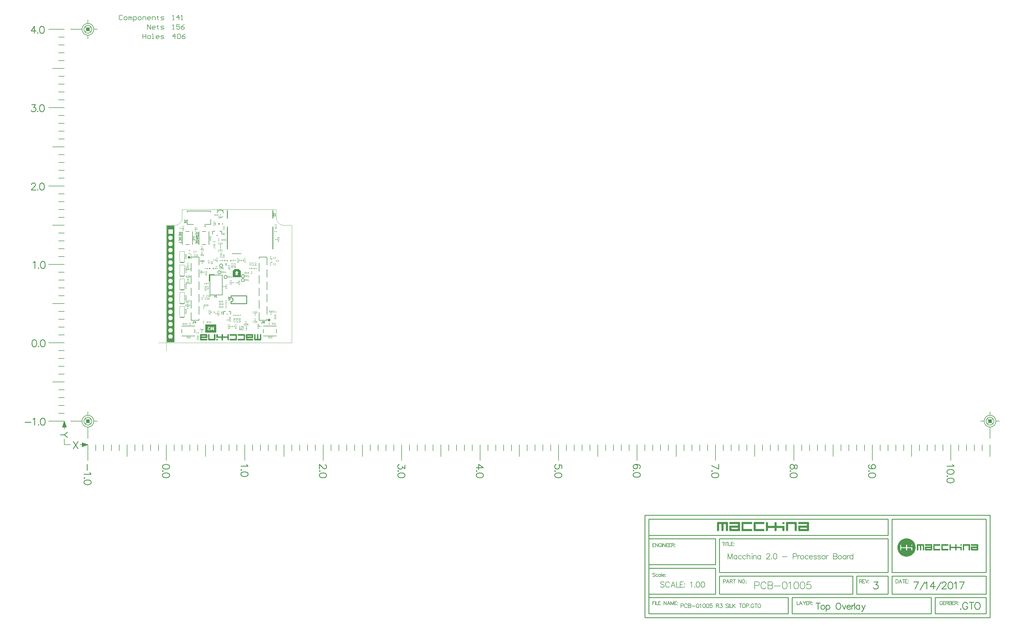
<source format=gto>
G04 This is an RS-274x file exported by *
G04 gerbv version 2.6A *
G04 More information is available about gerbv at *
G04 http://gerbv.geda-project.org/ *
G04 --End of header info--*
%MOIN*%
%FSLAX34Y34*%
%IPPOS*%
G04 --Define apertures--*
%ADD10C,0.0070*%
%ADD11C,0.0080*%
%ADD12C,0.0100*%
%ADD13C,0.0140*%
%ADD14C,0.0050*%
%ADD15C,0.0090*%
%ADD16C,0.0010*%
%ADD17C,0.0315*%
%ADD18C,0.0040*%
%ADD19R,0.0190X1.4880*%
%ADD20R,0.0230X1.4880*%
%ADD21R,0.0970X0.0480*%
%ADD22R,0.0970X0.0240*%
%ADD23R,0.0970X0.0473*%
G04 --Start main section--*
G36*
G01X0009450Y0009160D02*
G01X0009450Y0008410D01*
G01X0008450Y0008410D01*
G01X0008450Y0009160D01*
G01X0008700Y0009410D01*
G01X0009200Y0009410D01*
G01X0009450Y0009160D01*
G37*
G36*
G01X0009450Y0009160D02*
G37*
G36*
G01X0006350Y0001299D02*
G01X0004956Y0001299D01*
G01X0004956Y0002350D01*
G01X0006350Y0002350D01*
G01X0006350Y0001299D01*
G37*
G36*
G01X0006350Y0001299D02*
G37*
G36*
G01X0011029Y0001084D02*
G01X0011039Y0001058D01*
G01X0011037Y0001055D01*
G01X0011037Y0001055D01*
G01X0011041Y0000685D01*
G01X0011029Y0000656D01*
G01X0011003Y0000646D01*
G01X0011000Y0000648D01*
G01X0011000Y0000648D01*
G01X0011000Y0000648D01*
G01X0010335Y0000651D01*
G01X0010306Y0000639D01*
G01X0010294Y0000610D01*
G01X0010294Y0000610D01*
G01X0010297Y0000607D01*
G01X0010294Y0000535D01*
G01X0010306Y0000506D01*
G01X0010335Y0000494D01*
G01X0010335Y0000498D01*
G01X0011000Y0000501D01*
G01X0011029Y0000489D01*
G01X0011039Y0000463D01*
G01X0011037Y0000460D01*
G01X0011037Y0000460D01*
G01X0011041Y0000385D01*
G01X0011029Y0000356D01*
G01X0011003Y0000346D01*
G01X0011000Y0000347D01*
G01X0011000Y0000347D01*
G01X0010185Y0000344D01*
G01X0010156Y0000356D01*
G01X0010146Y0000382D01*
G01X0010148Y0000385D01*
G01X0010148Y0000385D01*
G01X0010144Y0001055D01*
G01X0010156Y0001084D01*
G01X0010182Y0001094D01*
G01X0010185Y0001093D01*
G01X0010185Y0001093D01*
G01X0011000Y0001096D01*
G01X0011029Y0001084D01*
G37*
G36*
G01X0011029Y0001084D02*
G37*
G36*
G01X0005174Y0001084D02*
G01X0005184Y0001058D01*
G01X0005182Y0001055D01*
G01X0005182Y0001055D01*
G01X0005186Y0000685D01*
G01X0005174Y0000656D01*
G01X0005148Y0000646D01*
G01X0005145Y0000648D01*
G01X0005145Y0000648D01*
G01X0005145Y0000648D01*
G01X0004480Y0000651D01*
G01X0004451Y0000639D01*
G01X0004439Y0000610D01*
G01X0004439Y0000610D01*
G01X0004442Y0000607D01*
G01X0004439Y0000535D01*
G01X0004451Y0000506D01*
G01X0004480Y0000494D01*
G01X0004480Y0000498D01*
G01X0005145Y0000501D01*
G01X0005174Y0000489D01*
G01X0005184Y0000463D01*
G01X0005182Y0000460D01*
G01X0005182Y0000460D01*
G01X0005186Y0000385D01*
G01X0005174Y0000356D01*
G01X0005148Y0000346D01*
G01X0005145Y0000347D01*
G01X0005145Y0000347D01*
G01X0004330Y0000344D01*
G01X0004301Y0000356D01*
G01X0004291Y0000382D01*
G01X0004293Y0000385D01*
G01X0004293Y0000385D01*
G01X0004289Y0001055D01*
G01X0004301Y0001084D01*
G01X0004327Y0001094D01*
G01X0004330Y0001093D01*
G01X0004330Y0001093D01*
G01X0005145Y0001096D01*
G01X0005174Y0001084D01*
G37*
G36*
G01X0005174Y0001084D02*
G37*
G36*
G01X0007916Y0001087D02*
G01X0007927Y0001076D01*
G01X0007933Y0001062D01*
G01X0007933Y0001055D01*
G01X0007933Y0000390D01*
G01X0007933Y0000383D01*
G01X0007927Y0000369D01*
G01X0007916Y0000358D01*
G01X0007902Y0000353D01*
G01X0007813Y0000353D01*
G01X0007799Y0000358D01*
G01X0007788Y0000369D01*
G01X0007782Y0000383D01*
G01X0007782Y0000390D01*
G01X0007782Y0000630D01*
G01X0007782Y0000637D01*
G01X0007776Y0000651D01*
G01X0007766Y0000661D01*
G01X0007752Y0000667D01*
G01X0007745Y0000667D01*
G01X0007230Y0000667D01*
G01X0007223Y0000667D01*
G01X0007209Y0000661D01*
G01X0007199Y0000651D01*
G01X0007193Y0000637D01*
G01X0007193Y0000630D01*
G01X0007193Y0000390D01*
G01X0007193Y0000383D01*
G01X0007187Y0000369D01*
G01X0007176Y0000358D01*
G01X0007162Y0000353D01*
G01X0007073Y0000353D01*
G01X0007059Y0000358D01*
G01X0007048Y0000369D01*
G01X0007042Y0000383D01*
G01X0007042Y0000390D01*
G01X0007042Y0000630D01*
G01X0007042Y0000637D01*
G01X0007036Y0000651D01*
G01X0007026Y0000661D01*
G01X0007012Y0000667D01*
G01X0007005Y0000667D01*
G01X0006408Y0000667D01*
G01X0006394Y0000673D01*
G01X0006383Y0000684D01*
G01X0006378Y0000698D01*
G01X0006378Y0000705D01*
G01X0006378Y0001055D01*
G01X0006378Y0001062D01*
G01X0006383Y0001076D01*
G01X0006394Y0001087D01*
G01X0006408Y0001093D01*
G01X0006492Y0001093D01*
G01X0006506Y0001087D01*
G01X0006517Y0001076D01*
G01X0006522Y0001062D01*
G01X0006522Y0001055D01*
G01X0006522Y0000855D01*
G01X0006523Y0000848D01*
G01X0006529Y0000834D01*
G01X0006539Y0000824D01*
G01X0006553Y0000818D01*
G01X0006560Y0000817D01*
G01X0007005Y0000817D01*
G01X0007012Y0000818D01*
G01X0007026Y0000824D01*
G01X0007036Y0000834D01*
G01X0007042Y0000848D01*
G01X0007042Y0000855D01*
G01X0007042Y0001055D01*
G01X0007042Y0001062D01*
G01X0007048Y0001076D01*
G01X0007059Y0001087D01*
G01X0007073Y0001093D01*
G01X0007162Y0001093D01*
G01X0007176Y0001087D01*
G01X0007187Y0001076D01*
G01X0007193Y0001062D01*
G01X0007193Y0001055D01*
G01X0007193Y0000855D01*
G01X0007193Y0000848D01*
G01X0007199Y0000834D01*
G01X0007209Y0000824D01*
G01X0007223Y0000818D01*
G01X0007230Y0000817D01*
G01X0007745Y0000817D01*
G01X0007752Y0000818D01*
G01X0007766Y0000824D01*
G01X0007776Y0000834D01*
G01X0007782Y0000848D01*
G01X0007782Y0000855D01*
G01X0007782Y0001055D01*
G01X0007782Y0001062D01*
G01X0007788Y0001076D01*
G01X0007799Y0001087D01*
G01X0007813Y0001093D01*
G01X0007902Y0001093D01*
G01X0007916Y0001087D01*
G37*
G36*
G01X0007916Y0001087D02*
G37*
G36*
G01X0012061Y0001087D02*
G01X0012072Y0001076D01*
G01X0012077Y0001062D01*
G01X0012077Y0001055D01*
G01X0012077Y0000385D01*
G01X0012077Y0000378D01*
G01X0012072Y0000364D01*
G01X0012061Y0000353D01*
G01X0012047Y0000347D01*
G01X0011213Y0000347D01*
G01X0011199Y0000353D01*
G01X0011188Y0000364D01*
G01X0011183Y0000378D01*
G01X0011183Y0000385D01*
G01X0011183Y0001055D01*
G01X0011183Y0001062D01*
G01X0011188Y0001076D01*
G01X0011199Y0001087D01*
G01X0011213Y0001093D01*
G01X0011302Y0001093D01*
G01X0011316Y0001087D01*
G01X0011327Y0001076D01*
G01X0011332Y0001062D01*
G01X0011332Y0001055D01*
G01X0011332Y0000535D01*
G01X0011333Y0000528D01*
G01X0011339Y0000514D01*
G01X0011349Y0000504D01*
G01X0011363Y0000498D01*
G01X0011370Y0000498D01*
G01X0011520Y0000498D01*
G01X0011527Y0000498D01*
G01X0011541Y0000504D01*
G01X0011551Y0000514D01*
G01X0011557Y0000528D01*
G01X0011558Y0000535D01*
G01X0011558Y0001055D01*
G01X0011558Y0001062D01*
G01X0011563Y0001076D01*
G01X0011574Y0001087D01*
G01X0011588Y0001093D01*
G01X0011672Y0001093D01*
G01X0011686Y0001087D01*
G01X0011697Y0001076D01*
G01X0011703Y0001062D01*
G01X0011703Y0001055D01*
G01X0011703Y0000535D01*
G01X0011703Y0000528D01*
G01X0011709Y0000514D01*
G01X0011719Y0000504D01*
G01X0011733Y0000498D01*
G01X0011740Y0000498D01*
G01X0011890Y0000498D01*
G01X0011897Y0000498D01*
G01X0011911Y0000504D01*
G01X0011921Y0000514D01*
G01X0011927Y0000528D01*
G01X0011927Y0000535D01*
G01X0011927Y0001055D01*
G01X0011927Y0001062D01*
G01X0011933Y0001076D01*
G01X0011944Y0001087D01*
G01X0011958Y0001093D01*
G01X0012047Y0001093D01*
G01X0012061Y0001087D01*
G37*
G36*
G01X0012061Y0001087D02*
G37*
G36*
G01X0006201Y0001087D02*
G01X0006212Y0001076D01*
G01X0006217Y0001062D01*
G01X0006217Y0001055D01*
G01X0006217Y0000385D01*
G01X0006217Y0000378D01*
G01X0006212Y0000364D01*
G01X0006201Y0000353D01*
G01X0006187Y0000347D01*
G01X0005358Y0000347D01*
G01X0005344Y0000353D01*
G01X0005333Y0000364D01*
G01X0005328Y0000378D01*
G01X0005328Y0000385D01*
G01X0005328Y0001055D01*
G01X0005328Y0001062D01*
G01X0005333Y0001076D01*
G01X0005344Y0001087D01*
G01X0005358Y0001093D01*
G01X0005447Y0001093D01*
G01X0005461Y0001087D01*
G01X0005472Y0001076D01*
G01X0005477Y0001062D01*
G01X0005477Y0001055D01*
G01X0005477Y0000535D01*
G01X0005478Y0000528D01*
G01X0005484Y0000514D01*
G01X0005494Y0000504D01*
G01X0005508Y0000498D01*
G01X0005515Y0000498D01*
G01X0006035Y0000498D01*
G01X0006042Y0000498D01*
G01X0006056Y0000504D01*
G01X0006066Y0000514D01*
G01X0006072Y0000528D01*
G01X0006072Y0000535D01*
G01X0006072Y0001055D01*
G01X0006072Y0001062D01*
G01X0006078Y0001076D01*
G01X0006089Y0001087D01*
G01X0006103Y0001093D01*
G01X0006187Y0001093D01*
G01X0006201Y0001087D01*
G37*
G36*
G01X0006201Y0001087D02*
G37*
G36*
G01X0006506Y0000497D02*
G01X0006517Y0000486D01*
G01X0006522Y0000472D01*
G01X0006522Y0000465D01*
G01X0006522Y0000390D01*
G01X0006522Y0000383D01*
G01X0006517Y0000369D01*
G01X0006506Y0000358D01*
G01X0006492Y0000353D01*
G01X0006408Y0000353D01*
G01X0006394Y0000358D01*
G01X0006383Y0000369D01*
G01X0006378Y0000383D01*
G01X0006378Y0000390D01*
G01X0006378Y0000465D01*
G01X0006378Y0000472D01*
G01X0006383Y0000486D01*
G01X0006394Y0000497D01*
G01X0006408Y0000503D01*
G01X0006492Y0000503D01*
G01X0006506Y0000497D01*
G37*
G36*
G01X0006506Y0000497D02*
G37*
G36*
G01X0009986Y0001087D02*
G01X0009997Y0001076D01*
G01X0010002Y0001062D01*
G01X0010002Y0001055D01*
G01X0010002Y0000385D01*
G01X0010002Y0000378D01*
G01X0009997Y0000364D01*
G01X0009986Y0000353D01*
G01X0009972Y0000347D01*
G01X0009143Y0000347D01*
G01X0009129Y0000353D01*
G01X0009118Y0000364D01*
G01X0009112Y0000378D01*
G01X0009112Y0000385D01*
G01X0009112Y0000460D01*
G01X0009112Y0000467D01*
G01X0009118Y0000481D01*
G01X0009129Y0000492D01*
G01X0009143Y0000498D01*
G01X0009815Y0000498D01*
G01X0009822Y0000498D01*
G01X0009836Y0000504D01*
G01X0009846Y0000514D01*
G01X0009852Y0000528D01*
G01X0009852Y0000535D01*
G01X0009852Y0000905D01*
G01X0009852Y0000912D01*
G01X0009846Y0000926D01*
G01X0009836Y0000936D01*
G01X0009822Y0000942D01*
G01X0009815Y0000943D01*
G01X0009143Y0000943D01*
G01X0009129Y0000948D01*
G01X0009118Y0000959D01*
G01X0009112Y0000973D01*
G01X0009112Y0000980D01*
G01X0009112Y0001055D01*
G01X0009112Y0001062D01*
G01X0009118Y0001076D01*
G01X0009129Y0001087D01*
G01X0009143Y0001093D01*
G01X0009972Y0001093D01*
G01X0009986Y0001087D01*
G37*
G36*
G01X0009986Y0001087D02*
G37*
G36*
G01X0008951Y0001087D02*
G01X0008962Y0001076D01*
G01X0008967Y0001062D01*
G01X0008967Y0001055D01*
G01X0008967Y0000385D01*
G01X0008967Y0000378D01*
G01X0008962Y0000364D01*
G01X0008951Y0000353D01*
G01X0008937Y0000347D01*
G01X0008108Y0000347D01*
G01X0008094Y0000353D01*
G01X0008083Y0000364D01*
G01X0008077Y0000378D01*
G01X0008077Y0000385D01*
G01X0008077Y0000460D01*
G01X0008077Y0000467D01*
G01X0008083Y0000481D01*
G01X0008094Y0000492D01*
G01X0008108Y0000498D01*
G01X0008780Y0000498D01*
G01X0008787Y0000498D01*
G01X0008801Y0000504D01*
G01X0008811Y0000514D01*
G01X0008817Y0000528D01*
G01X0008817Y0000535D01*
G01X0008817Y0000905D01*
G01X0008817Y0000912D01*
G01X0008811Y0000926D01*
G01X0008801Y0000936D01*
G01X0008787Y0000942D01*
G01X0008780Y0000943D01*
G01X0008108Y0000943D01*
G01X0008094Y0000948D01*
G01X0008083Y0000959D01*
G01X0008077Y0000973D01*
G01X0008077Y0000980D01*
G01X0008077Y0001055D01*
G01X0008077Y0001062D01*
G01X0008083Y0001076D01*
G01X0008094Y0001087D01*
G01X0008108Y0001093D01*
G01X0008937Y0001093D01*
G01X0008951Y0001087D01*
G37*
G36*
G01X0008951Y0001087D02*
G37*
G36*
G01X0002249Y-003706D02*
G37*
G36*
G01X-003606Y-003706D02*
G37*
G36*
G01X0000156Y-003708D02*
G37*
G36*
G01X-000509Y-003708D02*
G37*
G36*
G01X0001206Y-003703D02*
G37*
G36*
G01X-001544Y-003703D02*
G37*
G36*
G01X-002579Y-003703D02*
G37*
G36*
G01X-004649Y-003703D02*
G37*
G36*
G01X0073091Y-022884D02*
G01X0073107Y-022923D01*
G01X0073104Y-022927D01*
G01X0073104Y-022927D01*
G01X0073108Y-023932D01*
G01X0073091Y-023976D01*
G01X0073052Y-023992D01*
G01X0073047Y-023989D01*
G01X0073047Y-023989D01*
G01X0071825Y-023993D01*
G01X0071782Y-023976D01*
G01X0071766Y-023937D01*
G01X0071769Y-023932D01*
G01X0071769Y-023932D01*
G01X0071764Y-023377D01*
G01X0071782Y-023334D01*
G01X0071821Y-023318D01*
G01X0071825Y-023321D01*
G01X0071825Y-023321D01*
G01X0071825Y-023321D01*
G01X0072822Y-023326D01*
G01X0072866Y-023308D01*
G01X0072883Y-023265D01*
G01X0072883Y-023265D01*
G01X0072879Y-023260D01*
G01X0072883Y-023152D01*
G01X0072866Y-023109D01*
G01X0072822Y-023092D01*
G01X0072822Y-023096D01*
G01X0071825Y-023101D01*
G01X0071782Y-023083D01*
G01X0071766Y-023044D01*
G01X0071769Y-023040D01*
G01X0071769Y-023040D01*
G01X0071764Y-022927D01*
G01X0071782Y-022884D01*
G01X0071821Y-022868D01*
G01X0071825Y-022871D01*
G01X0071825Y-022871D01*
G01X0073047Y-022867D01*
G01X0073091Y-022884D01*
G37*
G36*
G01X0073091Y-022884D02*
G37*
G36*
G01X0078734Y-022887D02*
G01X0078750Y-022903D01*
G01X0078759Y-022924D01*
G01X0078759Y-022935D01*
G01X0078759Y-023047D01*
G01X0078759Y-023059D01*
G01X0078750Y-023079D01*
G01X0078734Y-023095D01*
G01X0078714Y-023104D01*
G01X0078586Y-023104D01*
G01X0078566Y-023095D01*
G01X0078550Y-023079D01*
G01X0078541Y-023059D01*
G01X0078541Y-023047D01*
G01X0078541Y-022935D01*
G01X0078541Y-022924D01*
G01X0078550Y-022903D01*
G01X0078566Y-022887D01*
G01X0078586Y-022879D01*
G01X0078714Y-022879D01*
G01X0078734Y-022887D01*
G37*
G36*
G01X0078734Y-022887D02*
G37*
G36*
G01X0081830Y-022871D02*
G01X0081830Y-022871D01*
G01X0081834Y-022868D01*
G01X0081873Y-022884D01*
G01X0081891Y-022927D01*
G01X0081886Y-023932D01*
G01X0081886Y-023932D01*
G01X0081889Y-023937D01*
G01X0081873Y-023976D01*
G01X0081830Y-023993D01*
G01X0080608Y-023989D01*
G01X0080608Y-023989D01*
G01X0080603Y-023992D01*
G01X0080564Y-023976D01*
G01X0080547Y-023932D01*
G01X0080551Y-023377D01*
G01X0080551Y-023377D01*
G01X0080548Y-023373D01*
G01X0080564Y-023334D01*
G01X0080608Y-023317D01*
G01X0081605Y-023321D01*
G01X0081605Y-023326D01*
G01X0081648Y-023308D01*
G01X0081666Y-023265D01*
G01X0081661Y-023157D01*
G01X0081666Y-023152D01*
G01X0081666Y-023152D01*
G01X0081648Y-023109D01*
G01X0081605Y-023092D01*
G01X0080608Y-023096D01*
G01X0080608Y-023096D01*
G01X0080608Y-023096D01*
G01X0080603Y-023099D01*
G01X0080564Y-023083D01*
G01X0080547Y-023040D01*
G01X0080551Y-022927D01*
G01X0080551Y-022927D01*
G01X0080548Y-022923D01*
G01X0080564Y-022884D01*
G01X0080608Y-022867D01*
G01X0081830Y-022871D01*
G37*
G36*
G01X0081830Y-022871D02*
G37*
G36*
G01X0077737Y-022887D02*
G01X0077753Y-022903D01*
G01X0077761Y-022924D01*
G01X0077761Y-022935D01*
G01X0077761Y-023295D01*
G01X0077762Y-023306D01*
G01X0077771Y-023326D01*
G01X0077786Y-023342D01*
G01X0077807Y-023350D01*
G01X0077818Y-023351D01*
G01X0078714Y-023351D01*
G01X0078734Y-023360D01*
G01X0078750Y-023376D01*
G01X0078759Y-023396D01*
G01X0078759Y-023407D01*
G01X0078759Y-023932D01*
G01X0078759Y-023944D01*
G01X0078750Y-023964D01*
G01X0078734Y-023980D01*
G01X0078714Y-023989D01*
G01X0078586Y-023989D01*
G01X0078566Y-023980D01*
G01X0078550Y-023964D01*
G01X0078541Y-023944D01*
G01X0078541Y-023932D01*
G01X0078541Y-023633D01*
G01X0078540Y-023622D01*
G01X0078532Y-023601D01*
G01X0078516Y-023586D01*
G01X0078496Y-023577D01*
G01X0078485Y-023576D01*
G01X0077818Y-023576D01*
G01X0077807Y-023577D01*
G01X0077786Y-023586D01*
G01X0077771Y-023601D01*
G01X0077762Y-023622D01*
G01X0077761Y-023633D01*
G01X0077761Y-023932D01*
G01X0077761Y-023944D01*
G01X0077753Y-023964D01*
G01X0077737Y-023980D01*
G01X0077716Y-023989D01*
G01X0077581Y-023989D01*
G01X0077561Y-023980D01*
G01X0077545Y-023964D01*
G01X0077536Y-023944D01*
G01X0077536Y-023932D01*
G01X0077536Y-023633D01*
G01X0077535Y-023622D01*
G01X0077527Y-023601D01*
G01X0077511Y-023586D01*
G01X0077491Y-023577D01*
G01X0077480Y-023576D01*
G01X0076708Y-023576D01*
G01X0076697Y-023577D01*
G01X0076676Y-023586D01*
G01X0076661Y-023601D01*
G01X0076652Y-023622D01*
G01X0076651Y-023633D01*
G01X0076651Y-023932D01*
G01X0076651Y-023944D01*
G01X0076643Y-023964D01*
G01X0076627Y-023980D01*
G01X0076606Y-023989D01*
G01X0076471Y-023989D01*
G01X0076451Y-023980D01*
G01X0076435Y-023964D01*
G01X0076426Y-023944D01*
G01X0076426Y-023932D01*
G01X0076426Y-022935D01*
G01X0076426Y-022924D01*
G01X0076435Y-022903D01*
G01X0076451Y-022887D01*
G01X0076471Y-022879D01*
G01X0076606Y-022879D01*
G01X0076627Y-022887D01*
G01X0076643Y-022903D01*
G01X0076651Y-022924D01*
G01X0076651Y-022935D01*
G01X0076651Y-023295D01*
G01X0076652Y-023306D01*
G01X0076661Y-023326D01*
G01X0076676Y-023342D01*
G01X0076697Y-023350D01*
G01X0076708Y-023351D01*
G01X0077480Y-023351D01*
G01X0077491Y-023350D01*
G01X0077511Y-023342D01*
G01X0077527Y-023326D01*
G01X0077535Y-023306D01*
G01X0077536Y-023295D01*
G01X0077536Y-022935D01*
G01X0077536Y-022924D01*
G01X0077545Y-022903D01*
G01X0077561Y-022887D01*
G01X0077581Y-022879D01*
G01X0077716Y-022879D01*
G01X0077737Y-022887D01*
G37*
G36*
G01X0077737Y-022887D02*
G37*
G36*
G01X0080309Y-022880D02*
G01X0080325Y-022896D01*
G01X0080334Y-022916D01*
G01X0080334Y-022927D01*
G01X0080334Y-023932D01*
G01X0080334Y-023944D01*
G01X0080325Y-023964D01*
G01X0080309Y-023980D01*
G01X0080289Y-023989D01*
G01X0080154Y-023989D01*
G01X0080133Y-023980D01*
G01X0080117Y-023964D01*
G01X0080109Y-023944D01*
G01X0080109Y-023932D01*
G01X0080109Y-023152D01*
G01X0080108Y-023142D01*
G01X0080099Y-023121D01*
G01X0080084Y-023106D01*
G01X0080063Y-023097D01*
G01X0080052Y-023096D01*
G01X0079272Y-023096D01*
G01X0079262Y-023097D01*
G01X0079241Y-023106D01*
G01X0079226Y-023121D01*
G01X0079217Y-023142D01*
G01X0079216Y-023152D01*
G01X0079216Y-023932D01*
G01X0079216Y-023944D01*
G01X0079208Y-023964D01*
G01X0079192Y-023980D01*
G01X0079171Y-023989D01*
G01X0079044Y-023989D01*
G01X0079023Y-023980D01*
G01X0079007Y-023964D01*
G01X0078999Y-023944D01*
G01X0078999Y-023932D01*
G01X0078999Y-022927D01*
G01X0078999Y-022916D01*
G01X0079007Y-022896D01*
G01X0079023Y-022880D01*
G01X0079044Y-022871D01*
G01X0080289Y-022871D01*
G01X0080309Y-022880D01*
G37*
G36*
G01X0080309Y-022880D02*
G37*
G36*
G01X0076184Y-022880D02*
G01X0076200Y-022896D01*
G01X0076209Y-022916D01*
G01X0076209Y-022927D01*
G01X0076209Y-023040D01*
G01X0076209Y-023051D01*
G01X0076200Y-023072D01*
G01X0076184Y-023088D01*
G01X0076164Y-023096D01*
G01X0075155Y-023096D01*
G01X0075144Y-023097D01*
G01X0075124Y-023106D01*
G01X0075108Y-023121D01*
G01X0075100Y-023142D01*
G01X0075099Y-023152D01*
G01X0075099Y-023707D01*
G01X0075100Y-023718D01*
G01X0075108Y-023739D01*
G01X0075124Y-023754D01*
G01X0075144Y-023763D01*
G01X0075155Y-023764D01*
G01X0076164Y-023764D01*
G01X0076184Y-023772D01*
G01X0076200Y-023788D01*
G01X0076209Y-023809D01*
G01X0076209Y-023820D01*
G01X0076209Y-023932D01*
G01X0076209Y-023944D01*
G01X0076200Y-023964D01*
G01X0076184Y-023980D01*
G01X0076164Y-023989D01*
G01X0074919Y-023989D01*
G01X0074898Y-023980D01*
G01X0074882Y-023964D01*
G01X0074874Y-023944D01*
G01X0074874Y-023932D01*
G01X0074874Y-022927D01*
G01X0074874Y-022916D01*
G01X0074882Y-022896D01*
G01X0074898Y-022880D01*
G01X0074919Y-022871D01*
G01X0076164Y-022871D01*
G01X0076184Y-022880D01*
G37*
G36*
G01X0076184Y-022880D02*
G37*
G36*
G01X0074632Y-022880D02*
G01X0074648Y-022896D01*
G01X0074656Y-022916D01*
G01X0074656Y-022927D01*
G01X0074656Y-023040D01*
G01X0074656Y-023051D01*
G01X0074648Y-023072D01*
G01X0074632Y-023088D01*
G01X0074611Y-023096D01*
G01X0073602Y-023096D01*
G01X0073592Y-023097D01*
G01X0073571Y-023106D01*
G01X0073556Y-023121D01*
G01X0073547Y-023142D01*
G01X0073546Y-023152D01*
G01X0073546Y-023707D01*
G01X0073547Y-023718D01*
G01X0073556Y-023739D01*
G01X0073571Y-023754D01*
G01X0073592Y-023763D01*
G01X0073602Y-023764D01*
G01X0074611Y-023764D01*
G01X0074632Y-023772D01*
G01X0074648Y-023788D01*
G01X0074656Y-023809D01*
G01X0074656Y-023820D01*
G01X0074656Y-023932D01*
G01X0074656Y-023944D01*
G01X0074648Y-023964D01*
G01X0074632Y-023980D01*
G01X0074611Y-023989D01*
G01X0073366Y-023989D01*
G01X0073346Y-023980D01*
G01X0073330Y-023964D01*
G01X0073321Y-023944D01*
G01X0073321Y-023932D01*
G01X0073321Y-022927D01*
G01X0073321Y-022916D01*
G01X0073330Y-022896D01*
G01X0073346Y-022880D01*
G01X0073366Y-022871D01*
G01X0074611Y-022871D01*
G01X0074632Y-022880D01*
G37*
G36*
G01X0074632Y-022880D02*
G37*
G36*
G01X0071527Y-022880D02*
G01X0071543Y-022896D01*
G01X0071551Y-022916D01*
G01X0071551Y-022927D01*
G01X0071551Y-023932D01*
G01X0071551Y-023944D01*
G01X0071543Y-023964D01*
G01X0071527Y-023980D01*
G01X0071506Y-023989D01*
G01X0071371Y-023989D01*
G01X0071351Y-023980D01*
G01X0071335Y-023964D01*
G01X0071326Y-023944D01*
G01X0071326Y-023932D01*
G01X0071326Y-023152D01*
G01X0071325Y-023142D01*
G01X0071317Y-023121D01*
G01X0071301Y-023106D01*
G01X0071281Y-023097D01*
G01X0071270Y-023096D01*
G01X0071045Y-023096D01*
G01X0071034Y-023097D01*
G01X0071014Y-023106D01*
G01X0070998Y-023121D01*
G01X0070990Y-023142D01*
G01X0070989Y-023152D01*
G01X0070989Y-023932D01*
G01X0070989Y-023944D01*
G01X0070980Y-023964D01*
G01X0070964Y-023980D01*
G01X0070944Y-023989D01*
G01X0070816Y-023989D01*
G01X0070796Y-023980D01*
G01X0070780Y-023964D01*
G01X0070771Y-023944D01*
G01X0070771Y-023932D01*
G01X0070771Y-023152D01*
G01X0070770Y-023142D01*
G01X0070762Y-023121D01*
G01X0070746Y-023106D01*
G01X0070726Y-023097D01*
G01X0070715Y-023096D01*
G01X0070490Y-023096D01*
G01X0070479Y-023097D01*
G01X0070459Y-023106D01*
G01X0070443Y-023121D01*
G01X0070435Y-023142D01*
G01X0070434Y-023152D01*
G01X0070434Y-023932D01*
G01X0070434Y-023944D01*
G01X0070425Y-023964D01*
G01X0070409Y-023980D01*
G01X0070389Y-023989D01*
G01X0070254Y-023989D01*
G01X0070233Y-023980D01*
G01X0070217Y-023964D01*
G01X0070209Y-023944D01*
G01X0070209Y-023932D01*
G01X0070209Y-022927D01*
G01X0070209Y-022916D01*
G01X0070217Y-022896D01*
G01X0070233Y-022880D01*
G01X0070254Y-022871D01*
G01X0071506Y-022871D01*
G01X0071527Y-022880D01*
G37*
G36*
G01X0071527Y-022880D02*
G37*
G36*
G01X0103449Y-025706D02*
G01X0103459Y-025732D01*
G01X0103457Y-025735D01*
G01X0103457Y-025735D01*
G01X0103461Y-026405D01*
G01X0103449Y-026434D01*
G01X0103423Y-026444D01*
G01X0103420Y-026442D01*
G01X0103420Y-026442D01*
G01X0102605Y-026446D01*
G01X0102576Y-026434D01*
G01X0102566Y-026408D01*
G01X0102568Y-026405D01*
G01X0102568Y-026405D01*
G01X0102564Y-026035D01*
G01X0102576Y-026006D01*
G01X0102602Y-025996D01*
G01X0102605Y-025998D01*
G01X0102605Y-025998D01*
G01X0102605Y-025998D01*
G01X0103270Y-026001D01*
G01X0103299Y-025989D01*
G01X0103311Y-025960D01*
G01X0103311Y-025960D01*
G01X0103308Y-025957D01*
G01X0103311Y-025885D01*
G01X0103299Y-025856D01*
G01X0103270Y-025844D01*
G01X0103270Y-025847D01*
G01X0102605Y-025851D01*
G01X0102576Y-025839D01*
G01X0102566Y-025813D01*
G01X0102568Y-025810D01*
G01X0102568Y-025810D01*
G01X0102564Y-025735D01*
G01X0102576Y-025706D01*
G01X0102602Y-025696D01*
G01X0102605Y-025698D01*
G01X0102605Y-025698D01*
G01X0103420Y-025694D01*
G01X0103449Y-025706D01*
G37*
G36*
G01X0103449Y-025706D02*
G37*
G36*
G01X0097594Y-025706D02*
G01X0097604Y-025732D01*
G01X0097603Y-025735D01*
G01X0097603Y-025735D01*
G01X0097606Y-026405D01*
G01X0097594Y-026434D01*
G01X0097568Y-026444D01*
G01X0097565Y-026442D01*
G01X0097565Y-026442D01*
G01X0096750Y-026446D01*
G01X0096721Y-026434D01*
G01X0096711Y-026408D01*
G01X0096713Y-026405D01*
G01X0096713Y-026405D01*
G01X0096709Y-026035D01*
G01X0096721Y-026006D01*
G01X0096747Y-025996D01*
G01X0096750Y-025998D01*
G01X0096750Y-025998D01*
G01X0096750Y-025998D01*
G01X0097415Y-026001D01*
G01X0097444Y-025989D01*
G01X0097456Y-025960D01*
G01X0097456Y-025960D01*
G01X0097453Y-025957D01*
G01X0097456Y-025885D01*
G01X0097444Y-025856D01*
G01X0097415Y-025844D01*
G01X0097415Y-025847D01*
G01X0096750Y-025851D01*
G01X0096721Y-025839D01*
G01X0096711Y-025813D01*
G01X0096713Y-025810D01*
G01X0096713Y-025810D01*
G01X0096709Y-025735D01*
G01X0096721Y-025706D01*
G01X0096747Y-025696D01*
G01X0096750Y-025698D01*
G01X0096750Y-025698D01*
G01X0097565Y-025694D01*
G01X0097594Y-025706D01*
G37*
G36*
G01X0097594Y-025706D02*
G37*
G36*
G01X0101356Y-025708D02*
G01X0101367Y-025719D01*
G01X0101372Y-025733D01*
G01X0101372Y-025740D01*
G01X0101372Y-025815D01*
G01X0101372Y-025822D01*
G01X0101367Y-025836D01*
G01X0101356Y-025847D01*
G01X0101342Y-025852D01*
G01X0101258Y-025852D01*
G01X0101244Y-025847D01*
G01X0101233Y-025836D01*
G01X0101228Y-025822D01*
G01X0101228Y-025815D01*
G01X0101228Y-025740D01*
G01X0101228Y-025733D01*
G01X0101233Y-025719D01*
G01X0101244Y-025708D01*
G01X0101258Y-025703D01*
G01X0101342Y-025703D01*
G01X0101356Y-025708D01*
G37*
G36*
G01X0101356Y-025708D02*
G37*
G36*
G01X0100691Y-025708D02*
G01X0100702Y-025719D01*
G01X0100708Y-025733D01*
G01X0100708Y-025740D01*
G01X0100708Y-025980D01*
G01X0100708Y-025987D01*
G01X0100714Y-026001D01*
G01X0100724Y-026011D01*
G01X0100738Y-026017D01*
G01X0100745Y-026017D01*
G01X0101342Y-026017D01*
G01X0101356Y-026023D01*
G01X0101367Y-026034D01*
G01X0101372Y-026048D01*
G01X0101372Y-026055D01*
G01X0101372Y-026405D01*
G01X0101372Y-026412D01*
G01X0101367Y-026426D01*
G01X0101356Y-026437D01*
G01X0101342Y-026442D01*
G01X0101258Y-026442D01*
G01X0101244Y-026437D01*
G01X0101233Y-026426D01*
G01X0101228Y-026412D01*
G01X0101228Y-026405D01*
G01X0101228Y-026205D01*
G01X0101227Y-026198D01*
G01X0101221Y-026184D01*
G01X0101211Y-026174D01*
G01X0101197Y-026168D01*
G01X0101190Y-026168D01*
G01X0100745Y-026168D01*
G01X0100738Y-026168D01*
G01X0100724Y-026174D01*
G01X0100714Y-026184D01*
G01X0100708Y-026198D01*
G01X0100708Y-026205D01*
G01X0100708Y-026405D01*
G01X0100708Y-026412D01*
G01X0100702Y-026426D01*
G01X0100691Y-026437D01*
G01X0100677Y-026442D01*
G01X0100588Y-026442D01*
G01X0100574Y-026437D01*
G01X0100563Y-026426D01*
G01X0100557Y-026412D01*
G01X0100557Y-026405D01*
G01X0100557Y-026205D01*
G01X0100557Y-026198D01*
G01X0100551Y-026184D01*
G01X0100541Y-026174D01*
G01X0100527Y-026168D01*
G01X0100520Y-026168D01*
G01X0100005Y-026168D01*
G01X0099998Y-026168D01*
G01X0099984Y-026174D01*
G01X0099974Y-026184D01*
G01X0099968Y-026198D01*
G01X0099967Y-026205D01*
G01X0099967Y-026405D01*
G01X0099967Y-026412D01*
G01X0099962Y-026426D01*
G01X0099951Y-026437D01*
G01X0099937Y-026442D01*
G01X0099848Y-026442D01*
G01X0099834Y-026437D01*
G01X0099823Y-026426D01*
G01X0099817Y-026412D01*
G01X0099817Y-026405D01*
G01X0099817Y-025740D01*
G01X0099817Y-025733D01*
G01X0099823Y-025719D01*
G01X0099834Y-025708D01*
G01X0099848Y-025703D01*
G01X0099937Y-025703D01*
G01X0099951Y-025708D01*
G01X0099962Y-025719D01*
G01X0099967Y-025733D01*
G01X0099967Y-025740D01*
G01X0099967Y-025980D01*
G01X0099968Y-025987D01*
G01X0099974Y-026001D01*
G01X0099984Y-026011D01*
G01X0099998Y-026017D01*
G01X0100005Y-026017D01*
G01X0100520Y-026017D01*
G01X0100527Y-026017D01*
G01X0100541Y-026011D01*
G01X0100551Y-026001D01*
G01X0100557Y-025987D01*
G01X0100557Y-025980D01*
G01X0100557Y-025740D01*
G01X0100557Y-025733D01*
G01X0100563Y-025719D01*
G01X0100574Y-025708D01*
G01X0100588Y-025703D01*
G01X0100677Y-025703D01*
G01X0100691Y-025708D01*
G37*
G36*
G01X0100691Y-025708D02*
G37*
G36*
G01X0102406Y-025703D02*
G01X0102417Y-025714D01*
G01X0102423Y-025728D01*
G01X0102423Y-025735D01*
G01X0102423Y-026405D01*
G01X0102423Y-026412D01*
G01X0102417Y-026426D01*
G01X0102406Y-026437D01*
G01X0102392Y-026442D01*
G01X0102303Y-026442D01*
G01X0102289Y-026437D01*
G01X0102278Y-026426D01*
G01X0102273Y-026412D01*
G01X0102273Y-026405D01*
G01X0102273Y-025885D01*
G01X0102272Y-025878D01*
G01X0102266Y-025864D01*
G01X0102256Y-025854D01*
G01X0102242Y-025848D01*
G01X0102235Y-025847D01*
G01X0101715Y-025847D01*
G01X0101708Y-025848D01*
G01X0101694Y-025854D01*
G01X0101684Y-025864D01*
G01X0101678Y-025878D01*
G01X0101678Y-025885D01*
G01X0101678Y-026405D01*
G01X0101678Y-026412D01*
G01X0101672Y-026426D01*
G01X0101661Y-026437D01*
G01X0101647Y-026442D01*
G01X0101563Y-026442D01*
G01X0101549Y-026437D01*
G01X0101538Y-026426D01*
G01X0101532Y-026412D01*
G01X0101532Y-026405D01*
G01X0101532Y-025735D01*
G01X0101532Y-025728D01*
G01X0101538Y-025714D01*
G01X0101549Y-025703D01*
G01X0101563Y-025698D01*
G01X0102392Y-025698D01*
G01X0102406Y-025703D01*
G37*
G36*
G01X0102406Y-025703D02*
G37*
G36*
G01X0099656Y-025703D02*
G01X0099667Y-025714D01*
G01X0099672Y-025728D01*
G01X0099672Y-025735D01*
G01X0099672Y-025810D01*
G01X0099672Y-025817D01*
G01X0099667Y-025831D01*
G01X0099656Y-025842D01*
G01X0099642Y-025847D01*
G01X0098970Y-025847D01*
G01X0098963Y-025848D01*
G01X0098949Y-025854D01*
G01X0098939Y-025864D01*
G01X0098933Y-025878D01*
G01X0098933Y-025885D01*
G01X0098933Y-026255D01*
G01X0098933Y-026262D01*
G01X0098939Y-026276D01*
G01X0098949Y-026286D01*
G01X0098963Y-026292D01*
G01X0098970Y-026293D01*
G01X0099642Y-026293D01*
G01X0099656Y-026298D01*
G01X0099667Y-026309D01*
G01X0099672Y-026323D01*
G01X0099672Y-026330D01*
G01X0099672Y-026405D01*
G01X0099672Y-026412D01*
G01X0099667Y-026426D01*
G01X0099656Y-026437D01*
G01X0099642Y-026442D01*
G01X0098813Y-026442D01*
G01X0098799Y-026437D01*
G01X0098788Y-026426D01*
G01X0098783Y-026412D01*
G01X0098783Y-026405D01*
G01X0098783Y-025735D01*
G01X0098783Y-025728D01*
G01X0098788Y-025714D01*
G01X0098799Y-025703D01*
G01X0098813Y-025698D01*
G01X0099642Y-025698D01*
G01X0099656Y-025703D01*
G37*
G36*
G01X0099656Y-025703D02*
G37*
G36*
G01X0098621Y-025703D02*
G01X0098632Y-025714D01*
G01X0098638Y-025728D01*
G01X0098638Y-025735D01*
G01X0098638Y-025810D01*
G01X0098638Y-025817D01*
G01X0098632Y-025831D01*
G01X0098621Y-025842D01*
G01X0098607Y-025847D01*
G01X0097935Y-025847D01*
G01X0097928Y-025848D01*
G01X0097914Y-025854D01*
G01X0097904Y-025864D01*
G01X0097898Y-025878D01*
G01X0097898Y-025885D01*
G01X0097898Y-026255D01*
G01X0097898Y-026262D01*
G01X0097904Y-026276D01*
G01X0097914Y-026286D01*
G01X0097928Y-026292D01*
G01X0097935Y-026293D01*
G01X0098607Y-026293D01*
G01X0098621Y-026298D01*
G01X0098632Y-026309D01*
G01X0098638Y-026323D01*
G01X0098638Y-026330D01*
G01X0098638Y-026405D01*
G01X0098638Y-026412D01*
G01X0098632Y-026426D01*
G01X0098621Y-026437D01*
G01X0098607Y-026442D01*
G01X0097778Y-026442D01*
G01X0097764Y-026437D01*
G01X0097753Y-026426D01*
G01X0097747Y-026412D01*
G01X0097747Y-026405D01*
G01X0097747Y-025735D01*
G01X0097747Y-025728D01*
G01X0097753Y-025714D01*
G01X0097764Y-025703D01*
G01X0097778Y-025698D01*
G01X0098607Y-025698D01*
G01X0098621Y-025703D01*
G37*
G36*
G01X0098621Y-025703D02*
G37*
G36*
G01X0096551Y-025703D02*
G01X0096562Y-025714D01*
G01X0096567Y-025728D01*
G01X0096567Y-025735D01*
G01X0096567Y-026405D01*
G01X0096567Y-026412D01*
G01X0096562Y-026426D01*
G01X0096551Y-026437D01*
G01X0096537Y-026442D01*
G01X0096448Y-026442D01*
G01X0096434Y-026437D01*
G01X0096423Y-026426D01*
G01X0096418Y-026412D01*
G01X0096418Y-026405D01*
G01X0096418Y-025885D01*
G01X0096417Y-025878D01*
G01X0096411Y-025864D01*
G01X0096401Y-025854D01*
G01X0096387Y-025848D01*
G01X0096380Y-025847D01*
G01X0096230Y-025847D01*
G01X0096223Y-025848D01*
G01X0096209Y-025854D01*
G01X0096199Y-025864D01*
G01X0096193Y-025878D01*
G01X0096193Y-025885D01*
G01X0096193Y-026405D01*
G01X0096193Y-026412D01*
G01X0096187Y-026426D01*
G01X0096176Y-026437D01*
G01X0096162Y-026442D01*
G01X0096078Y-026442D01*
G01X0096064Y-026437D01*
G01X0096053Y-026426D01*
G01X0096047Y-026412D01*
G01X0096047Y-026405D01*
G01X0096047Y-025885D01*
G01X0096047Y-025878D01*
G01X0096041Y-025864D01*
G01X0096031Y-025854D01*
G01X0096017Y-025848D01*
G01X0096010Y-025847D01*
G01X0095860Y-025847D01*
G01X0095853Y-025848D01*
G01X0095839Y-025854D01*
G01X0095829Y-025864D01*
G01X0095823Y-025878D01*
G01X0095822Y-025885D01*
G01X0095822Y-026405D01*
G01X0095822Y-026412D01*
G01X0095817Y-026426D01*
G01X0095806Y-026437D01*
G01X0095792Y-026442D01*
G01X0095703Y-026442D01*
G01X0095689Y-026437D01*
G01X0095678Y-026426D01*
G01X0095673Y-026412D01*
G01X0095673Y-026405D01*
G01X0095673Y-025735D01*
G01X0095673Y-025728D01*
G01X0095678Y-025714D01*
G01X0095689Y-025703D01*
G01X0095703Y-025698D01*
G01X0096537Y-025698D01*
G01X0096551Y-025703D01*
G37*
G36*
G01X0096551Y-025703D02*
G37*
G36*
G01X0094525Y-024971D02*
G01X0094700Y-025013D01*
G01X0094866Y-025082D01*
G01X0095020Y-025176D01*
G01X0095157Y-025293D01*
G01X0095274Y-025430D01*
G01X0095368Y-025584D01*
G01X0095437Y-025750D01*
G01X0095479Y-025925D01*
G01X0095494Y-026105D01*
G01X0095479Y-026285D01*
G01X0095437Y-026460D01*
G01X0095368Y-026626D01*
G01X0095274Y-026780D01*
G01X0095157Y-026917D01*
G01X0095020Y-027034D01*
G01X0094866Y-027128D01*
G01X0094700Y-027197D01*
G01X0094525Y-027239D01*
G01X0094345Y-027254D01*
G01X0094165Y-027239D01*
G01X0093990Y-027197D01*
G01X0093824Y-027128D01*
G01X0093670Y-027034D01*
G01X0093533Y-026917D01*
G01X0093416Y-026780D01*
G01X0093322Y-026626D01*
G01X0093253Y-026460D01*
G01X0093211Y-026285D01*
G01X0093196Y-026105D01*
G01X0093211Y-025925D01*
G01X0093253Y-025750D01*
G01X0093322Y-025584D01*
G01X0093416Y-025430D01*
G01X0093533Y-025293D01*
G01X0093670Y-025176D01*
G01X0093824Y-025082D01*
G01X0093990Y-025013D01*
G01X0094165Y-024971D01*
G01X0094345Y-024956D01*
G01X0094525Y-024971D01*
G37*
G36*
G01X0094525Y-024971D02*
G37*
%LPC*%
G36*
G01X0008950Y0009210D02*
G01X0008680Y0008940D01*
G01X0008810Y0008940D01*
G01X0008810Y0008630D01*
G01X0009090Y0008630D01*
G01X0009090Y0008940D01*
G01X0009220Y0008940D01*
G01X0008950Y0009210D01*
G37*
G36*
G01X0008950Y0009210D02*
G37*
G36*
G01X0006050Y0002050D02*
G01X0005966Y0002050D01*
G01X0005966Y0001697D01*
G01X0005878Y0002050D01*
G01X0005791Y0002050D01*
G01X0005703Y0001697D01*
G01X0005702Y0002050D01*
G01X0005618Y0002050D01*
G01X0005618Y0001602D01*
G01X0005755Y0001602D01*
G01X0005834Y0001908D01*
G01X0005915Y0001602D01*
G01X0006050Y0001602D01*
G01X0006050Y0002050D01*
G37*
G36*
G01X0006050Y0002050D02*
G37*
G36*
G01X0005557Y0002050D02*
G01X0005256Y0002050D01*
G01X0005256Y0001970D01*
G01X0005427Y0001970D01*
G01X0005421Y0001962D01*
G01X0005416Y0001955D01*
G01X0005413Y0001952D01*
G01X0005411Y0001949D01*
G01X0005410Y0001948D01*
G01X0005409Y0001947D01*
G01X0005407Y0001944D01*
G01X0005404Y0001941D01*
G01X0005396Y0001934D01*
G01X0005388Y0001926D01*
G01X0005379Y0001917D01*
G01X0005371Y0001909D01*
G01X0005364Y0001903D01*
G01X0005361Y0001900D01*
G01X0005359Y0001898D01*
G01X0005358Y0001898D01*
G01X0005357Y0001897D01*
G01X0005343Y0001883D01*
G01X0005331Y0001872D01*
G01X0005322Y0001862D01*
G01X0005314Y0001854D01*
G01X0005308Y0001848D01*
G01X0005304Y0001843D01*
G01X0005302Y0001840D01*
G01X0005301Y0001839D01*
G01X0005292Y0001828D01*
G01X0005285Y0001818D01*
G01X0005280Y0001808D01*
G01X0005275Y0001800D01*
G01X0005271Y0001793D01*
G01X0005269Y0001787D01*
G01X0005267Y0001784D01*
G01X0005267Y0001782D01*
G01X0005263Y0001772D01*
G01X0005260Y0001762D01*
G01X0005258Y0001752D01*
G01X0005257Y0001743D01*
G01X0005256Y0001736D01*
G01X0005256Y0001730D01*
G01X0005256Y0001726D01*
G01X0005256Y0001725D01*
G01X0005256Y0001715D01*
G01X0005257Y0001705D01*
G01X0005259Y0001696D01*
G01X0005261Y0001688D01*
G01X0005268Y0001673D01*
G01X0005274Y0001660D01*
G01X0005278Y0001654D01*
G01X0005281Y0001650D01*
G01X0005285Y0001645D01*
G01X0005288Y0001642D01*
G01X0005291Y0001639D01*
G01X0005292Y0001637D01*
G01X0005293Y0001636D01*
G01X0005294Y0001635D01*
G01X0005301Y0001629D01*
G01X0005309Y0001623D01*
G01X0005317Y0001618D01*
G01X0005326Y0001615D01*
G01X0005343Y0001608D01*
G01X0005360Y0001604D01*
G01X0005368Y0001602D01*
G01X0005375Y0001601D01*
G01X0005381Y0001600D01*
G01X0005387Y0001600D01*
G01X0005392Y0001599D01*
G01X0005398Y0001599D01*
G01X0005409Y0001600D01*
G01X0005419Y0001600D01*
G01X0005440Y0001604D01*
G01X0005456Y0001609D01*
G01X0005464Y0001611D01*
G01X0005471Y0001615D01*
G01X0005478Y0001617D01*
G01X0005483Y0001620D01*
G01X0005488Y0001623D01*
G01X0005492Y0001625D01*
G01X0005495Y0001628D01*
G01X0005497Y0001629D01*
G01X0005499Y0001629D01*
G01X0005499Y0001630D01*
G01X0005506Y0001637D01*
G01X0005513Y0001643D01*
G01X0005519Y0001651D01*
G01X0005524Y0001659D01*
G01X0005532Y0001676D01*
G01X0005538Y0001692D01*
G01X0005540Y0001701D01*
G01X0005542Y0001708D01*
G01X0005544Y0001714D01*
G01X0005545Y0001720D01*
G01X0005546Y0001725D01*
G01X0005546Y0001729D01*
G01X0005547Y0001731D01*
G01X0005547Y0001732D01*
G01X0005461Y0001740D01*
G01X0005460Y0001727D01*
G01X0005457Y0001716D01*
G01X0005454Y0001707D01*
G01X0005451Y0001699D01*
G01X0005449Y0001694D01*
G01X0005446Y0001690D01*
G01X0005444Y0001687D01*
G01X0005443Y0001686D01*
G01X0005437Y0001681D01*
G01X0005430Y0001677D01*
G01X0005423Y0001674D01*
G01X0005416Y0001672D01*
G01X0005410Y0001671D01*
G01X0005405Y0001670D01*
G01X0005400Y0001670D01*
G01X0005390Y0001671D01*
G01X0005382Y0001673D01*
G01X0005375Y0001675D01*
G01X0005368Y0001678D01*
G01X0005364Y0001681D01*
G01X0005360Y0001683D01*
G01X0005358Y0001685D01*
G01X0005357Y0001686D01*
G01X0005352Y0001692D01*
G01X0005348Y0001699D01*
G01X0005346Y0001707D01*
G01X0005344Y0001714D01*
G01X0005342Y0001720D01*
G01X0005342Y0001726D01*
G01X0005342Y0001729D01*
G01X0005342Y0001730D01*
G01X0005342Y0001731D01*
G01X0005342Y0001740D01*
G01X0005344Y0001749D01*
G01X0005348Y0001758D01*
G01X0005351Y0001766D01*
G01X0005354Y0001773D01*
G01X0005357Y0001778D01*
G01X0005359Y0001782D01*
G01X0005360Y0001783D01*
G01X0005362Y0001787D01*
G01X0005366Y0001791D01*
G01X0005372Y0001797D01*
G01X0005377Y0001802D01*
G01X0005388Y0001815D01*
G01X0005400Y0001827D01*
G01X0005412Y0001839D01*
G01X0005417Y0001844D01*
G01X0005422Y0001848D01*
G01X0005426Y0001852D01*
G01X0005429Y0001854D01*
G01X0005431Y0001856D01*
G01X0005431Y0001857D01*
G01X0005444Y0001869D01*
G01X0005456Y0001881D01*
G01X0005467Y0001892D01*
G01X0005477Y0001902D01*
G01X0005486Y0001911D01*
G01X0005493Y0001920D01*
G01X0005501Y0001928D01*
G01X0005506Y0001936D01*
G01X0005512Y0001942D01*
G01X0005516Y0001948D01*
G01X0005520Y0001953D01*
G01X0005523Y0001957D01*
G01X0005525Y0001960D01*
G01X0005526Y0001963D01*
G01X0005528Y0001964D01*
G01X0005528Y0001964D01*
G01X0005536Y0001979D01*
G01X0005543Y0001995D01*
G01X0005548Y0002009D01*
G01X0005552Y0002022D01*
G01X0005554Y0002034D01*
G01X0005555Y0002038D01*
G01X0005556Y0002042D01*
G01X0005556Y0002045D01*
G01X0005557Y0002048D01*
G01X0005557Y0002049D01*
G01X0005557Y0002050D01*
G37*
G36*
G01X0005557Y0002050D02*
G37*
G36*
G01X0010335Y0000946D02*
G01X0010335Y0000946D01*
G01X0010306Y0000934D01*
G01X0010294Y0000905D01*
G01X0010297Y0000838D01*
G01X0010294Y0000835D01*
G01X0010294Y0000835D01*
G01X0010306Y0000806D01*
G01X0010335Y0000794D01*
G01X0010852Y0000797D01*
G01X0010855Y0000794D01*
G01X0010855Y0000794D01*
G01X0010884Y0000806D01*
G01X0010896Y0000835D01*
G01X0010893Y0000902D01*
G01X0010896Y0000905D01*
G01X0010896Y0000905D01*
G01X0010884Y0000934D01*
G01X0010855Y0000946D01*
G01X0010338Y0000943D01*
G01X0010335Y0000946D01*
G37*
G36*
G01X0010335Y0000946D02*
G37*
G36*
G01X0004480Y0000946D02*
G01X0004480Y0000946D01*
G01X0004451Y0000934D01*
G01X0004439Y0000905D01*
G01X0004442Y0000838D01*
G01X0004439Y0000835D01*
G01X0004439Y0000835D01*
G01X0004451Y0000806D01*
G01X0004480Y0000794D01*
G01X0004997Y0000797D01*
G01X0005000Y0000794D01*
G01X0005000Y0000794D01*
G01X0005029Y0000806D01*
G01X0005041Y0000835D01*
G01X0005038Y0000902D01*
G01X0005041Y0000905D01*
G01X0005041Y0000905D01*
G01X0005029Y0000934D01*
G01X0005000Y0000946D01*
G01X0004483Y0000943D01*
G01X0004480Y0000946D01*
G37*
G36*
G01X0004480Y0000946D02*
G37*
G36*
G01X0001550Y-004144D02*
G37*
G36*
G01X-004305Y-004144D02*
G37*
G36*
G01X0072042Y-023542D02*
G01X0072042Y-023542D01*
G01X0071999Y-023559D01*
G01X0071982Y-023602D01*
G01X0071986Y-023703D01*
G01X0071982Y-023707D01*
G01X0071982Y-023707D01*
G01X0071999Y-023751D01*
G01X0072042Y-023768D01*
G01X0072818Y-023764D01*
G01X0072822Y-023768D01*
G01X0072822Y-023768D01*
G01X0072866Y-023751D01*
G01X0072883Y-023707D01*
G01X0072879Y-023607D01*
G01X0072883Y-023602D01*
G01X0072883Y-023602D01*
G01X0072866Y-023559D01*
G01X0072822Y-023542D01*
G01X0072047Y-023546D01*
G01X0072042Y-023542D01*
G37*
G36*
G01X0072042Y-023542D02*
G37*
G36*
G01X0081605Y-023542D02*
G01X0081600Y-023546D01*
G01X0080825Y-023542D01*
G01X0080782Y-023559D01*
G01X0080764Y-023602D01*
G01X0080764Y-023602D01*
G01X0080769Y-023607D01*
G01X0080764Y-023707D01*
G01X0080782Y-023751D01*
G01X0080825Y-023768D01*
G01X0080825Y-023768D01*
G01X0080830Y-023764D01*
G01X0081605Y-023768D01*
G01X0081648Y-023751D01*
G01X0081666Y-023707D01*
G01X0081666Y-023707D01*
G01X0081661Y-023703D01*
G01X0081666Y-023602D01*
G01X0081648Y-023559D01*
G01X0081605Y-023542D01*
G01X0081605Y-023542D01*
G37*
G36*
G01X0081605Y-023542D02*
G37*
G36*
G01X0102750Y-026144D02*
G01X0102750Y-026144D01*
G01X0102721Y-026156D01*
G01X0102709Y-026185D01*
G01X0102712Y-026252D01*
G01X0102709Y-026255D01*
G01X0102709Y-026255D01*
G01X0102721Y-026284D01*
G01X0102750Y-026296D01*
G01X0103267Y-026293D01*
G01X0103270Y-026296D01*
G01X0103270Y-026296D01*
G01X0103299Y-026284D01*
G01X0103311Y-026255D01*
G01X0103308Y-026188D01*
G01X0103311Y-026185D01*
G01X0103311Y-026185D01*
G01X0103299Y-026156D01*
G01X0103270Y-026144D01*
G01X0102753Y-026147D01*
G01X0102750Y-026144D01*
G37*
G36*
G01X0102750Y-026144D02*
G37*
G36*
G01X0096895Y-026144D02*
G01X0096895Y-026144D01*
G01X0096866Y-026156D01*
G01X0096854Y-026185D01*
G01X0096857Y-026252D01*
G01X0096854Y-026255D01*
G01X0096854Y-026255D01*
G01X0096866Y-026284D01*
G01X0096895Y-026296D01*
G01X0097412Y-026293D01*
G01X0097415Y-026296D01*
G01X0097415Y-026296D01*
G01X0097444Y-026284D01*
G01X0097456Y-026255D01*
G01X0097453Y-026188D01*
G01X0097456Y-026185D01*
G01X0097456Y-026185D01*
G01X0097444Y-026156D01*
G01X0097415Y-026144D01*
G01X0096898Y-026147D01*
G01X0096895Y-026144D01*
G37*
G36*
G01X0096895Y-026144D02*
G37*
G36*
G01X0094975Y-025734D02*
G01X0094975Y-025734D01*
G01X0094946Y-025746D01*
G01X0094934Y-025775D01*
G01X0094937Y-025847D01*
G01X0094934Y-025850D01*
G01X0094934Y-025850D01*
G01X0094946Y-025879D01*
G01X0094975Y-025891D01*
G01X0095042Y-025888D01*
G01X0095045Y-025891D01*
G01X0095045Y-025891D01*
G01X0095074Y-025879D01*
G01X0095086Y-025850D01*
G01X0095083Y-025778D01*
G01X0095086Y-025775D01*
G01X0095086Y-025775D01*
G01X0095074Y-025746D01*
G01X0095045Y-025734D01*
G01X0094978Y-025737D01*
G01X0094975Y-025734D01*
G37*
G36*
G01X0094975Y-025734D02*
G37*
G36*
G01X0094305Y-025734D02*
G01X0094305Y-025734D01*
G01X0094276Y-025746D01*
G01X0094264Y-025775D01*
G01X0094268Y-026015D01*
G01X0094268Y-026015D01*
G01X0094268Y-026015D01*
G01X0094269Y-026018D01*
G01X0094259Y-026044D01*
G01X0094230Y-026056D01*
G01X0093715Y-026052D01*
G01X0093715Y-026052D01*
G01X0093712Y-026054D01*
G01X0093686Y-026044D01*
G01X0093674Y-026015D01*
G01X0093678Y-025775D01*
G01X0093681Y-025775D01*
G01X0093669Y-025746D01*
G01X0093640Y-025734D01*
G01X0093568Y-025737D01*
G01X0093565Y-025734D01*
G01X0093565Y-025734D01*
G01X0093536Y-025746D01*
G01X0093524Y-025775D01*
G01X0093527Y-026437D01*
G01X0093524Y-026440D01*
G01X0093524Y-026440D01*
G01X0093536Y-026469D01*
G01X0093565Y-026481D01*
G01X0093637Y-026478D01*
G01X0093640Y-026481D01*
G01X0093640Y-026481D01*
G01X0093669Y-026469D01*
G01X0093681Y-026440D01*
G01X0093678Y-026240D01*
G01X0093678Y-026240D01*
G01X0093678Y-026240D01*
G01X0093676Y-026237D01*
G01X0093686Y-026211D01*
G01X0093715Y-026199D01*
G01X0094230Y-026202D01*
G01X0094230Y-026202D01*
G01X0094233Y-026201D01*
G01X0094259Y-026211D01*
G01X0094271Y-026240D01*
G01X0094268Y-026440D01*
G01X0094264Y-026440D01*
G01X0094276Y-026469D01*
G01X0094305Y-026481D01*
G01X0094377Y-026478D01*
G01X0094380Y-026481D01*
G01X0094380Y-026481D01*
G01X0094409Y-026469D01*
G01X0094421Y-026440D01*
G01X0094417Y-026240D01*
G01X0094417Y-026240D01*
G01X0094417Y-026240D01*
G01X0094416Y-026237D01*
G01X0094426Y-026211D01*
G01X0094455Y-026199D01*
G01X0094900Y-026202D01*
G01X0094900Y-026202D01*
G01X0094903Y-026201D01*
G01X0094929Y-026211D01*
G01X0094941Y-026240D01*
G01X0094937Y-026440D01*
G01X0094934Y-026440D01*
G01X0094946Y-026469D01*
G01X0094975Y-026481D01*
G01X0095042Y-026478D01*
G01X0095045Y-026481D01*
G01X0095045Y-026481D01*
G01X0095074Y-026469D01*
G01X0095086Y-026440D01*
G01X0095083Y-026093D01*
G01X0095086Y-026090D01*
G01X0095086Y-026090D01*
G01X0095074Y-026061D01*
G01X0095045Y-026049D01*
G01X0094455Y-026052D01*
G01X0094455Y-026052D01*
G01X0094455Y-026052D01*
G01X0094452Y-026054D01*
G01X0094426Y-026044D01*
G01X0094414Y-026015D01*
G01X0094417Y-025775D01*
G01X0094421Y-025775D01*
G01X0094409Y-025746D01*
G01X0094380Y-025734D01*
G01X0094308Y-025737D01*
G01X0094305Y-025734D01*
G37*
G36*
G01X0094305Y-025734D02*
G37*
%LPD*%
G54D10*
G01X0008200Y0003659D02*
G01X0008200Y0004009D01*
G01X0007300Y0003659D02*
G01X0007300Y0004009D01*
G01X0007950Y0004009D02*
G01X0008200Y0004009D01*
G01X0007700Y0003659D02*
G01X0007800Y0003659D01*
G01X0007300Y0004009D02*
G01X0007550Y0004009D01*
G01X0071633Y-033372D02*
G01X0071586Y-033324D01*
G01X0071586Y-033324D02*
G01X0071514Y-033300D01*
G01X0071514Y-033300D02*
G01X0071419Y-033300D01*
G01X0071419Y-033300D02*
G01X0071348Y-033324D01*
G01X0071348Y-033324D02*
G01X0071300Y-033372D01*
G01X0071300Y-033372D02*
G01X0071300Y-033419D01*
G01X0071300Y-033419D02*
G01X0071324Y-033467D01*
G01X0071324Y-033467D02*
G01X0071348Y-033491D01*
G01X0071348Y-033491D02*
G01X0071395Y-033514D01*
G01X0071395Y-033514D02*
G01X0071538Y-033562D01*
G01X0071538Y-033562D02*
G01X0071586Y-033586D01*
G01X0071586Y-033586D02*
G01X0071609Y-033610D01*
G01X0071609Y-033610D02*
G01X0071633Y-033657D01*
G01X0071633Y-033657D02*
G01X0071633Y-033729D01*
G01X0071633Y-033729D02*
G01X0071586Y-033776D01*
G01X0071586Y-033776D02*
G01X0071514Y-033800D01*
G01X0071514Y-033800D02*
G01X0071419Y-033800D01*
G01X0071419Y-033800D02*
G01X0071348Y-033776D01*
G01X0071348Y-033776D02*
G01X0071300Y-033729D01*
G01X0071745Y-033300D02*
G01X0071745Y-033800D01*
G01X0071850Y-033300D02*
G01X0071850Y-033800D01*
G01X0071850Y-033800D02*
G01X0072136Y-033800D01*
G01X0072190Y-033300D02*
G01X0072190Y-033800D01*
G01X0072524Y-033300D02*
G01X0072190Y-033633D01*
G01X0072309Y-033514D02*
G01X0072524Y-033800D01*
G01X0073195Y-033300D02*
G01X0073195Y-033800D01*
G01X0073028Y-033300D02*
G01X0073361Y-033300D01*
G01X0073564Y-033300D02*
G01X0073516Y-033324D01*
G01X0073516Y-033324D02*
G01X0073469Y-033372D01*
G01X0073469Y-033372D02*
G01X0073445Y-033419D01*
G01X0073445Y-033419D02*
G01X0073421Y-033491D01*
G01X0073421Y-033491D02*
G01X0073421Y-033610D01*
G01X0073421Y-033610D02*
G01X0073445Y-033681D01*
G01X0073445Y-033681D02*
G01X0073469Y-033729D01*
G01X0073469Y-033729D02*
G01X0073516Y-033776D01*
G01X0073516Y-033776D02*
G01X0073564Y-033800D01*
G01X0073564Y-033800D02*
G01X0073659Y-033800D01*
G01X0073659Y-033800D02*
G01X0073707Y-033776D01*
G01X0073707Y-033776D02*
G01X0073754Y-033729D01*
G01X0073754Y-033729D02*
G01X0073778Y-033681D01*
G01X0073778Y-033681D02*
G01X0073802Y-033610D01*
G01X0073802Y-033610D02*
G01X0073802Y-033491D01*
G01X0073802Y-033491D02*
G01X0073778Y-033419D01*
G01X0073778Y-033419D02*
G01X0073754Y-033372D01*
G01X0073754Y-033372D02*
G01X0073707Y-033324D01*
G01X0073707Y-033324D02*
G01X0073659Y-033300D01*
G01X0073659Y-033300D02*
G01X0073564Y-033300D01*
G01X0073918Y-033562D02*
G01X0074133Y-033562D01*
G01X0074133Y-033562D02*
G01X0074204Y-033538D01*
G01X0074204Y-033538D02*
G01X0074228Y-033514D01*
G01X0074228Y-033514D02*
G01X0074252Y-033467D01*
G01X0074252Y-033467D02*
G01X0074252Y-033395D01*
G01X0074252Y-033395D02*
G01X0074228Y-033348D01*
G01X0074228Y-033348D02*
G01X0074204Y-033324D01*
G01X0074204Y-033324D02*
G01X0074133Y-033300D01*
G01X0074133Y-033300D02*
G01X0073918Y-033300D01*
G01X0073918Y-033300D02*
G01X0073918Y-033800D01*
G01X0074387Y-033752D02*
G01X0074364Y-033776D01*
G01X0074364Y-033776D02*
G01X0074387Y-033800D01*
G01X0074387Y-033800D02*
G01X0074411Y-033776D01*
G01X0074411Y-033776D02*
G01X0074387Y-033752D01*
G01X0074878Y-033419D02*
G01X0074854Y-033372D01*
G01X0074854Y-033372D02*
G01X0074806Y-033324D01*
G01X0074806Y-033324D02*
G01X0074759Y-033300D01*
G01X0074759Y-033300D02*
G01X0074664Y-033300D01*
G01X0074664Y-033300D02*
G01X0074616Y-033324D01*
G01X0074616Y-033324D02*
G01X0074568Y-033372D01*
G01X0074568Y-033372D02*
G01X0074545Y-033419D01*
G01X0074545Y-033419D02*
G01X0074521Y-033491D01*
G01X0074521Y-033491D02*
G01X0074521Y-033610D01*
G01X0074521Y-033610D02*
G01X0074545Y-033681D01*
G01X0074545Y-033681D02*
G01X0074568Y-033729D01*
G01X0074568Y-033729D02*
G01X0074616Y-033776D01*
G01X0074616Y-033776D02*
G01X0074664Y-033800D01*
G01X0074664Y-033800D02*
G01X0074759Y-033800D01*
G01X0074759Y-033800D02*
G01X0074806Y-033776D01*
G01X0074806Y-033776D02*
G01X0074854Y-033729D01*
G01X0074854Y-033729D02*
G01X0074878Y-033681D01*
G01X0074878Y-033681D02*
G01X0074878Y-033610D01*
G01X0074759Y-033610D02*
G01X0074878Y-033610D01*
G01X0075159Y-033300D02*
G01X0075159Y-033800D01*
G01X0074992Y-033300D02*
G01X0075325Y-033300D01*
G01X0075528Y-033300D02*
G01X0075480Y-033324D01*
G01X0075480Y-033324D02*
G01X0075432Y-033372D01*
G01X0075432Y-033372D02*
G01X0075409Y-033419D01*
G01X0075409Y-033419D02*
G01X0075385Y-033491D01*
G01X0075385Y-033491D02*
G01X0075385Y-033610D01*
G01X0075385Y-033610D02*
G01X0075409Y-033681D01*
G01X0075409Y-033681D02*
G01X0075432Y-033729D01*
G01X0075432Y-033729D02*
G01X0075480Y-033776D01*
G01X0075480Y-033776D02*
G01X0075528Y-033800D01*
G01X0075528Y-033800D02*
G01X0075623Y-033800D01*
G01X0075623Y-033800D02*
G01X0075670Y-033776D01*
G01X0075670Y-033776D02*
G01X0075718Y-033729D01*
G01X0075718Y-033729D02*
G01X0075742Y-033681D01*
G01X0075742Y-033681D02*
G01X0075766Y-033610D01*
G01X0075766Y-033610D02*
G01X0075766Y-033491D01*
G01X0075766Y-033491D02*
G01X0075742Y-033419D01*
G01X0075742Y-033419D02*
G01X0075718Y-033372D01*
G01X0075718Y-033372D02*
G01X0075670Y-033324D01*
G01X0075670Y-033324D02*
G01X0075623Y-033300D01*
G01X0075623Y-033300D02*
G01X0075528Y-033300D01*
G01X0071600Y-026900D02*
G01X0071600Y-027600D01*
G01X0071600Y-026900D02*
G01X0071867Y-027600D01*
G01X0072133Y-026900D02*
G01X0071867Y-027600D01*
G01X0072133Y-026900D02*
G01X0072133Y-027600D01*
G01X0072733Y-027133D02*
G01X0072733Y-027600D01*
G01X0072733Y-027233D02*
G01X0072666Y-027167D01*
G01X0072666Y-027167D02*
G01X0072600Y-027133D01*
G01X0072600Y-027133D02*
G01X0072500Y-027133D01*
G01X0072500Y-027133D02*
G01X0072433Y-027167D01*
G01X0072433Y-027167D02*
G01X0072366Y-027233D01*
G01X0072366Y-027233D02*
G01X0072333Y-027333D01*
G01X0072333Y-027333D02*
G01X0072333Y-027400D01*
G01X0072333Y-027400D02*
G01X0072366Y-027500D01*
G01X0072366Y-027500D02*
G01X0072433Y-027567D01*
G01X0072433Y-027567D02*
G01X0072500Y-027600D01*
G01X0072500Y-027600D02*
G01X0072600Y-027600D01*
G01X0072600Y-027600D02*
G01X0072666Y-027567D01*
G01X0072666Y-027567D02*
G01X0072733Y-027500D01*
G01X0073320Y-027233D02*
G01X0073253Y-027167D01*
G01X0073253Y-027167D02*
G01X0073186Y-027133D01*
G01X0073186Y-027133D02*
G01X0073086Y-027133D01*
G01X0073086Y-027133D02*
G01X0073020Y-027167D01*
G01X0073020Y-027167D02*
G01X0072953Y-027233D01*
G01X0072953Y-027233D02*
G01X0072920Y-027333D01*
G01X0072920Y-027333D02*
G01X0072920Y-027400D01*
G01X0072920Y-027400D02*
G01X0072953Y-027500D01*
G01X0072953Y-027500D02*
G01X0073020Y-027567D01*
G01X0073020Y-027567D02*
G01X0073086Y-027600D01*
G01X0073086Y-027600D02*
G01X0073186Y-027600D01*
G01X0073186Y-027600D02*
G01X0073253Y-027567D01*
G01X0073253Y-027567D02*
G01X0073320Y-027500D01*
G01X0073870Y-027233D02*
G01X0073803Y-027167D01*
G01X0073803Y-027167D02*
G01X0073736Y-027133D01*
G01X0073736Y-027133D02*
G01X0073636Y-027133D01*
G01X0073636Y-027133D02*
G01X0073570Y-027167D01*
G01X0073570Y-027167D02*
G01X0073503Y-027233D01*
G01X0073503Y-027233D02*
G01X0073470Y-027333D01*
G01X0073470Y-027333D02*
G01X0073470Y-027400D01*
G01X0073470Y-027400D02*
G01X0073503Y-027500D01*
G01X0073503Y-027500D02*
G01X0073570Y-027567D01*
G01X0073570Y-027567D02*
G01X0073636Y-027600D01*
G01X0073636Y-027600D02*
G01X0073736Y-027600D01*
G01X0073736Y-027600D02*
G01X0073803Y-027567D01*
G01X0073803Y-027567D02*
G01X0073870Y-027500D01*
G01X0074019Y-026900D02*
G01X0074019Y-027600D01*
G01X0074019Y-027267D02*
G01X0074119Y-027167D01*
G01X0074119Y-027167D02*
G01X0074186Y-027133D01*
G01X0074186Y-027133D02*
G01X0074286Y-027133D01*
G01X0074286Y-027133D02*
G01X0074353Y-027167D01*
G01X0074353Y-027167D02*
G01X0074386Y-027267D01*
G01X0074386Y-027267D02*
G01X0074386Y-027600D01*
G01X0074636Y-026900D02*
G01X0074669Y-026933D01*
G01X0074669Y-026933D02*
G01X0074703Y-026900D01*
G01X0074703Y-026900D02*
G01X0074669Y-026867D01*
G01X0074669Y-026867D02*
G01X0074636Y-026900D01*
G01X0074669Y-027133D02*
G01X0074669Y-027600D01*
G01X0074826Y-027133D02*
G01X0074826Y-027600D01*
G01X0074826Y-027267D02*
G01X0074926Y-027167D01*
G01X0074926Y-027167D02*
G01X0074993Y-027133D01*
G01X0074993Y-027133D02*
G01X0075093Y-027133D01*
G01X0075093Y-027133D02*
G01X0075159Y-027167D01*
G01X0075159Y-027167D02*
G01X0075193Y-027267D01*
G01X0075193Y-027267D02*
G01X0075193Y-027600D01*
G01X0075776Y-027133D02*
G01X0075776Y-027600D01*
G01X0075776Y-027233D02*
G01X0075709Y-027167D01*
G01X0075709Y-027167D02*
G01X0075642Y-027133D01*
G01X0075642Y-027133D02*
G01X0075542Y-027133D01*
G01X0075542Y-027133D02*
G01X0075476Y-027167D01*
G01X0075476Y-027167D02*
G01X0075409Y-027233D01*
G01X0075409Y-027233D02*
G01X0075376Y-027333D01*
G01X0075376Y-027333D02*
G01X0075376Y-027400D01*
G01X0075376Y-027400D02*
G01X0075409Y-027500D01*
G01X0075409Y-027500D02*
G01X0075476Y-027567D01*
G01X0075476Y-027567D02*
G01X0075542Y-027600D01*
G01X0075542Y-027600D02*
G01X0075642Y-027600D01*
G01X0075642Y-027600D02*
G01X0075709Y-027567D01*
G01X0075709Y-027567D02*
G01X0075776Y-027500D01*
G01X0076546Y-027067D02*
G01X0076546Y-027033D01*
G01X0076546Y-027033D02*
G01X0076579Y-026967D01*
G01X0076579Y-026967D02*
G01X0076612Y-026933D01*
G01X0076612Y-026933D02*
G01X0076679Y-026900D01*
G01X0076679Y-026900D02*
G01X0076812Y-026900D01*
G01X0076812Y-026900D02*
G01X0076879Y-026933D01*
G01X0076879Y-026933D02*
G01X0076912Y-026967D01*
G01X0076912Y-026967D02*
G01X0076946Y-027033D01*
G01X0076946Y-027033D02*
G01X0076946Y-027100D01*
G01X0076946Y-027100D02*
G01X0076912Y-027167D01*
G01X0076912Y-027167D02*
G01X0076846Y-027267D01*
G01X0076846Y-027267D02*
G01X0076512Y-027600D01*
G01X0076512Y-027600D02*
G01X0076979Y-027600D01*
G01X0077169Y-027533D02*
G01X0077135Y-027567D01*
G01X0077135Y-027567D02*
G01X0077169Y-027600D01*
G01X0077169Y-027600D02*
G01X0077202Y-027567D01*
G01X0077202Y-027567D02*
G01X0077169Y-027533D01*
G01X0077555Y-026900D02*
G01X0077455Y-026933D01*
G01X0077455Y-026933D02*
G01X0077389Y-027033D01*
G01X0077389Y-027033D02*
G01X0077355Y-027200D01*
G01X0077355Y-027200D02*
G01X0077355Y-027300D01*
G01X0077355Y-027300D02*
G01X0077389Y-027467D01*
G01X0077389Y-027467D02*
G01X0077455Y-027567D01*
G01X0077455Y-027567D02*
G01X0077555Y-027600D01*
G01X0077555Y-027600D02*
G01X0077622Y-027600D01*
G01X0077622Y-027600D02*
G01X0077722Y-027567D01*
G01X0077722Y-027567D02*
G01X0077789Y-027467D01*
G01X0077789Y-027467D02*
G01X0077822Y-027300D01*
G01X0077822Y-027300D02*
G01X0077822Y-027200D01*
G01X0077822Y-027200D02*
G01X0077789Y-027033D01*
G01X0077789Y-027033D02*
G01X0077722Y-026933D01*
G01X0077722Y-026933D02*
G01X0077622Y-026900D01*
G01X0077622Y-026900D02*
G01X0077555Y-026900D01*
G01X0078529Y-027300D02*
G01X0079128Y-027300D01*
G01X0079885Y-027267D02*
G01X0080185Y-027267D01*
G01X0080185Y-027267D02*
G01X0080285Y-027233D01*
G01X0080285Y-027233D02*
G01X0080318Y-027200D01*
G01X0080318Y-027200D02*
G01X0080351Y-027133D01*
G01X0080351Y-027133D02*
G01X0080351Y-027033D01*
G01X0080351Y-027033D02*
G01X0080318Y-026967D01*
G01X0080318Y-026967D02*
G01X0080285Y-026933D01*
G01X0080285Y-026933D02*
G01X0080185Y-026900D01*
G01X0080185Y-026900D02*
G01X0079885Y-026900D01*
G01X0079885Y-026900D02*
G01X0079885Y-027600D01*
G01X0080508Y-027133D02*
G01X0080508Y-027600D01*
G01X0080508Y-027333D02*
G01X0080541Y-027233D01*
G01X0080541Y-027233D02*
G01X0080608Y-027167D01*
G01X0080608Y-027167D02*
G01X0080675Y-027133D01*
G01X0080675Y-027133D02*
G01X0080775Y-027133D01*
G01X0081005Y-027133D02*
G01X0080938Y-027167D01*
G01X0080938Y-027167D02*
G01X0080871Y-027233D01*
G01X0080871Y-027233D02*
G01X0080838Y-027333D01*
G01X0080838Y-027333D02*
G01X0080838Y-027400D01*
G01X0080838Y-027400D02*
G01X0080871Y-027500D01*
G01X0080871Y-027500D02*
G01X0080938Y-027567D01*
G01X0080938Y-027567D02*
G01X0081005Y-027600D01*
G01X0081005Y-027600D02*
G01X0081105Y-027600D01*
G01X0081105Y-027600D02*
G01X0081171Y-027567D01*
G01X0081171Y-027567D02*
G01X0081238Y-027500D01*
G01X0081238Y-027500D02*
G01X0081271Y-027400D01*
G01X0081271Y-027400D02*
G01X0081271Y-027333D01*
G01X0081271Y-027333D02*
G01X0081238Y-027233D01*
G01X0081238Y-027233D02*
G01X0081171Y-027167D01*
G01X0081171Y-027167D02*
G01X0081105Y-027133D01*
G01X0081105Y-027133D02*
G01X0081005Y-027133D01*
G01X0081824Y-027233D02*
G01X0081758Y-027167D01*
G01X0081758Y-027167D02*
G01X0081691Y-027133D01*
G01X0081691Y-027133D02*
G01X0081591Y-027133D01*
G01X0081591Y-027133D02*
G01X0081525Y-027167D01*
G01X0081525Y-027167D02*
G01X0081458Y-027233D01*
G01X0081458Y-027233D02*
G01X0081425Y-027333D01*
G01X0081425Y-027333D02*
G01X0081425Y-027400D01*
G01X0081425Y-027400D02*
G01X0081458Y-027500D01*
G01X0081458Y-027500D02*
G01X0081525Y-027567D01*
G01X0081525Y-027567D02*
G01X0081591Y-027600D01*
G01X0081591Y-027600D02*
G01X0081691Y-027600D01*
G01X0081691Y-027600D02*
G01X0081758Y-027567D01*
G01X0081758Y-027567D02*
G01X0081824Y-027500D01*
G01X0081974Y-027333D02*
G01X0082374Y-027333D01*
G01X0082374Y-027333D02*
G01X0082374Y-027267D01*
G01X0082374Y-027267D02*
G01X0082341Y-027200D01*
G01X0082341Y-027200D02*
G01X0082308Y-027167D01*
G01X0082308Y-027167D02*
G01X0082241Y-027133D01*
G01X0082241Y-027133D02*
G01X0082141Y-027133D01*
G01X0082141Y-027133D02*
G01X0082074Y-027167D01*
G01X0082074Y-027167D02*
G01X0082008Y-027233D01*
G01X0082008Y-027233D02*
G01X0081974Y-027333D01*
G01X0081974Y-027333D02*
G01X0081974Y-027400D01*
G01X0081974Y-027400D02*
G01X0082008Y-027500D01*
G01X0082008Y-027500D02*
G01X0082074Y-027567D01*
G01X0082074Y-027567D02*
G01X0082141Y-027600D01*
G01X0082141Y-027600D02*
G01X0082241Y-027600D01*
G01X0082241Y-027600D02*
G01X0082308Y-027567D01*
G01X0082308Y-027567D02*
G01X0082374Y-027500D01*
G01X0082891Y-027233D02*
G01X0082858Y-027167D01*
G01X0082858Y-027167D02*
G01X0082758Y-027133D01*
G01X0082758Y-027133D02*
G01X0082658Y-027133D01*
G01X0082658Y-027133D02*
G01X0082558Y-027167D01*
G01X0082558Y-027167D02*
G01X0082524Y-027233D01*
G01X0082524Y-027233D02*
G01X0082558Y-027300D01*
G01X0082558Y-027300D02*
G01X0082624Y-027333D01*
G01X0082624Y-027333D02*
G01X0082791Y-027367D01*
G01X0082791Y-027367D02*
G01X0082858Y-027400D01*
G01X0082858Y-027400D02*
G01X0082891Y-027467D01*
G01X0082891Y-027467D02*
G01X0082891Y-027500D01*
G01X0082891Y-027500D02*
G01X0082858Y-027567D01*
G01X0082858Y-027567D02*
G01X0082758Y-027600D01*
G01X0082758Y-027600D02*
G01X0082658Y-027600D01*
G01X0082658Y-027600D02*
G01X0082558Y-027567D01*
G01X0082558Y-027567D02*
G01X0082524Y-027500D01*
G01X0083404Y-027233D02*
G01X0083371Y-027167D01*
G01X0083371Y-027167D02*
G01X0083271Y-027133D01*
G01X0083271Y-027133D02*
G01X0083171Y-027133D01*
G01X0083171Y-027133D02*
G01X0083071Y-027167D01*
G01X0083071Y-027167D02*
G01X0083038Y-027233D01*
G01X0083038Y-027233D02*
G01X0083071Y-027300D01*
G01X0083071Y-027300D02*
G01X0083138Y-027333D01*
G01X0083138Y-027333D02*
G01X0083304Y-027367D01*
G01X0083304Y-027367D02*
G01X0083371Y-027400D01*
G01X0083371Y-027400D02*
G01X0083404Y-027467D01*
G01X0083404Y-027467D02*
G01X0083404Y-027500D01*
G01X0083404Y-027500D02*
G01X0083371Y-027567D01*
G01X0083371Y-027567D02*
G01X0083271Y-027600D01*
G01X0083271Y-027600D02*
G01X0083171Y-027600D01*
G01X0083171Y-027600D02*
G01X0083071Y-027567D01*
G01X0083071Y-027567D02*
G01X0083038Y-027500D01*
G01X0083717Y-027133D02*
G01X0083651Y-027167D01*
G01X0083651Y-027167D02*
G01X0083584Y-027233D01*
G01X0083584Y-027233D02*
G01X0083551Y-027333D01*
G01X0083551Y-027333D02*
G01X0083551Y-027400D01*
G01X0083551Y-027400D02*
G01X0083584Y-027500D01*
G01X0083584Y-027500D02*
G01X0083651Y-027567D01*
G01X0083651Y-027567D02*
G01X0083717Y-027600D01*
G01X0083717Y-027600D02*
G01X0083817Y-027600D01*
G01X0083817Y-027600D02*
G01X0083884Y-027567D01*
G01X0083884Y-027567D02*
G01X0083951Y-027500D01*
G01X0083951Y-027500D02*
G01X0083984Y-027400D01*
G01X0083984Y-027400D02*
G01X0083984Y-027333D01*
G01X0083984Y-027333D02*
G01X0083951Y-027233D01*
G01X0083951Y-027233D02*
G01X0083884Y-027167D01*
G01X0083884Y-027167D02*
G01X0083817Y-027133D01*
G01X0083817Y-027133D02*
G01X0083717Y-027133D01*
G01X0084137Y-027133D02*
G01X0084137Y-027600D01*
G01X0084137Y-027333D02*
G01X0084171Y-027233D01*
G01X0084171Y-027233D02*
G01X0084237Y-027167D01*
G01X0084237Y-027167D02*
G01X0084304Y-027133D01*
G01X0084304Y-027133D02*
G01X0084404Y-027133D01*
G01X0085017Y-026900D02*
G01X0085017Y-027600D01*
G01X0085017Y-026900D02*
G01X0085317Y-026900D01*
G01X0085317Y-026900D02*
G01X0085417Y-026933D01*
G01X0085417Y-026933D02*
G01X0085450Y-026967D01*
G01X0085450Y-026967D02*
G01X0085484Y-027033D01*
G01X0085484Y-027033D02*
G01X0085484Y-027100D01*
G01X0085484Y-027100D02*
G01X0085450Y-027167D01*
G01X0085450Y-027167D02*
G01X0085417Y-027200D01*
G01X0085417Y-027200D02*
G01X0085317Y-027233D01*
G01X0085017Y-027233D02*
G01X0085317Y-027233D01*
G01X0085317Y-027233D02*
G01X0085417Y-027267D01*
G01X0085417Y-027267D02*
G01X0085450Y-027300D01*
G01X0085450Y-027300D02*
G01X0085484Y-027367D01*
G01X0085484Y-027367D02*
G01X0085484Y-027467D01*
G01X0085484Y-027467D02*
G01X0085450Y-027533D01*
G01X0085450Y-027533D02*
G01X0085417Y-027567D01*
G01X0085417Y-027567D02*
G01X0085317Y-027600D01*
G01X0085317Y-027600D02*
G01X0085017Y-027600D01*
G01X0085807Y-027133D02*
G01X0085740Y-027167D01*
G01X0085740Y-027167D02*
G01X0085674Y-027233D01*
G01X0085674Y-027233D02*
G01X0085640Y-027333D01*
G01X0085640Y-027333D02*
G01X0085640Y-027400D01*
G01X0085640Y-027400D02*
G01X0085674Y-027500D01*
G01X0085674Y-027500D02*
G01X0085740Y-027567D01*
G01X0085740Y-027567D02*
G01X0085807Y-027600D01*
G01X0085807Y-027600D02*
G01X0085907Y-027600D01*
G01X0085907Y-027600D02*
G01X0085974Y-027567D01*
G01X0085974Y-027567D02*
G01X0086040Y-027500D01*
G01X0086040Y-027500D02*
G01X0086074Y-027400D01*
G01X0086074Y-027400D02*
G01X0086074Y-027333D01*
G01X0086074Y-027333D02*
G01X0086040Y-027233D01*
G01X0086040Y-027233D02*
G01X0085974Y-027167D01*
G01X0085974Y-027167D02*
G01X0085907Y-027133D01*
G01X0085907Y-027133D02*
G01X0085807Y-027133D01*
G01X0086627Y-027133D02*
G01X0086627Y-027600D01*
G01X0086627Y-027233D02*
G01X0086560Y-027167D01*
G01X0086560Y-027167D02*
G01X0086493Y-027133D01*
G01X0086493Y-027133D02*
G01X0086393Y-027133D01*
G01X0086393Y-027133D02*
G01X0086327Y-027167D01*
G01X0086327Y-027167D02*
G01X0086260Y-027233D01*
G01X0086260Y-027233D02*
G01X0086227Y-027333D01*
G01X0086227Y-027333D02*
G01X0086227Y-027400D01*
G01X0086227Y-027400D02*
G01X0086260Y-027500D01*
G01X0086260Y-027500D02*
G01X0086327Y-027567D01*
G01X0086327Y-027567D02*
G01X0086393Y-027600D01*
G01X0086393Y-027600D02*
G01X0086493Y-027600D01*
G01X0086493Y-027600D02*
G01X0086560Y-027567D01*
G01X0086560Y-027567D02*
G01X0086627Y-027500D01*
G01X0086813Y-027133D02*
G01X0086813Y-027600D01*
G01X0086813Y-027333D02*
G01X0086847Y-027233D01*
G01X0086847Y-027233D02*
G01X0086913Y-027167D01*
G01X0086913Y-027167D02*
G01X0086980Y-027133D01*
G01X0086980Y-027133D02*
G01X0087080Y-027133D01*
G01X0087543Y-026900D02*
G01X0087543Y-027600D01*
G01X0087543Y-027233D02*
G01X0087477Y-027167D01*
G01X0087477Y-027167D02*
G01X0087410Y-027133D01*
G01X0087410Y-027133D02*
G01X0087310Y-027133D01*
G01X0087310Y-027133D02*
G01X0087243Y-027167D01*
G01X0087243Y-027167D02*
G01X0087177Y-027233D01*
G01X0087177Y-027233D02*
G01X0087143Y-027333D01*
G01X0087143Y-027333D02*
G01X0087143Y-027400D01*
G01X0087143Y-027400D02*
G01X0087177Y-027500D01*
G01X0087177Y-027500D02*
G01X0087243Y-027567D01*
G01X0087243Y-027567D02*
G01X0087310Y-027600D01*
G01X0087310Y-027600D02*
G01X0087410Y-027600D01*
G01X0087410Y-027600D02*
G01X0087477Y-027567D01*
G01X0087477Y-027567D02*
G01X0087543Y-027500D01*
G01X0075000Y-030972D02*
G01X0075386Y-030972D01*
G01X0075386Y-030972D02*
G01X0075514Y-030929D01*
G01X0075514Y-030929D02*
G01X0075557Y-030886D01*
G01X0075557Y-030886D02*
G01X0075600Y-030800D01*
G01X0075600Y-030800D02*
G01X0075600Y-030672D01*
G01X0075600Y-030672D02*
G01X0075557Y-030586D01*
G01X0075557Y-030586D02*
G01X0075514Y-030543D01*
G01X0075514Y-030543D02*
G01X0075386Y-030500D01*
G01X0075386Y-030500D02*
G01X0075000Y-030500D01*
G01X0075000Y-030500D02*
G01X0075000Y-031400D01*
G01X0076444Y-030714D02*
G01X0076401Y-030629D01*
G01X0076401Y-030629D02*
G01X0076315Y-030543D01*
G01X0076315Y-030543D02*
G01X0076230Y-030500D01*
G01X0076230Y-030500D02*
G01X0076058Y-030500D01*
G01X0076058Y-030500D02*
G01X0075973Y-030543D01*
G01X0075973Y-030543D02*
G01X0075887Y-030629D01*
G01X0075887Y-030629D02*
G01X0075844Y-030714D01*
G01X0075844Y-030714D02*
G01X0075801Y-030843D01*
G01X0075801Y-030843D02*
G01X0075801Y-031057D01*
G01X0075801Y-031057D02*
G01X0075844Y-031186D01*
G01X0075844Y-031186D02*
G01X0075887Y-031271D01*
G01X0075887Y-031271D02*
G01X0075973Y-031357D01*
G01X0075973Y-031357D02*
G01X0076058Y-031400D01*
G01X0076058Y-031400D02*
G01X0076230Y-031400D01*
G01X0076230Y-031400D02*
G01X0076315Y-031357D01*
G01X0076315Y-031357D02*
G01X0076401Y-031271D01*
G01X0076401Y-031271D02*
G01X0076444Y-031186D01*
G01X0076697Y-030500D02*
G01X0076697Y-031400D01*
G01X0076697Y-030500D02*
G01X0077082Y-030500D01*
G01X0077082Y-030500D02*
G01X0077211Y-030543D01*
G01X0077211Y-030543D02*
G01X0077254Y-030586D01*
G01X0077254Y-030586D02*
G01X0077297Y-030672D01*
G01X0077297Y-030672D02*
G01X0077297Y-030757D01*
G01X0077297Y-030757D02*
G01X0077254Y-030843D01*
G01X0077254Y-030843D02*
G01X0077211Y-030886D01*
G01X0077211Y-030886D02*
G01X0077082Y-030929D01*
G01X0076697Y-030929D02*
G01X0077082Y-030929D01*
G01X0077082Y-030929D02*
G01X0077211Y-030972D01*
G01X0077211Y-030972D02*
G01X0077254Y-031014D01*
G01X0077254Y-031014D02*
G01X0077297Y-031100D01*
G01X0077297Y-031100D02*
G01X0077297Y-031229D01*
G01X0077297Y-031229D02*
G01X0077254Y-031314D01*
G01X0077254Y-031314D02*
G01X0077211Y-031357D01*
G01X0077211Y-031357D02*
G01X0077082Y-031400D01*
G01X0077082Y-031400D02*
G01X0076697Y-031400D01*
G01X0077498Y-031014D02*
G01X0078269Y-031014D01*
G01X0078792Y-030500D02*
G01X0078664Y-030543D01*
G01X0078664Y-030543D02*
G01X0078578Y-030672D01*
G01X0078578Y-030672D02*
G01X0078535Y-030886D01*
G01X0078535Y-030886D02*
G01X0078535Y-031014D01*
G01X0078535Y-031014D02*
G01X0078578Y-031229D01*
G01X0078578Y-031229D02*
G01X0078664Y-031357D01*
G01X0078664Y-031357D02*
G01X0078792Y-031400D01*
G01X0078792Y-031400D02*
G01X0078878Y-031400D01*
G01X0078878Y-031400D02*
G01X0079006Y-031357D01*
G01X0079006Y-031357D02*
G01X0079092Y-031229D01*
G01X0079092Y-031229D02*
G01X0079135Y-031014D01*
G01X0079135Y-031014D02*
G01X0079135Y-030886D01*
G01X0079135Y-030886D02*
G01X0079092Y-030672D01*
G01X0079092Y-030672D02*
G01X0079006Y-030543D01*
G01X0079006Y-030543D02*
G01X0078878Y-030500D01*
G01X0078878Y-030500D02*
G01X0078792Y-030500D01*
G01X0079336Y-030672D02*
G01X0079422Y-030629D01*
G01X0079422Y-030629D02*
G01X0079550Y-030500D01*
G01X0079550Y-030500D02*
G01X0079550Y-031400D01*
G01X0080253Y-030500D02*
G01X0080125Y-030543D01*
G01X0080125Y-030543D02*
G01X0080039Y-030672D01*
G01X0080039Y-030672D02*
G01X0079996Y-030886D01*
G01X0079996Y-030886D02*
G01X0079996Y-031014D01*
G01X0079996Y-031014D02*
G01X0080039Y-031229D01*
G01X0080039Y-031229D02*
G01X0080125Y-031357D01*
G01X0080125Y-031357D02*
G01X0080253Y-031400D01*
G01X0080253Y-031400D02*
G01X0080339Y-031400D01*
G01X0080339Y-031400D02*
G01X0080467Y-031357D01*
G01X0080467Y-031357D02*
G01X0080553Y-031229D01*
G01X0080553Y-031229D02*
G01X0080596Y-031014D01*
G01X0080596Y-031014D02*
G01X0080596Y-030886D01*
G01X0080596Y-030886D02*
G01X0080553Y-030672D01*
G01X0080553Y-030672D02*
G01X0080467Y-030543D01*
G01X0080467Y-030543D02*
G01X0080339Y-030500D01*
G01X0080339Y-030500D02*
G01X0080253Y-030500D01*
G01X0081054Y-030500D02*
G01X0080926Y-030543D01*
G01X0080926Y-030543D02*
G01X0080840Y-030672D01*
G01X0080840Y-030672D02*
G01X0080797Y-030886D01*
G01X0080797Y-030886D02*
G01X0080797Y-031014D01*
G01X0080797Y-031014D02*
G01X0080840Y-031229D01*
G01X0080840Y-031229D02*
G01X0080926Y-031357D01*
G01X0080926Y-031357D02*
G01X0081054Y-031400D01*
G01X0081054Y-031400D02*
G01X0081140Y-031400D01*
G01X0081140Y-031400D02*
G01X0081269Y-031357D01*
G01X0081269Y-031357D02*
G01X0081354Y-031229D01*
G01X0081354Y-031229D02*
G01X0081397Y-031014D01*
G01X0081397Y-031014D02*
G01X0081397Y-030886D01*
G01X0081397Y-030886D02*
G01X0081354Y-030672D01*
G01X0081354Y-030672D02*
G01X0081269Y-030543D01*
G01X0081269Y-030543D02*
G01X0081140Y-030500D01*
G01X0081140Y-030500D02*
G01X0081054Y-030500D01*
G01X0082113Y-030500D02*
G01X0081684Y-030500D01*
G01X0081684Y-030500D02*
G01X0081641Y-030886D01*
G01X0081641Y-030886D02*
G01X0081684Y-030843D01*
G01X0081684Y-030843D02*
G01X0081813Y-030800D01*
G01X0081813Y-030800D02*
G01X0081941Y-030800D01*
G01X0081941Y-030800D02*
G01X0082070Y-030843D01*
G01X0082070Y-030843D02*
G01X0082156Y-030929D01*
G01X0082156Y-030929D02*
G01X0082198Y-031057D01*
G01X0082198Y-031057D02*
G01X0082198Y-031143D01*
G01X0082198Y-031143D02*
G01X0082156Y-031271D01*
G01X0082156Y-031271D02*
G01X0082070Y-031357D01*
G01X0082070Y-031357D02*
G01X0081941Y-031400D01*
G01X0081941Y-031400D02*
G01X0081813Y-031400D01*
G01X0081813Y-031400D02*
G01X0081684Y-031357D01*
G01X0081684Y-031357D02*
G01X0081641Y-031314D01*
G01X0081641Y-031314D02*
G01X0081599Y-031229D01*
G01X0063467Y-030600D02*
G01X0063400Y-030533D01*
G01X0063400Y-030533D02*
G01X0063300Y-030500D01*
G01X0063300Y-030500D02*
G01X0063167Y-030500D01*
G01X0063167Y-030500D02*
G01X0063067Y-030533D01*
G01X0063067Y-030533D02*
G01X0063000Y-030600D01*
G01X0063000Y-030600D02*
G01X0063000Y-030667D01*
G01X0063000Y-030667D02*
G01X0063033Y-030733D01*
G01X0063033Y-030733D02*
G01X0063067Y-030767D01*
G01X0063067Y-030767D02*
G01X0063133Y-030800D01*
G01X0063133Y-030800D02*
G01X0063333Y-030867D01*
G01X0063333Y-030867D02*
G01X0063400Y-030900D01*
G01X0063400Y-030900D02*
G01X0063433Y-030933D01*
G01X0063433Y-030933D02*
G01X0063467Y-031000D01*
G01X0063467Y-031000D02*
G01X0063467Y-031100D01*
G01X0063467Y-031100D02*
G01X0063400Y-031167D01*
G01X0063400Y-031167D02*
G01X0063300Y-031200D01*
G01X0063300Y-031200D02*
G01X0063167Y-031200D01*
G01X0063167Y-031200D02*
G01X0063067Y-031167D01*
G01X0063067Y-031167D02*
G01X0063000Y-031100D01*
G01X0064123Y-030667D02*
G01X0064090Y-030600D01*
G01X0064090Y-030600D02*
G01X0064023Y-030533D01*
G01X0064023Y-030533D02*
G01X0063956Y-030500D01*
G01X0063956Y-030500D02*
G01X0063823Y-030500D01*
G01X0063823Y-030500D02*
G01X0063756Y-030533D01*
G01X0063756Y-030533D02*
G01X0063690Y-030600D01*
G01X0063690Y-030600D02*
G01X0063657Y-030667D01*
G01X0063657Y-030667D02*
G01X0063623Y-030767D01*
G01X0063623Y-030767D02*
G01X0063623Y-030933D01*
G01X0063623Y-030933D02*
G01X0063657Y-031033D01*
G01X0063657Y-031033D02*
G01X0063690Y-031100D01*
G01X0063690Y-031100D02*
G01X0063756Y-031167D01*
G01X0063756Y-031167D02*
G01X0063823Y-031200D01*
G01X0063823Y-031200D02*
G01X0063956Y-031200D01*
G01X0063956Y-031200D02*
G01X0064023Y-031167D01*
G01X0064023Y-031167D02*
G01X0064090Y-031100D01*
G01X0064090Y-031100D02*
G01X0064123Y-031033D01*
G01X0064853Y-031200D02*
G01X0064586Y-030500D01*
G01X0064586Y-030500D02*
G01X0064320Y-031200D01*
G01X0064420Y-030967D02*
G01X0064753Y-030967D01*
G01X0065016Y-030500D02*
G01X0065016Y-031200D01*
G01X0065016Y-031200D02*
G01X0065416Y-031200D01*
G01X0065926Y-030500D02*
G01X0065493Y-030500D01*
G01X0065493Y-030500D02*
G01X0065493Y-031200D01*
G01X0065493Y-031200D02*
G01X0065926Y-031200D01*
G01X0065493Y-030833D02*
G01X0065759Y-030833D01*
G01X0066076Y-030733D02*
G01X0066043Y-030767D01*
G01X0066043Y-030767D02*
G01X0066076Y-030800D01*
G01X0066076Y-030800D02*
G01X0066109Y-030767D01*
G01X0066109Y-030767D02*
G01X0066076Y-030733D01*
G01X0066076Y-031133D02*
G01X0066043Y-031167D01*
G01X0066043Y-031167D02*
G01X0066076Y-031200D01*
G01X0066076Y-031200D02*
G01X0066109Y-031167D01*
G01X0066109Y-031167D02*
G01X0066076Y-031133D01*
G01X0066813Y-030633D02*
G01X0066879Y-030600D01*
G01X0066879Y-030600D02*
G01X0066979Y-030500D01*
G01X0066979Y-030500D02*
G01X0066979Y-031200D01*
G01X0067359Y-031133D02*
G01X0067326Y-031167D01*
G01X0067326Y-031167D02*
G01X0067359Y-031200D01*
G01X0067359Y-031200D02*
G01X0067392Y-031167D01*
G01X0067392Y-031167D02*
G01X0067359Y-031133D01*
G01X0067746Y-030500D02*
G01X0067646Y-030533D01*
G01X0067646Y-030533D02*
G01X0067579Y-030633D01*
G01X0067579Y-030633D02*
G01X0067546Y-030800D01*
G01X0067546Y-030800D02*
G01X0067546Y-030900D01*
G01X0067546Y-030900D02*
G01X0067579Y-031067D01*
G01X0067579Y-031067D02*
G01X0067646Y-031167D01*
G01X0067646Y-031167D02*
G01X0067746Y-031200D01*
G01X0067746Y-031200D02*
G01X0067812Y-031200D01*
G01X0067812Y-031200D02*
G01X0067912Y-031167D01*
G01X0067912Y-031167D02*
G01X0067979Y-031067D01*
G01X0067979Y-031067D02*
G01X0068012Y-030900D01*
G01X0068012Y-030900D02*
G01X0068012Y-030800D01*
G01X0068012Y-030800D02*
G01X0067979Y-030633D01*
G01X0067979Y-030633D02*
G01X0067912Y-030533D01*
G01X0067912Y-030533D02*
G01X0067812Y-030500D01*
G01X0067812Y-030500D02*
G01X0067746Y-030500D01*
G01X0068369Y-030500D02*
G01X0068269Y-030533D01*
G01X0068269Y-030533D02*
G01X0068202Y-030633D01*
G01X0068202Y-030633D02*
G01X0068169Y-030800D01*
G01X0068169Y-030800D02*
G01X0068169Y-030900D01*
G01X0068169Y-030900D02*
G01X0068202Y-031067D01*
G01X0068202Y-031067D02*
G01X0068269Y-031167D01*
G01X0068269Y-031167D02*
G01X0068369Y-031200D01*
G01X0068369Y-031200D02*
G01X0068436Y-031200D01*
G01X0068436Y-031200D02*
G01X0068535Y-031167D01*
G01X0068535Y-031167D02*
G01X0068602Y-031067D01*
G01X0068602Y-031067D02*
G01X0068635Y-030900D01*
G01X0068635Y-030900D02*
G01X0068635Y-030800D01*
G01X0068635Y-030800D02*
G01X0068602Y-030633D01*
G01X0068602Y-030633D02*
G01X0068535Y-030533D01*
G01X0068535Y-030533D02*
G01X0068436Y-030500D01*
G01X0068436Y-030500D02*
G01X0068369Y-030500D01*
G01X0065600Y-033562D02*
G01X0065814Y-033562D01*
G01X0065814Y-033562D02*
G01X0065886Y-033538D01*
G01X0065886Y-033538D02*
G01X0065909Y-033514D01*
G01X0065909Y-033514D02*
G01X0065933Y-033467D01*
G01X0065933Y-033467D02*
G01X0065933Y-033395D01*
G01X0065933Y-033395D02*
G01X0065909Y-033348D01*
G01X0065909Y-033348D02*
G01X0065886Y-033324D01*
G01X0065886Y-033324D02*
G01X0065814Y-033300D01*
G01X0065814Y-033300D02*
G01X0065600Y-033300D01*
G01X0065600Y-033300D02*
G01X0065600Y-033800D01*
G01X0066402Y-033419D02*
G01X0066378Y-033372D01*
G01X0066378Y-033372D02*
G01X0066331Y-033324D01*
G01X0066331Y-033324D02*
G01X0066283Y-033300D01*
G01X0066283Y-033300D02*
G01X0066188Y-033300D01*
G01X0066188Y-033300D02*
G01X0066140Y-033324D01*
G01X0066140Y-033324D02*
G01X0066093Y-033372D01*
G01X0066093Y-033372D02*
G01X0066069Y-033419D01*
G01X0066069Y-033419D02*
G01X0066045Y-033491D01*
G01X0066045Y-033491D02*
G01X0066045Y-033610D01*
G01X0066045Y-033610D02*
G01X0066069Y-033681D01*
G01X0066069Y-033681D02*
G01X0066093Y-033729D01*
G01X0066093Y-033729D02*
G01X0066140Y-033776D01*
G01X0066140Y-033776D02*
G01X0066188Y-033800D01*
G01X0066188Y-033800D02*
G01X0066283Y-033800D01*
G01X0066283Y-033800D02*
G01X0066331Y-033776D01*
G01X0066331Y-033776D02*
G01X0066378Y-033729D01*
G01X0066378Y-033729D02*
G01X0066402Y-033681D01*
G01X0066543Y-033300D02*
G01X0066543Y-033800D01*
G01X0066543Y-033300D02*
G01X0066757Y-033300D01*
G01X0066757Y-033300D02*
G01X0066828Y-033324D01*
G01X0066828Y-033324D02*
G01X0066852Y-033348D01*
G01X0066852Y-033348D02*
G01X0066876Y-033395D01*
G01X0066876Y-033395D02*
G01X0066876Y-033443D01*
G01X0066876Y-033443D02*
G01X0066852Y-033491D01*
G01X0066852Y-033491D02*
G01X0066828Y-033514D01*
G01X0066828Y-033514D02*
G01X0066757Y-033538D01*
G01X0066543Y-033538D02*
G01X0066757Y-033538D01*
G01X0066757Y-033538D02*
G01X0066828Y-033562D01*
G01X0066828Y-033562D02*
G01X0066852Y-033586D01*
G01X0066852Y-033586D02*
G01X0066876Y-033633D01*
G01X0066876Y-033633D02*
G01X0066876Y-033705D01*
G01X0066876Y-033705D02*
G01X0066852Y-033752D01*
G01X0066852Y-033752D02*
G01X0066828Y-033776D01*
G01X0066828Y-033776D02*
G01X0066757Y-033800D01*
G01X0066757Y-033800D02*
G01X0066543Y-033800D01*
G01X0066988Y-033586D02*
G01X0067416Y-033586D01*
G01X0067707Y-033300D02*
G01X0067635Y-033324D01*
G01X0067635Y-033324D02*
G01X0067588Y-033395D01*
G01X0067588Y-033395D02*
G01X0067564Y-033514D01*
G01X0067564Y-033514D02*
G01X0067564Y-033586D01*
G01X0067564Y-033586D02*
G01X0067588Y-033705D01*
G01X0067588Y-033705D02*
G01X0067635Y-033776D01*
G01X0067635Y-033776D02*
G01X0067707Y-033800D01*
G01X0067707Y-033800D02*
G01X0067754Y-033800D01*
G01X0067754Y-033800D02*
G01X0067826Y-033776D01*
G01X0067826Y-033776D02*
G01X0067873Y-033705D01*
G01X0067873Y-033705D02*
G01X0067897Y-033586D01*
G01X0067897Y-033586D02*
G01X0067897Y-033514D01*
G01X0067897Y-033514D02*
G01X0067873Y-033395D01*
G01X0067873Y-033395D02*
G01X0067826Y-033324D01*
G01X0067826Y-033324D02*
G01X0067754Y-033300D01*
G01X0067754Y-033300D02*
G01X0067707Y-033300D01*
G01X0068009Y-033395D02*
G01X0068057Y-033372D01*
G01X0068057Y-033372D02*
G01X0068128Y-033300D01*
G01X0068128Y-033300D02*
G01X0068128Y-033800D01*
G01X0068518Y-033300D02*
G01X0068447Y-033324D01*
G01X0068447Y-033324D02*
G01X0068399Y-033395D01*
G01X0068399Y-033395D02*
G01X0068376Y-033514D01*
G01X0068376Y-033514D02*
G01X0068376Y-033586D01*
G01X0068376Y-033586D02*
G01X0068399Y-033705D01*
G01X0068399Y-033705D02*
G01X0068447Y-033776D01*
G01X0068447Y-033776D02*
G01X0068518Y-033800D01*
G01X0068518Y-033800D02*
G01X0068566Y-033800D01*
G01X0068566Y-033800D02*
G01X0068637Y-033776D01*
G01X0068637Y-033776D02*
G01X0068685Y-033705D01*
G01X0068685Y-033705D02*
G01X0068709Y-033586D01*
G01X0068709Y-033586D02*
G01X0068709Y-033514D01*
G01X0068709Y-033514D02*
G01X0068685Y-033395D01*
G01X0068685Y-033395D02*
G01X0068637Y-033324D01*
G01X0068637Y-033324D02*
G01X0068566Y-033300D01*
G01X0068566Y-033300D02*
G01X0068518Y-033300D01*
G01X0068964Y-033300D02*
G01X0068892Y-033324D01*
G01X0068892Y-033324D02*
G01X0068845Y-033395D01*
G01X0068845Y-033395D02*
G01X0068821Y-033514D01*
G01X0068821Y-033514D02*
G01X0068821Y-033586D01*
G01X0068821Y-033586D02*
G01X0068845Y-033705D01*
G01X0068845Y-033705D02*
G01X0068892Y-033776D01*
G01X0068892Y-033776D02*
G01X0068964Y-033800D01*
G01X0068964Y-033800D02*
G01X0069011Y-033800D01*
G01X0069011Y-033800D02*
G01X0069083Y-033776D01*
G01X0069083Y-033776D02*
G01X0069130Y-033705D01*
G01X0069130Y-033705D02*
G01X0069154Y-033586D01*
G01X0069154Y-033586D02*
G01X0069154Y-033514D01*
G01X0069154Y-033514D02*
G01X0069130Y-033395D01*
G01X0069130Y-033395D02*
G01X0069083Y-033324D01*
G01X0069083Y-033324D02*
G01X0069011Y-033300D01*
G01X0069011Y-033300D02*
G01X0068964Y-033300D01*
G01X0069552Y-033300D02*
G01X0069313Y-033300D01*
G01X0069313Y-033300D02*
G01X0069290Y-033514D01*
G01X0069290Y-033514D02*
G01X0069313Y-033491D01*
G01X0069313Y-033491D02*
G01X0069385Y-033467D01*
G01X0069385Y-033467D02*
G01X0069456Y-033467D01*
G01X0069456Y-033467D02*
G01X0069528Y-033491D01*
G01X0069528Y-033491D02*
G01X0069575Y-033538D01*
G01X0069575Y-033538D02*
G01X0069599Y-033610D01*
G01X0069599Y-033610D02*
G01X0069599Y-033657D01*
G01X0069599Y-033657D02*
G01X0069575Y-033729D01*
G01X0069575Y-033729D02*
G01X0069528Y-033776D01*
G01X0069528Y-033776D02*
G01X0069456Y-033800D01*
G01X0069456Y-033800D02*
G01X0069385Y-033800D01*
G01X0069385Y-033800D02*
G01X0069313Y-033776D01*
G01X0069313Y-033776D02*
G01X0069290Y-033752D01*
G01X0069290Y-033752D02*
G01X0069266Y-033705D01*
G01X0070104Y-033300D02*
G01X0070104Y-033800D01*
G01X0070104Y-033300D02*
G01X0070318Y-033300D01*
G01X0070318Y-033300D02*
G01X0070389Y-033324D01*
G01X0070389Y-033324D02*
G01X0070413Y-033348D01*
G01X0070413Y-033348D02*
G01X0070437Y-033395D01*
G01X0070437Y-033395D02*
G01X0070437Y-033443D01*
G01X0070437Y-033443D02*
G01X0070413Y-033491D01*
G01X0070413Y-033491D02*
G01X0070389Y-033514D01*
G01X0070389Y-033514D02*
G01X0070318Y-033538D01*
G01X0070318Y-033538D02*
G01X0070104Y-033538D01*
G01X0070270Y-033538D02*
G01X0070437Y-033800D01*
G01X0070597Y-033300D02*
G01X0070858Y-033300D01*
G01X0070858Y-033300D02*
G01X0070716Y-033491D01*
G01X0070716Y-033491D02*
G01X0070787Y-033491D01*
G01X0070787Y-033491D02*
G01X0070835Y-033514D01*
G01X0070835Y-033514D02*
G01X0070858Y-033538D01*
G01X0070858Y-033538D02*
G01X0070882Y-033610D01*
G01X0070882Y-033610D02*
G01X0070882Y-033657D01*
G01X0070882Y-033657D02*
G01X0070858Y-033729D01*
G01X0070858Y-033729D02*
G01X0070811Y-033776D01*
G01X0070811Y-033776D02*
G01X0070739Y-033800D01*
G01X0070739Y-033800D02*
G01X0070668Y-033800D01*
G01X0070668Y-033800D02*
G01X0070597Y-033776D01*
G01X0070597Y-033776D02*
G01X0070573Y-033752D01*
G01X0070573Y-033752D02*
G01X0070549Y-033705D01*
G54D11*
G01X0003317Y0012556D02*
G01X0003317Y0014210D01*
G01X0002057Y0012556D02*
G01X0002057Y0014210D01*
G01X0002451Y0014210D02*
G01X0002923Y0014210D01*
G01X0002451Y0012556D02*
G01X0002923Y0012556D01*
G01X0005420Y0012553D02*
G01X0005420Y0014207D01*
G01X0004160Y0012553D02*
G01X0004160Y0014207D01*
G01X0004554Y0014207D02*
G01X0005026Y0014207D01*
G01X0004554Y0012553D02*
G01X0005026Y0012553D01*
G01X0001973Y0002130D02*
G01X0003627Y0002130D01*
G01X0001973Y0000870D02*
G01X0003627Y0000870D01*
G01X0001973Y0001264D02*
G01X0001973Y0001736D01*
G01X0003627Y0001264D02*
G01X0003627Y0001736D01*
G01X0006770Y0015124D02*
G01X0006770Y0015274D01*
G01X0007170Y0015124D02*
G01X0007170Y0015274D01*
G01X0013330Y0010670D02*
G01X0013480Y0010670D01*
G01X0013330Y0010270D02*
G01X0013480Y0010270D01*
G01X0005960Y0009439D02*
G01X0005960Y0009589D01*
G01X0005560Y0009439D02*
G01X0005560Y0009589D01*
G01X0005680Y0003849D02*
G01X0005680Y0003999D01*
G01X0006080Y0003849D02*
G01X0006080Y0003999D01*
G01X0008180Y0010396D02*
G01X0008180Y0010546D01*
G01X0007780Y0010396D02*
G01X0007780Y0010546D01*
G01X0012373Y0001264D02*
G01X0012373Y0001736D01*
G01X0014027Y0001264D02*
G01X0014027Y0001736D01*
G01X0012373Y0002130D02*
G01X0014027Y0002130D01*
G01X0012373Y0000870D02*
G01X0014027Y0000870D01*
G01X0012823Y0009948D02*
G01X0012823Y0010942D01*
G01X0011839Y0010735D02*
G01X0011839Y0010942D01*
G01X0012823Y0002871D02*
G01X0012823Y0003078D01*
G01X0011839Y0002871D02*
G01X0011839Y0003865D01*
G01X0011839Y0010942D02*
G01X0012823Y0010942D01*
G01X0011839Y0002871D02*
G01X0012823Y0002871D01*
G01X0011839Y0009151D02*
G01X0011839Y0010174D01*
G01X0011839Y0007576D02*
G01X0011839Y0008600D01*
G01X0011839Y0006001D02*
G01X0011839Y0007025D01*
G01X0011839Y0004426D02*
G01X0011839Y0005450D01*
G01X0012823Y0003639D02*
G01X0012823Y0004663D01*
G01X0012823Y0005214D02*
G01X0012823Y0006237D01*
G01X0012823Y0006789D02*
G01X0012823Y0007812D01*
G01X0012823Y0008363D02*
G01X0012823Y0009387D01*
G01X0004161Y0003639D02*
G01X0004161Y0004663D01*
G01X0004161Y0005214D02*
G01X0004161Y0006237D01*
G01X0004161Y0006789D02*
G01X0004161Y0007812D01*
G01X0004161Y0008363D02*
G01X0004161Y0009387D01*
G01X0003177Y0009151D02*
G01X0003177Y0010174D01*
G01X0003177Y0007576D02*
G01X0003177Y0008600D01*
G01X0003177Y0006001D02*
G01X0003177Y0007025D01*
G01X0003177Y0004426D02*
G01X0003177Y0005450D01*
G01X0003177Y0002871D02*
G01X0003177Y0003865D01*
G01X0004161Y0002871D02*
G01X0004161Y0003078D01*
G01X0003177Y0010735D02*
G01X0003177Y0010942D01*
G01X0004161Y0009948D02*
G01X0004161Y0010942D01*
G01X0003177Y0002871D02*
G01X0004161Y0002871D01*
G01X0003177Y0010942D02*
G01X0004161Y0010942D01*
G01X0006670Y0015124D02*
G01X0006670Y0015274D01*
G01X0006270Y0015124D02*
G01X0006270Y0015274D01*
G01X0007061Y0013865D02*
G01X0007061Y0014245D01*
G01X0005901Y0013865D02*
G01X0005901Y0014245D01*
G01X0006781Y0014245D02*
G01X0007061Y0014245D01*
G01X0006411Y0013705D02*
G01X0006551Y0013705D01*
G01X0005901Y0014245D02*
G01X0006181Y0014245D01*
G01X0008380Y0011389D02*
G01X0009541Y0011389D01*
G01X0004877Y0015104D02*
G01X0005677Y0015104D01*
G01X0002677Y0016797D02*
G01X0005677Y0016797D01*
G01X0002677Y0015104D02*
G01X0003477Y0015104D01*
G01X0005677Y0015104D02*
G01X0005677Y0015778D01*
G01X0002677Y0015104D02*
G01X0002677Y0015778D01*
G01X0002677Y0016678D02*
G01X0002677Y0016797D01*
G01X0005677Y0016678D02*
G01X0005677Y0016797D01*
G01X0002850Y0011800D02*
G01X0003000Y0011800D01*
G01X0002850Y0011400D02*
G01X0003000Y0011400D01*
G01X0004050Y0013850D02*
G01X0004050Y0014050D01*
G01X0004050Y0014050D02*
G01X0003750Y0014050D01*
G01X0003750Y0014050D02*
G01X0003750Y0013850D01*
G01X0003900Y0014050D02*
G01X0003900Y0013950D01*
G01X0003750Y0013750D02*
G01X0004050Y0013750D01*
G01X0004050Y0013750D02*
G01X0004050Y0013600D01*
G01X0004050Y0013600D02*
G01X0004000Y0013550D01*
G01X0004000Y0013550D02*
G01X0003900Y0013550D01*
G01X0003900Y0013550D02*
G01X0003850Y0013600D01*
G01X0003850Y0013600D02*
G01X0003850Y0013750D01*
G01X0003850Y0013650D02*
G01X0003750Y0013550D01*
G01X0003750Y0013450D02*
G01X0003950Y0013450D01*
G01X0003950Y0013450D02*
G01X0004050Y0013350D01*
G01X0004050Y0013350D02*
G01X0003950Y0013250D01*
G01X0003950Y0013250D02*
G01X0003750Y0013250D01*
G01X0003750Y0013250D02*
G01X0003900Y0013250D01*
G01X0003900Y0013250D02*
G01X0003900Y0013450D01*
G01X0004000Y0012950D02*
G01X0004050Y0013000D01*
G01X0004050Y0013000D02*
G01X0004050Y0013100D01*
G01X0004050Y0013100D02*
G01X0004000Y0013150D01*
G01X0004000Y0013150D02*
G01X0003950Y0013150D01*
G01X0003950Y0013150D02*
G01X0003900Y0013100D01*
G01X0003900Y0013100D02*
G01X0003900Y0013000D01*
G01X0003900Y0013000D02*
G01X0003850Y0012950D01*
G01X0003850Y0012950D02*
G01X0003800Y0012950D01*
G01X0003800Y0012950D02*
G01X0003750Y0013000D01*
G01X0003750Y0013000D02*
G01X0003750Y0013100D01*
G01X0003750Y0013100D02*
G01X0003800Y0013150D01*
G01X0004050Y0012650D02*
G01X0004050Y0012850D01*
G01X0004050Y0012850D02*
G01X0003750Y0012850D01*
G01X0003750Y0012850D02*
G01X0003750Y0012650D01*
G01X0003900Y0012850D02*
G01X0003900Y0012750D01*
G01X0001646Y0014102D02*
G01X0001946Y0014102D01*
G01X0001946Y0014102D02*
G01X0001946Y0013952D01*
G01X0001946Y0013952D02*
G01X0001896Y0013902D01*
G01X0001896Y0013902D02*
G01X0001796Y0013902D01*
G01X0001796Y0013902D02*
G01X0001746Y0013952D01*
G01X0001746Y0013952D02*
G01X0001746Y0014102D01*
G01X0001746Y0014002D02*
G01X0001646Y0013902D01*
G01X0001946Y0013602D02*
G01X0001946Y0013802D01*
G01X0001946Y0013802D02*
G01X0001646Y0013802D01*
G01X0001646Y0013802D02*
G01X0001646Y0013602D01*
G01X0001796Y0013802D02*
G01X0001796Y0013702D01*
G01X0001896Y0013302D02*
G01X0001946Y0013352D01*
G01X0001946Y0013352D02*
G01X0001946Y0013452D01*
G01X0001946Y0013452D02*
G01X0001896Y0013502D01*
G01X0001896Y0013502D02*
G01X0001846Y0013502D01*
G01X0001846Y0013502D02*
G01X0001796Y0013452D01*
G01X0001796Y0013452D02*
G01X0001796Y0013352D01*
G01X0001796Y0013352D02*
G01X0001746Y0013302D01*
G01X0001746Y0013302D02*
G01X0001696Y0013302D01*
G01X0001696Y0013302D02*
G01X0001646Y0013352D01*
G01X0001646Y0013352D02*
G01X0001646Y0013452D01*
G01X0001646Y0013452D02*
G01X0001696Y0013502D01*
G01X0001946Y0013002D02*
G01X0001946Y0013202D01*
G01X0001946Y0013202D02*
G01X0001646Y0013202D01*
G01X0001646Y0013202D02*
G01X0001646Y0013002D01*
G01X0001796Y0013202D02*
G01X0001796Y0013102D01*
G01X0001946Y0012903D02*
G01X0001946Y0012703D01*
G01X0001946Y0012703D02*
G01X0001946Y0012803D01*
G01X0001946Y0012803D02*
G01X0001646Y0012803D01*
G01X-009500Y-010000D02*
G01X-009510Y-009899D01*
G01X-009510Y-009899D02*
G01X-009540Y-009803D01*
G01X-009540Y-009803D02*
G01X-009590Y-009714D01*
G01X-009590Y-009714D02*
G01X-009655Y-009638D01*
G01X-009655Y-009638D02*
G01X-009735Y-009576D01*
G01X-009735Y-009576D02*
G01X-009826Y-009531D01*
G01X-009826Y-009531D02*
G01X-009924Y-009506D01*
G01X-009924Y-009506D02*
G01X-010025Y-009501D01*
G01X-010025Y-009501D02*
G01X-010125Y-009516D01*
G01X-010125Y-009516D02*
G01X-010220Y-009551D01*
G01X-010220Y-009551D02*
G01X-010306Y-009605D01*
G01X-010306Y-009605D02*
G01X-010379Y-009674D01*
G01X-010379Y-009674D02*
G01X-010437Y-009757D01*
G01X-010437Y-009757D02*
G01X-010477Y-009850D01*
G01X-010477Y-009850D02*
G01X-010497Y-009950D01*
G01X-010497Y-009950D02*
G01X-010497Y-010051D01*
G01X-010497Y-010051D02*
G01X-010477Y-010150D01*
G01X-010477Y-010150D02*
G01X-010437Y-010243D01*
G01X-010437Y-010243D02*
G01X-010379Y-010326D01*
G01X-010379Y-010326D02*
G01X-010306Y-010395D01*
G01X-010306Y-010395D02*
G01X-010220Y-010449D01*
G01X-010220Y-010449D02*
G01X-010125Y-010484D01*
G01X-010125Y-010484D02*
G01X-010025Y-010499D01*
G01X-010025Y-010499D02*
G01X-009924Y-010494D01*
G01X-009924Y-010494D02*
G01X-009826Y-010469D01*
G01X-009826Y-010469D02*
G01X-009735Y-010424D01*
G01X-009735Y-010424D02*
G01X-009655Y-010362D01*
G01X-009655Y-010362D02*
G01X-009590Y-010286D01*
G01X-009590Y-010286D02*
G01X-009540Y-010197D01*
G01X-009540Y-010197D02*
G01X-009510Y-010101D01*
G01X-009510Y-010101D02*
G01X-009500Y-010000D01*
G01X-009250Y-010000D02*
G01X-009257Y-009900D01*
G01X-009257Y-009900D02*
G01X-009277Y-009802D01*
G01X-009277Y-009802D02*
G01X-009309Y-009707D01*
G01X-009309Y-009707D02*
G01X-009355Y-009618D01*
G01X-009355Y-009618D02*
G01X-009411Y-009535D01*
G01X-009411Y-009535D02*
G01X-009479Y-009461D01*
G01X-009479Y-009461D02*
G01X-009555Y-009396D01*
G01X-009555Y-009396D02*
G01X-009639Y-009342D01*
G01X-009639Y-009342D02*
G01X-009730Y-009300D01*
G01X-009730Y-009300D02*
G01X-009826Y-009271D01*
G01X-009826Y-009271D02*
G01X-009925Y-009254D01*
G01X-009925Y-009254D02*
G01X-010025Y-009251D01*
G01X-010025Y-009251D02*
G01X-010125Y-009261D01*
G01X-010125Y-009261D02*
G01X-010222Y-009284D01*
G01X-010222Y-009284D02*
G01X-010316Y-009320D01*
G01X-010316Y-009320D02*
G01X-010403Y-009368D01*
G01X-010403Y-009368D02*
G01X-010484Y-009427D01*
G01X-010484Y-009427D02*
G01X-010556Y-009497D01*
G01X-010556Y-009497D02*
G01X-010618Y-009576D01*
G01X-010618Y-009576D02*
G01X-010669Y-009662D01*
G01X-010669Y-009662D02*
G01X-010708Y-009754D01*
G01X-010708Y-009754D02*
G01X-010735Y-009851D01*
G01X-010735Y-009851D02*
G01X-010748Y-009950D01*
G01X-010748Y-009950D02*
G01X-010748Y-010050D01*
G01X-010748Y-010050D02*
G01X-010735Y-010149D01*
G01X-010735Y-010149D02*
G01X-010708Y-010246D01*
G01X-010708Y-010246D02*
G01X-010669Y-010338D01*
G01X-010669Y-010338D02*
G01X-010618Y-010425D01*
G01X-010618Y-010425D02*
G01X-010556Y-010503D01*
G01X-010556Y-010503D02*
G01X-010484Y-010573D01*
G01X-010484Y-010573D02*
G01X-010403Y-010632D01*
G01X-010403Y-010632D02*
G01X-010316Y-010680D01*
G01X-010316Y-010680D02*
G01X-010222Y-010716D01*
G01X-010222Y-010716D02*
G01X-010125Y-010740D01*
G01X-010125Y-010740D02*
G01X-010025Y-010750D01*
G01X-010025Y-010750D02*
G01X-009925Y-010746D01*
G01X-009925Y-010746D02*
G01X-009826Y-010730D01*
G01X-009826Y-010730D02*
G01X-009730Y-010700D01*
G01X-009730Y-010700D02*
G01X-009639Y-010658D01*
G01X-009639Y-010658D02*
G01X-009555Y-010604D01*
G01X-009555Y-010604D02*
G01X-009479Y-010539D01*
G01X-009479Y-010539D02*
G01X-009411Y-010465D01*
G01X-009411Y-010465D02*
G01X-009355Y-010382D01*
G01X-009355Y-010382D02*
G01X-009309Y-010293D01*
G01X-009309Y-010293D02*
G01X-009277Y-010198D01*
G01X-009277Y-010198D02*
G01X-009257Y-010100D01*
G01X-009257Y-010100D02*
G01X-009250Y-010000D01*
G01X-009975Y-010000D02*
G01X-010025Y-010000D01*
G01X-010025Y-010000D02*
G01X-009975Y-010000D01*
G01X-009950Y-010000D02*
G01X-010025Y-009957D01*
G01X-010025Y-009957D02*
G01X-010025Y-010043D01*
G01X-010025Y-010043D02*
G01X-009950Y-010000D01*
G01X-009800Y-010000D02*
G01X-009823Y-009907D01*
G01X-009823Y-009907D02*
G01X-009886Y-009836D01*
G01X-009886Y-009836D02*
G01X-009976Y-009802D01*
G01X-009976Y-009802D02*
G01X-010071Y-009813D01*
G01X-010071Y-009813D02*
G01X-010150Y-009867D01*
G01X-010150Y-009867D02*
G01X-010194Y-009952D01*
G01X-010194Y-009952D02*
G01X-010194Y-010048D01*
G01X-010194Y-010048D02*
G01X-010150Y-010133D01*
G01X-010150Y-010133D02*
G01X-010071Y-010187D01*
G01X-010071Y-010187D02*
G01X-009976Y-010199D01*
G01X-009976Y-010199D02*
G01X-009886Y-010165D01*
G01X-009886Y-010165D02*
G01X-009823Y-010093D01*
G01X-009823Y-010093D02*
G01X-009800Y-010000D01*
G01X-009900Y-010000D02*
G01X-009950Y-009913D01*
G01X-009950Y-009913D02*
G01X-010050Y-009913D01*
G01X-010050Y-009913D02*
G01X-010100Y-010000D01*
G01X-010100Y-010000D02*
G01X-010050Y-010087D01*
G01X-010050Y-010087D02*
G01X-009950Y-010087D01*
G01X-009950Y-010087D02*
G01X-009900Y-010000D01*
G01X-009850Y-010000D02*
G01X-009885Y-009904D01*
G01X-009885Y-009904D02*
G01X-009974Y-009852D01*
G01X-009974Y-009852D02*
G01X-010075Y-009870D01*
G01X-010075Y-009870D02*
G01X-010141Y-009949D01*
G01X-010141Y-009949D02*
G01X-010141Y-010051D01*
G01X-010141Y-010051D02*
G01X-010075Y-010130D01*
G01X-010075Y-010130D02*
G01X-009974Y-010148D01*
G01X-009974Y-010148D02*
G01X-009885Y-010097D01*
G01X-009885Y-010097D02*
G01X-009850Y-010000D01*
G01X0105500Y-010000D02*
G01X0105490Y-009899D01*
G01X0105490Y-009899D02*
G01X0105460Y-009803D01*
G01X0105460Y-009803D02*
G01X0105410Y-009714D01*
G01X0105410Y-009714D02*
G01X0105345Y-009638D01*
G01X0105345Y-009638D02*
G01X0105265Y-009576D01*
G01X0105265Y-009576D02*
G01X0105174Y-009531D01*
G01X0105174Y-009531D02*
G01X0105076Y-009506D01*
G01X0105076Y-009506D02*
G01X0104975Y-009501D01*
G01X0104975Y-009501D02*
G01X0104875Y-009516D01*
G01X0104875Y-009516D02*
G01X0104780Y-009551D01*
G01X0104780Y-009551D02*
G01X0104694Y-009605D01*
G01X0104694Y-009605D02*
G01X0104621Y-009674D01*
G01X0104621Y-009674D02*
G01X0104563Y-009757D01*
G01X0104563Y-009757D02*
G01X0104523Y-009850D01*
G01X0104523Y-009850D02*
G01X0104503Y-009950D01*
G01X0104503Y-009950D02*
G01X0104503Y-010051D01*
G01X0104503Y-010051D02*
G01X0104523Y-010150D01*
G01X0104523Y-010150D02*
G01X0104563Y-010243D01*
G01X0104563Y-010243D02*
G01X0104621Y-010326D01*
G01X0104621Y-010326D02*
G01X0104694Y-010395D01*
G01X0104694Y-010395D02*
G01X0104780Y-010449D01*
G01X0104780Y-010449D02*
G01X0104875Y-010484D01*
G01X0104875Y-010484D02*
G01X0104975Y-010499D01*
G01X0104975Y-010499D02*
G01X0105076Y-010494D01*
G01X0105076Y-010494D02*
G01X0105174Y-010469D01*
G01X0105174Y-010469D02*
G01X0105265Y-010424D01*
G01X0105265Y-010424D02*
G01X0105345Y-010362D01*
G01X0105345Y-010362D02*
G01X0105410Y-010286D01*
G01X0105410Y-010286D02*
G01X0105460Y-010197D01*
G01X0105460Y-010197D02*
G01X0105490Y-010101D01*
G01X0105490Y-010101D02*
G01X0105500Y-010000D01*
G01X0105750Y-010000D02*
G01X0105743Y-009900D01*
G01X0105743Y-009900D02*
G01X0105723Y-009802D01*
G01X0105723Y-009802D02*
G01X0105691Y-009707D01*
G01X0105691Y-009707D02*
G01X0105645Y-009618D01*
G01X0105645Y-009618D02*
G01X0105589Y-009535D01*
G01X0105589Y-009535D02*
G01X0105521Y-009461D01*
G01X0105521Y-009461D02*
G01X0105445Y-009396D01*
G01X0105445Y-009396D02*
G01X0105361Y-009342D01*
G01X0105361Y-009342D02*
G01X0105270Y-009300D01*
G01X0105270Y-009300D02*
G01X0105174Y-009271D01*
G01X0105174Y-009271D02*
G01X0105075Y-009254D01*
G01X0105075Y-009254D02*
G01X0104975Y-009251D01*
G01X0104975Y-009251D02*
G01X0104875Y-009261D01*
G01X0104875Y-009261D02*
G01X0104778Y-009284D01*
G01X0104778Y-009284D02*
G01X0104684Y-009320D01*
G01X0104684Y-009320D02*
G01X0104597Y-009368D01*
G01X0104597Y-009368D02*
G01X0104516Y-009427D01*
G01X0104516Y-009427D02*
G01X0104444Y-009497D01*
G01X0104444Y-009497D02*
G01X0104382Y-009576D01*
G01X0104382Y-009576D02*
G01X0104331Y-009662D01*
G01X0104331Y-009662D02*
G01X0104292Y-009754D01*
G01X0104292Y-009754D02*
G01X0104265Y-009851D01*
G01X0104265Y-009851D02*
G01X0104252Y-009950D01*
G01X0104252Y-009950D02*
G01X0104252Y-010050D01*
G01X0104252Y-010050D02*
G01X0104265Y-010149D01*
G01X0104265Y-010149D02*
G01X0104292Y-010246D01*
G01X0104292Y-010246D02*
G01X0104331Y-010338D01*
G01X0104331Y-010338D02*
G01X0104382Y-010425D01*
G01X0104382Y-010425D02*
G01X0104444Y-010503D01*
G01X0104444Y-010503D02*
G01X0104516Y-010573D01*
G01X0104516Y-010573D02*
G01X0104597Y-010632D01*
G01X0104597Y-010632D02*
G01X0104684Y-010680D01*
G01X0104684Y-010680D02*
G01X0104778Y-010716D01*
G01X0104778Y-010716D02*
G01X0104875Y-010740D01*
G01X0104875Y-010740D02*
G01X0104975Y-010750D01*
G01X0104975Y-010750D02*
G01X0105075Y-010746D01*
G01X0105075Y-010746D02*
G01X0105174Y-010730D01*
G01X0105174Y-010730D02*
G01X0105270Y-010700D01*
G01X0105270Y-010700D02*
G01X0105361Y-010658D01*
G01X0105361Y-010658D02*
G01X0105445Y-010604D01*
G01X0105445Y-010604D02*
G01X0105521Y-010539D01*
G01X0105521Y-010539D02*
G01X0105589Y-010465D01*
G01X0105589Y-010465D02*
G01X0105645Y-010382D01*
G01X0105645Y-010382D02*
G01X0105691Y-010293D01*
G01X0105691Y-010293D02*
G01X0105723Y-010198D01*
G01X0105723Y-010198D02*
G01X0105743Y-010100D01*
G01X0105743Y-010100D02*
G01X0105750Y-010000D01*
G01X0105025Y-010000D02*
G01X0104975Y-010000D01*
G01X0104975Y-010000D02*
G01X0105025Y-010000D01*
G01X0105050Y-010000D02*
G01X0104975Y-009957D01*
G01X0104975Y-009957D02*
G01X0104975Y-010043D01*
G01X0104975Y-010043D02*
G01X0105050Y-010000D01*
G01X0105200Y-010000D02*
G01X0105177Y-009907D01*
G01X0105177Y-009907D02*
G01X0105114Y-009836D01*
G01X0105114Y-009836D02*
G01X0105024Y-009802D01*
G01X0105024Y-009802D02*
G01X0104929Y-009813D01*
G01X0104929Y-009813D02*
G01X0104850Y-009867D01*
G01X0104850Y-009867D02*
G01X0104806Y-009952D01*
G01X0104806Y-009952D02*
G01X0104806Y-010048D01*
G01X0104806Y-010048D02*
G01X0104850Y-010133D01*
G01X0104850Y-010133D02*
G01X0104929Y-010187D01*
G01X0104929Y-010187D02*
G01X0105024Y-010199D01*
G01X0105024Y-010199D02*
G01X0105114Y-010165D01*
G01X0105114Y-010165D02*
G01X0105177Y-010093D01*
G01X0105177Y-010093D02*
G01X0105200Y-010000D01*
G01X0105100Y-010000D02*
G01X0105050Y-009913D01*
G01X0105050Y-009913D02*
G01X0104950Y-009913D01*
G01X0104950Y-009913D02*
G01X0104900Y-010000D01*
G01X0104900Y-010000D02*
G01X0104950Y-010087D01*
G01X0104950Y-010087D02*
G01X0105050Y-010087D01*
G01X0105050Y-010087D02*
G01X0105100Y-010000D01*
G01X0105150Y-010000D02*
G01X0105115Y-009904D01*
G01X0105115Y-009904D02*
G01X0105026Y-009852D01*
G01X0105026Y-009852D02*
G01X0104925Y-009870D01*
G01X0104925Y-009870D02*
G01X0104859Y-009949D01*
G01X0104859Y-009949D02*
G01X0104859Y-010051D01*
G01X0104859Y-010051D02*
G01X0104925Y-010130D01*
G01X0104925Y-010130D02*
G01X0105026Y-010148D01*
G01X0105026Y-010148D02*
G01X0105115Y-010097D01*
G01X0105115Y-010097D02*
G01X0105150Y-010000D01*
G01X-009500Y0040000D02*
G01X-009510Y0040101D01*
G01X-009510Y0040101D02*
G01X-009540Y0040197D01*
G01X-009540Y0040197D02*
G01X-009590Y0040286D01*
G01X-009590Y0040286D02*
G01X-009655Y0040362D01*
G01X-009655Y0040362D02*
G01X-009735Y0040424D01*
G01X-009735Y0040424D02*
G01X-009826Y0040469D01*
G01X-009826Y0040469D02*
G01X-009924Y0040494D01*
G01X-009924Y0040494D02*
G01X-010025Y0040499D01*
G01X-010025Y0040499D02*
G01X-010125Y0040484D01*
G01X-010125Y0040484D02*
G01X-010220Y0040449D01*
G01X-010220Y0040449D02*
G01X-010306Y0040395D01*
G01X-010306Y0040395D02*
G01X-010379Y0040326D01*
G01X-010379Y0040326D02*
G01X-010437Y0040243D01*
G01X-010437Y0040243D02*
G01X-010477Y0040150D01*
G01X-010477Y0040150D02*
G01X-010497Y0040050D01*
G01X-010497Y0040050D02*
G01X-010497Y0039949D01*
G01X-010497Y0039949D02*
G01X-010477Y0039850D01*
G01X-010477Y0039850D02*
G01X-010437Y0039757D01*
G01X-010437Y0039757D02*
G01X-010379Y0039674D01*
G01X-010379Y0039674D02*
G01X-010306Y0039605D01*
G01X-010306Y0039605D02*
G01X-010220Y0039551D01*
G01X-010220Y0039551D02*
G01X-010125Y0039516D01*
G01X-010125Y0039516D02*
G01X-010025Y0039501D01*
G01X-010025Y0039501D02*
G01X-009924Y0039506D01*
G01X-009924Y0039506D02*
G01X-009826Y0039531D01*
G01X-009826Y0039531D02*
G01X-009735Y0039576D01*
G01X-009735Y0039576D02*
G01X-009655Y0039637D01*
G01X-009655Y0039637D02*
G01X-009590Y0039714D01*
G01X-009590Y0039714D02*
G01X-009540Y0039803D01*
G01X-009540Y0039803D02*
G01X-009510Y0039899D01*
G01X-009510Y0039899D02*
G01X-009500Y0040000D01*
G01X-009250Y0040000D02*
G01X-009257Y0040100D01*
G01X-009257Y0040100D02*
G01X-009277Y0040198D01*
G01X-009277Y0040198D02*
G01X-009309Y0040293D01*
G01X-009309Y0040293D02*
G01X-009355Y0040382D01*
G01X-009355Y0040382D02*
G01X-009411Y0040465D01*
G01X-009411Y0040465D02*
G01X-009479Y0040539D01*
G01X-009479Y0040539D02*
G01X-009555Y0040604D01*
G01X-009555Y0040604D02*
G01X-009639Y0040658D01*
G01X-009639Y0040658D02*
G01X-009730Y0040700D01*
G01X-009730Y0040700D02*
G01X-009826Y0040729D01*
G01X-009826Y0040729D02*
G01X-009925Y0040746D01*
G01X-009925Y0040746D02*
G01X-010025Y0040749D01*
G01X-010025Y0040749D02*
G01X-010125Y0040739D01*
G01X-010125Y0040739D02*
G01X-010222Y0040716D01*
G01X-010222Y0040716D02*
G01X-010316Y0040680D01*
G01X-010316Y0040680D02*
G01X-010403Y0040632D01*
G01X-010403Y0040632D02*
G01X-010484Y0040573D01*
G01X-010484Y0040573D02*
G01X-010556Y0040503D01*
G01X-010556Y0040503D02*
G01X-010618Y0040424D01*
G01X-010618Y0040424D02*
G01X-010669Y0040338D01*
G01X-010669Y0040338D02*
G01X-010708Y0040246D01*
G01X-010708Y0040246D02*
G01X-010735Y0040149D01*
G01X-010735Y0040149D02*
G01X-010748Y0040050D01*
G01X-010748Y0040050D02*
G01X-010748Y0039950D01*
G01X-010748Y0039950D02*
G01X-010735Y0039851D01*
G01X-010735Y0039851D02*
G01X-010708Y0039754D01*
G01X-010708Y0039754D02*
G01X-010669Y0039662D01*
G01X-010669Y0039662D02*
G01X-010618Y0039575D01*
G01X-010618Y0039575D02*
G01X-010556Y0039497D01*
G01X-010556Y0039497D02*
G01X-010484Y0039427D01*
G01X-010484Y0039427D02*
G01X-010403Y0039368D01*
G01X-010403Y0039368D02*
G01X-010316Y0039320D01*
G01X-010316Y0039320D02*
G01X-010222Y0039284D01*
G01X-010222Y0039284D02*
G01X-010125Y0039260D01*
G01X-010125Y0039260D02*
G01X-010025Y0039250D01*
G01X-010025Y0039250D02*
G01X-009925Y0039254D01*
G01X-009925Y0039254D02*
G01X-009826Y0039270D01*
G01X-009826Y0039270D02*
G01X-009730Y0039300D01*
G01X-009730Y0039300D02*
G01X-009639Y0039342D01*
G01X-009639Y0039342D02*
G01X-009555Y0039396D01*
G01X-009555Y0039396D02*
G01X-009479Y0039461D01*
G01X-009479Y0039461D02*
G01X-009411Y0039535D01*
G01X-009411Y0039535D02*
G01X-009355Y0039618D01*
G01X-009355Y0039618D02*
G01X-009309Y0039707D01*
G01X-009309Y0039707D02*
G01X-009277Y0039802D01*
G01X-009277Y0039802D02*
G01X-009257Y0039900D01*
G01X-009257Y0039900D02*
G01X-009250Y0040000D01*
G01X-009975Y0040000D02*
G01X-010025Y0040000D01*
G01X-010025Y0040000D02*
G01X-009975Y0040000D01*
G01X-009950Y0040000D02*
G01X-010025Y0040043D01*
G01X-010025Y0040043D02*
G01X-010025Y0039957D01*
G01X-010025Y0039957D02*
G01X-009950Y0040000D01*
G01X-009800Y0040000D02*
G01X-009823Y0040093D01*
G01X-009823Y0040093D02*
G01X-009886Y0040164D01*
G01X-009886Y0040164D02*
G01X-009976Y0040198D01*
G01X-009976Y0040198D02*
G01X-010071Y0040187D01*
G01X-010071Y0040187D02*
G01X-010150Y0040133D01*
G01X-010150Y0040133D02*
G01X-010194Y0040048D01*
G01X-010194Y0040048D02*
G01X-010194Y0039952D01*
G01X-010194Y0039952D02*
G01X-010150Y0039867D01*
G01X-010150Y0039867D02*
G01X-010071Y0039813D01*
G01X-010071Y0039813D02*
G01X-009976Y0039801D01*
G01X-009976Y0039801D02*
G01X-009886Y0039835D01*
G01X-009886Y0039835D02*
G01X-009823Y0039907D01*
G01X-009823Y0039907D02*
G01X-009800Y0040000D01*
G01X-009900Y0040000D02*
G01X-009950Y0040086D01*
G01X-009950Y0040086D02*
G01X-010050Y0040086D01*
G01X-010050Y0040086D02*
G01X-010100Y0040000D01*
G01X-010100Y0040000D02*
G01X-010050Y0039913D01*
G01X-010050Y0039913D02*
G01X-009950Y0039913D01*
G01X-009950Y0039913D02*
G01X-009900Y0040000D01*
G01X-009850Y0040000D02*
G01X-009885Y0040096D01*
G01X-009885Y0040096D02*
G01X-009974Y0040148D01*
G01X-009974Y0040148D02*
G01X-010075Y0040130D01*
G01X-010075Y0040130D02*
G01X-010141Y0040051D01*
G01X-010141Y0040051D02*
G01X-010141Y0039949D01*
G01X-010141Y0039949D02*
G01X-010075Y0039870D01*
G01X-010075Y0039870D02*
G01X-009974Y0039852D01*
G01X-009974Y0039852D02*
G01X-009885Y0039903D01*
G01X-009885Y0039903D02*
G01X-009850Y0040000D01*
G01X-015000Y0040000D02*
G01X-013000Y0040000D01*
G01X-013750Y0039000D02*
G01X-013000Y0039000D01*
G01X-013750Y0038000D02*
G01X-013000Y0038000D01*
G01X-013750Y0037000D02*
G01X-013000Y0037000D01*
G01X-013750Y0036000D02*
G01X-013000Y0036000D01*
G01X-014500Y0035000D02*
G01X-013000Y0035000D01*
G01X-013750Y0034000D02*
G01X-013000Y0034000D01*
G01X-013750Y0033000D02*
G01X-013000Y0033000D01*
G01X-013750Y0032000D02*
G01X-013000Y0032000D01*
G01X-013750Y0031000D02*
G01X-013000Y0031000D01*
G01X-015000Y0030000D02*
G01X-013000Y0030000D01*
G01X-013750Y0029000D02*
G01X-013000Y0029000D01*
G01X-013750Y0028000D02*
G01X-013000Y0028000D01*
G01X-013750Y0027000D02*
G01X-013000Y0027000D01*
G01X-013750Y0026000D02*
G01X-013000Y0026000D01*
G01X-014500Y0025000D02*
G01X-013000Y0025000D01*
G01X-013750Y0024000D02*
G01X-013000Y0024000D01*
G01X-013750Y0023000D02*
G01X-013000Y0023000D01*
G01X-013750Y0022000D02*
G01X-013000Y0022000D01*
G01X-013750Y0021000D02*
G01X-013000Y0021000D01*
G01X-015000Y0020000D02*
G01X-013000Y0020000D01*
G01X-013750Y0019000D02*
G01X-013000Y0019000D01*
G01X-013750Y0018000D02*
G01X-013000Y0018000D01*
G01X-013750Y0017000D02*
G01X-013000Y0017000D01*
G01X-013750Y0016000D02*
G01X-013000Y0016000D01*
G01X-014500Y0015000D02*
G01X-013000Y0015000D01*
G01X-013750Y0014000D02*
G01X-013000Y0014000D01*
G01X-013750Y0013000D02*
G01X-013000Y0013000D01*
G01X-013750Y0012000D02*
G01X-013000Y0012000D01*
G01X-013750Y0011000D02*
G01X-013000Y0011000D01*
G01X-015000Y0010000D02*
G01X-013000Y0010000D01*
G01X-013750Y0009000D02*
G01X-013000Y0009000D01*
G01X-013750Y0008000D02*
G01X-013000Y0008000D01*
G01X-013750Y0007000D02*
G01X-013000Y0007000D01*
G01X-013750Y0006000D02*
G01X-013000Y0006000D01*
G01X-014500Y0005000D02*
G01X-013000Y0005000D01*
G01X-013750Y0004000D02*
G01X-013000Y0004000D01*
G01X-013750Y0003000D02*
G01X-013000Y0003000D01*
G01X-013750Y0002000D02*
G01X-013000Y0002000D01*
G01X-013750Y0001000D02*
G01X-013000Y0001000D01*
G01X-015000Y0000000D02*
G01X-013000Y0000000D01*
G01X-013750Y-001000D02*
G01X-013000Y-001000D01*
G01X-013750Y-002000D02*
G01X-013000Y-002000D01*
G01X-013750Y-003000D02*
G01X-013000Y-003000D01*
G01X-013750Y-004000D02*
G01X-013000Y-004000D01*
G01X-014500Y-005000D02*
G01X-013000Y-005000D01*
G01X-013750Y-006000D02*
G01X-013000Y-006000D01*
G01X-013750Y-007000D02*
G01X-013000Y-007000D01*
G01X-013750Y-008000D02*
G01X-013000Y-008000D01*
G01X-013750Y-009000D02*
G01X-013000Y-009000D01*
G01X-015000Y-010000D02*
G01X-013000Y-010000D01*
G01X-011000Y-013000D02*
G01X-010750Y-013000D01*
G01X-013045Y-010600D02*
G01X-012955Y-010600D01*
G01X-013195Y-010705D02*
G01X-012805Y-010705D01*
G01X-013095Y-010635D02*
G01X-012905Y-010635D01*
G01X-013145Y-010670D02*
G01X-012855Y-010670D01*
G01X-013250Y-010750D02*
G01X-012750Y-010750D01*
G01X-013000Y-013000D02*
G01X-012250Y-013000D01*
G01X-009250Y-010000D02*
G01X-008800Y-010000D01*
G01X-012200Y-010000D02*
G01X-010750Y-010000D01*
G01X0050000Y-015000D02*
G01X0050000Y-013000D01*
G01X0049000Y-013750D02*
G01X0049000Y-013000D01*
G01X0048000Y-013750D02*
G01X0048000Y-013000D01*
G01X0047000Y-013750D02*
G01X0047000Y-013000D01*
G01X0046000Y-013750D02*
G01X0046000Y-013000D01*
G01X0045000Y-014500D02*
G01X0045000Y-013000D01*
G01X0044000Y-013750D02*
G01X0044000Y-013000D01*
G01X0043000Y-013750D02*
G01X0043000Y-013000D01*
G01X0042000Y-013750D02*
G01X0042000Y-013000D01*
G01X0041000Y-013750D02*
G01X0041000Y-013000D01*
G01X0040000Y-015000D02*
G01X0040000Y-013000D01*
G01X0039000Y-013750D02*
G01X0039000Y-013000D01*
G01X0038000Y-013750D02*
G01X0038000Y-013000D01*
G01X0037000Y-013750D02*
G01X0037000Y-013000D01*
G01X0036000Y-013750D02*
G01X0036000Y-013000D01*
G01X0035000Y-014500D02*
G01X0035000Y-013000D01*
G01X0034000Y-013750D02*
G01X0034000Y-013000D01*
G01X0033000Y-013750D02*
G01X0033000Y-013000D01*
G01X0032000Y-013750D02*
G01X0032000Y-013000D01*
G01X0031000Y-013750D02*
G01X0031000Y-013000D01*
G01X0030000Y-015000D02*
G01X0030000Y-013000D01*
G01X0029000Y-013750D02*
G01X0029000Y-013000D01*
G01X0028000Y-013750D02*
G01X0028000Y-013000D01*
G01X0027000Y-013750D02*
G01X0027000Y-013000D01*
G01X0026000Y-013750D02*
G01X0026000Y-013000D01*
G01X0025000Y-014500D02*
G01X0025000Y-013000D01*
G01X0024000Y-013750D02*
G01X0024000Y-013000D01*
G01X0023000Y-013750D02*
G01X0023000Y-013000D01*
G01X0022000Y-013750D02*
G01X0022000Y-013000D01*
G01X0021000Y-013750D02*
G01X0021000Y-013000D01*
G01X0020000Y-015000D02*
G01X0020000Y-013000D01*
G01X0019000Y-013750D02*
G01X0019000Y-013000D01*
G01X0018000Y-013750D02*
G01X0018000Y-013000D01*
G01X0017000Y-013750D02*
G01X0017000Y-013000D01*
G01X0016000Y-013750D02*
G01X0016000Y-013000D01*
G01X0015000Y-014500D02*
G01X0015000Y-013000D01*
G01X0014000Y-013750D02*
G01X0014000Y-013000D01*
G01X0013000Y-013750D02*
G01X0013000Y-013000D01*
G01X0012000Y-013750D02*
G01X0012000Y-013000D01*
G01X0011000Y-013750D02*
G01X0011000Y-013000D01*
G01X0010000Y-015000D02*
G01X0010000Y-013000D01*
G01X0009000Y-013750D02*
G01X0009000Y-013000D01*
G01X0008000Y-013750D02*
G01X0008000Y-013000D01*
G01X0007000Y-013750D02*
G01X0007000Y-013000D01*
G01X0006000Y-013750D02*
G01X0006000Y-013000D01*
G01X0005000Y-014500D02*
G01X0005000Y-013000D01*
G01X0004000Y-013750D02*
G01X0004000Y-013000D01*
G01X0003000Y-013750D02*
G01X0003000Y-013000D01*
G01X0002000Y-013750D02*
G01X0002000Y-013000D01*
G01X0001000Y-013750D02*
G01X0001000Y-013000D01*
G01X0000000Y-015000D02*
G01X0000000Y-013000D01*
G01X-001000Y-013750D02*
G01X-001000Y-013000D01*
G01X-002000Y-013750D02*
G01X-002000Y-013000D01*
G01X-003000Y-013750D02*
G01X-003000Y-013000D01*
G01X-004000Y-013750D02*
G01X-004000Y-013000D01*
G01X-005000Y-014500D02*
G01X-005000Y-013000D01*
G01X-006000Y-013750D02*
G01X-006000Y-013000D01*
G01X-007000Y-013750D02*
G01X-007000Y-013000D01*
G01X-008000Y-013750D02*
G01X-008000Y-013000D01*
G01X-009000Y-013750D02*
G01X-009000Y-013000D01*
G01X-010000Y-015000D02*
G01X-010000Y-013000D01*
G01X-010600Y-013045D02*
G01X-010600Y-012955D01*
G01X-010705Y-013195D02*
G01X-010705Y-012805D01*
G01X-010635Y-013095D02*
G01X-010635Y-012905D01*
G01X-013000Y-011000D02*
G01X-013000Y-010750D01*
G01X-010670Y-013145D02*
G01X-010670Y-012855D01*
G01X-010750Y-013250D02*
G01X-010750Y-012750D01*
G01X-013000Y-013000D02*
G01X-013000Y-012250D01*
G01X0090000Y-015000D02*
G01X0090000Y-013000D01*
G01X0089000Y-013750D02*
G01X0089000Y-013000D01*
G01X0088000Y-013750D02*
G01X0088000Y-013000D01*
G01X0087000Y-013750D02*
G01X0087000Y-013000D01*
G01X0086000Y-013750D02*
G01X0086000Y-013000D01*
G01X0085000Y-014500D02*
G01X0085000Y-013000D01*
G01X0084000Y-013750D02*
G01X0084000Y-013000D01*
G01X0083000Y-013750D02*
G01X0083000Y-013000D01*
G01X0082000Y-013750D02*
G01X0082000Y-013000D01*
G01X0081000Y-013750D02*
G01X0081000Y-013000D01*
G01X0080000Y-015000D02*
G01X0080000Y-013000D01*
G01X0079000Y-013750D02*
G01X0079000Y-013000D01*
G01X0078000Y-013750D02*
G01X0078000Y-013000D01*
G01X0077000Y-013750D02*
G01X0077000Y-013000D01*
G01X0076000Y-013750D02*
G01X0076000Y-013000D01*
G01X0075000Y-014500D02*
G01X0075000Y-013000D01*
G01X0074000Y-013750D02*
G01X0074000Y-013000D01*
G01X0073000Y-013750D02*
G01X0073000Y-013000D01*
G01X0072000Y-013750D02*
G01X0072000Y-013000D01*
G01X0071000Y-013750D02*
G01X0071000Y-013000D01*
G01X0070000Y-015000D02*
G01X0070000Y-013000D01*
G01X0069000Y-013750D02*
G01X0069000Y-013000D01*
G01X0068000Y-013750D02*
G01X0068000Y-013000D01*
G01X0067000Y-013750D02*
G01X0067000Y-013000D01*
G01X0066000Y-013750D02*
G01X0066000Y-013000D01*
G01X0065000Y-014500D02*
G01X0065000Y-013000D01*
G01X0064000Y-013750D02*
G01X0064000Y-013000D01*
G01X0063000Y-013750D02*
G01X0063000Y-013000D01*
G01X0062000Y-013750D02*
G01X0062000Y-013000D01*
G01X0061000Y-013750D02*
G01X0061000Y-013000D01*
G01X0060000Y-015000D02*
G01X0060000Y-013000D01*
G01X0059000Y-013750D02*
G01X0059000Y-013000D01*
G01X0058000Y-013750D02*
G01X0058000Y-013000D01*
G01X0057000Y-013750D02*
G01X0057000Y-013000D01*
G01X0056000Y-013750D02*
G01X0056000Y-013000D01*
G01X0055000Y-014500D02*
G01X0055000Y-013000D01*
G01X0054000Y-013750D02*
G01X0054000Y-013000D01*
G01X0053000Y-013750D02*
G01X0053000Y-013000D01*
G01X0052000Y-013750D02*
G01X0052000Y-013000D01*
G01X0051000Y-013750D02*
G01X0051000Y-013000D01*
G01X0105000Y-014500D02*
G01X0105000Y-013000D01*
G01X0104000Y-013750D02*
G01X0104000Y-013000D01*
G01X0103000Y-013750D02*
G01X0103000Y-013000D01*
G01X0102000Y-013750D02*
G01X0102000Y-013000D01*
G01X0101000Y-013750D02*
G01X0101000Y-013000D01*
G01X0100000Y-015000D02*
G01X0100000Y-013000D01*
G01X0099000Y-013750D02*
G01X0099000Y-013000D01*
G01X0098000Y-013750D02*
G01X0098000Y-013000D01*
G01X0097000Y-013750D02*
G01X0097000Y-013000D01*
G01X0096000Y-013750D02*
G01X0096000Y-013000D01*
G01X0095000Y-014500D02*
G01X0095000Y-013000D01*
G01X0094000Y-013750D02*
G01X0094000Y-013000D01*
G01X0093000Y-013750D02*
G01X0093000Y-013000D01*
G01X0092000Y-013750D02*
G01X0092000Y-013000D01*
G01X0091000Y-013750D02*
G01X0091000Y-013000D01*
G01X0090000Y-015000D02*
G01X0090000Y-013000D01*
G01X-010000Y-012200D02*
G01X-010000Y-010750D01*
G01X-010000Y-009250D02*
G01X-010000Y-008800D01*
G01X-010000Y-010000D02*
G01X-009650Y-009650D01*
G01X-010350Y-010350D02*
G01X-010000Y-010000D01*
G01X-010000Y-010000D02*
G01X-009650Y-010350D01*
G01X-010350Y-009650D02*
G01X-010000Y-010000D01*
G01X-010600Y-013045D02*
G01X-010470Y-013000D01*
G01X-010600Y-012955D02*
G01X-010470Y-013000D01*
G01X-010705Y-013195D02*
G01X-010125Y-013000D01*
G01X-010705Y-012805D02*
G01X-010125Y-013000D01*
G01X-010635Y-013095D02*
G01X-010355Y-013000D01*
G01X-010635Y-012905D02*
G01X-010355Y-013000D01*
G01X-013000Y-010470D02*
G01X-012955Y-010600D01*
G01X-013045Y-010600D02*
G01X-013000Y-010470D01*
G01X-013000Y-010125D02*
G01X-012805Y-010705D01*
G01X-013195Y-010705D02*
G01X-013000Y-010125D01*
G01X-013000Y-010355D02*
G01X-012905Y-010635D01*
G01X-013095Y-010635D02*
G01X-013000Y-010355D01*
G01X-013000Y-010240D02*
G01X-012855Y-010670D01*
G01X-013145Y-010670D02*
G01X-013000Y-010240D01*
G01X-013250Y-010750D02*
G01X-013000Y-010000D01*
G01X-013000Y-010000D02*
G01X-012750Y-010750D01*
G01X-010670Y-013145D02*
G01X-010240Y-013000D01*
G01X-010670Y-012855D02*
G01X-010240Y-013000D01*
G01X-010750Y-012750D02*
G01X-010000Y-013000D01*
G01X-010750Y-013250D02*
G01X-010000Y-013000D01*
G01X0105750Y-010000D02*
G01X0106200Y-010000D01*
G01X0103800Y-010000D02*
G01X0104250Y-010000D01*
G01X0105000Y-012200D02*
G01X0105000Y-010750D01*
G01X0105000Y-009250D02*
G01X0105000Y-008800D01*
G01X0105000Y-010000D02*
G01X0105350Y-009650D01*
G01X0104650Y-010350D02*
G01X0105000Y-010000D01*
G01X0105000Y-010000D02*
G01X0105350Y-010350D01*
G01X0104650Y-009650D02*
G01X0105000Y-010000D01*
G01X-009250Y0040000D02*
G01X-008800Y0040000D01*
G01X-012200Y0040000D02*
G01X-010750Y0040000D01*
G01X-010000Y0038800D02*
G01X-010000Y0039250D01*
G01X-010000Y0040750D02*
G01X-010000Y0041200D01*
G01X-010000Y0040000D02*
G01X-009650Y0040350D01*
G01X-010350Y0039650D02*
G01X-010000Y0040000D01*
G01X-010000Y0040000D02*
G01X-009650Y0039650D01*
G01X-010350Y0040350D02*
G01X-010000Y0040000D01*
G01X0000800Y0041200D02*
G01X0001000Y0041200D01*
G01X0001000Y0041200D02*
G01X0000900Y0041200D01*
G01X0000900Y0041200D02*
G01X0000900Y0041800D01*
G01X0000900Y0041800D02*
G01X0000800Y0041700D01*
G01X0001600Y0041200D02*
G01X0001600Y0041800D01*
G01X0001600Y0041800D02*
G01X0001300Y0041500D01*
G01X0001300Y0041500D02*
G01X0001700Y0041500D01*
G01X0001900Y0041200D02*
G01X0002100Y0041200D01*
G01X0002100Y0041200D02*
G01X0002000Y0041200D01*
G01X0002000Y0041200D02*
G01X0002000Y0041800D01*
G01X0002000Y0041800D02*
G01X0001900Y0041700D01*
G01X0000800Y0040000D02*
G01X0001000Y0040000D01*
G01X0001000Y0040000D02*
G01X0000900Y0040000D01*
G01X0000900Y0040000D02*
G01X0000900Y0040600D01*
G01X0000900Y0040600D02*
G01X0000800Y0040500D01*
G01X0001700Y0040600D02*
G01X0001300Y0040600D01*
G01X0001300Y0040600D02*
G01X0001300Y0040300D01*
G01X0001300Y0040300D02*
G01X0001500Y0040400D01*
G01X0001500Y0040400D02*
G01X0001600Y0040400D01*
G01X0001600Y0040400D02*
G01X0001700Y0040300D01*
G01X0001700Y0040300D02*
G01X0001700Y0040100D01*
G01X0001700Y0040100D02*
G01X0001600Y0040000D01*
G01X0001600Y0040000D02*
G01X0001400Y0040000D01*
G01X0001400Y0040000D02*
G01X0001300Y0040100D01*
G01X0002300Y0040600D02*
G01X0002100Y0040500D01*
G01X0002100Y0040500D02*
G01X0001900Y0040300D01*
G01X0001900Y0040300D02*
G01X0001900Y0040100D01*
G01X0001900Y0040100D02*
G01X0002000Y0040000D01*
G01X0002000Y0040000D02*
G01X0002200Y0040000D01*
G01X0002200Y0040000D02*
G01X0002300Y0040100D01*
G01X0002300Y0040100D02*
G01X0002300Y0040200D01*
G01X0002300Y0040200D02*
G01X0002200Y0040300D01*
G01X0002200Y0040300D02*
G01X0001900Y0040300D01*
G01X-005600Y0041700D02*
G01X-005700Y0041800D01*
G01X-005700Y0041800D02*
G01X-005900Y0041800D01*
G01X-005900Y0041800D02*
G01X-006000Y0041700D01*
G01X-006000Y0041700D02*
G01X-006000Y0041300D01*
G01X-006000Y0041300D02*
G01X-005900Y0041200D01*
G01X-005900Y0041200D02*
G01X-005700Y0041200D01*
G01X-005700Y0041200D02*
G01X-005600Y0041300D01*
G01X-005300Y0041200D02*
G01X-005100Y0041200D01*
G01X-005100Y0041200D02*
G01X-005000Y0041300D01*
G01X-005000Y0041300D02*
G01X-005000Y0041500D01*
G01X-005000Y0041500D02*
G01X-005100Y0041600D01*
G01X-005100Y0041600D02*
G01X-005300Y0041600D01*
G01X-005300Y0041600D02*
G01X-005400Y0041500D01*
G01X-005400Y0041500D02*
G01X-005400Y0041300D01*
G01X-005400Y0041300D02*
G01X-005300Y0041200D01*
G01X-004800Y0041200D02*
G01X-004800Y0041600D01*
G01X-004800Y0041600D02*
G01X-004700Y0041600D01*
G01X-004700Y0041600D02*
G01X-004600Y0041500D01*
G01X-004600Y0041500D02*
G01X-004600Y0041200D01*
G01X-004600Y0041200D02*
G01X-004600Y0041500D01*
G01X-004600Y0041500D02*
G01X-004500Y0041600D01*
G01X-004500Y0041600D02*
G01X-004401Y0041500D01*
G01X-004401Y0041500D02*
G01X-004401Y0041200D01*
G01X-004201Y0041000D02*
G01X-004201Y0041600D01*
G01X-004201Y0041600D02*
G01X-003901Y0041600D01*
G01X-003901Y0041600D02*
G01X-003801Y0041500D01*
G01X-003801Y0041500D02*
G01X-003801Y0041300D01*
G01X-003801Y0041300D02*
G01X-003901Y0041200D01*
G01X-003901Y0041200D02*
G01X-004201Y0041200D01*
G01X-003501Y0041200D02*
G01X-003301Y0041200D01*
G01X-003301Y0041200D02*
G01X-003201Y0041300D01*
G01X-003201Y0041300D02*
G01X-003201Y0041500D01*
G01X-003201Y0041500D02*
G01X-003301Y0041600D01*
G01X-003301Y0041600D02*
G01X-003501Y0041600D01*
G01X-003501Y0041600D02*
G01X-003601Y0041500D01*
G01X-003601Y0041500D02*
G01X-003601Y0041300D01*
G01X-003601Y0041300D02*
G01X-003501Y0041200D01*
G01X-003001Y0041200D02*
G01X-003001Y0041600D01*
G01X-003001Y0041600D02*
G01X-002701Y0041600D01*
G01X-002701Y0041600D02*
G01X-002601Y0041500D01*
G01X-002601Y0041500D02*
G01X-002601Y0041200D01*
G01X-002101Y0041200D02*
G01X-002301Y0041200D01*
G01X-002301Y0041200D02*
G01X-002401Y0041300D01*
G01X-002401Y0041300D02*
G01X-002401Y0041500D01*
G01X-002401Y0041500D02*
G01X-002301Y0041600D01*
G01X-002301Y0041600D02*
G01X-002101Y0041600D01*
G01X-002101Y0041600D02*
G01X-002001Y0041500D01*
G01X-002001Y0041500D02*
G01X-002001Y0041400D01*
G01X-002001Y0041400D02*
G01X-002401Y0041400D01*
G01X-001801Y0041200D02*
G01X-001801Y0041600D01*
G01X-001801Y0041600D02*
G01X-001501Y0041600D01*
G01X-001501Y0041600D02*
G01X-001401Y0041500D01*
G01X-001401Y0041500D02*
G01X-001401Y0041200D01*
G01X-001102Y0041700D02*
G01X-001102Y0041600D01*
G01X-001102Y0041600D02*
G01X-001202Y0041600D01*
G01X-001202Y0041600D02*
G01X-001002Y0041600D01*
G01X-001002Y0041600D02*
G01X-001102Y0041600D01*
G01X-001102Y0041600D02*
G01X-001102Y0041300D01*
G01X-001102Y0041300D02*
G01X-001002Y0041200D01*
G01X-000702Y0041200D02*
G01X-000402Y0041200D01*
G01X-000402Y0041200D02*
G01X-000302Y0041300D01*
G01X-000302Y0041300D02*
G01X-000402Y0041400D01*
G01X-000402Y0041400D02*
G01X-000602Y0041400D01*
G01X-000602Y0041400D02*
G01X-000702Y0041500D01*
G01X-000702Y0041500D02*
G01X-000602Y0041600D01*
G01X-000602Y0041600D02*
G01X-000302Y0041600D01*
G01X-002400Y0040000D02*
G01X-002400Y0040600D01*
G01X-002400Y0040600D02*
G01X-002000Y0040000D01*
G01X-002000Y0040000D02*
G01X-002000Y0040600D01*
G01X-001500Y0040000D02*
G01X-001700Y0040000D01*
G01X-001700Y0040000D02*
G01X-001800Y0040100D01*
G01X-001800Y0040100D02*
G01X-001800Y0040300D01*
G01X-001800Y0040300D02*
G01X-001700Y0040400D01*
G01X-001700Y0040400D02*
G01X-001500Y0040400D01*
G01X-001500Y0040400D02*
G01X-001400Y0040300D01*
G01X-001400Y0040300D02*
G01X-001400Y0040200D01*
G01X-001400Y0040200D02*
G01X-001800Y0040200D01*
G01X-001100Y0040500D02*
G01X-001100Y0040400D01*
G01X-001100Y0040400D02*
G01X-001200Y0040400D01*
G01X-001200Y0040400D02*
G01X-001000Y0040400D01*
G01X-001000Y0040400D02*
G01X-001100Y0040400D01*
G01X-001100Y0040400D02*
G01X-001100Y0040100D01*
G01X-001100Y0040100D02*
G01X-001000Y0040000D01*
G01X-000701Y0040000D02*
G01X-000401Y0040000D01*
G01X-000401Y0040000D02*
G01X-000301Y0040100D01*
G01X-000301Y0040100D02*
G01X-000401Y0040200D01*
G01X-000401Y0040200D02*
G01X-000601Y0040200D01*
G01X-000601Y0040200D02*
G01X-000701Y0040300D01*
G01X-000701Y0040300D02*
G01X-000601Y0040400D01*
G01X-000601Y0040400D02*
G01X-000301Y0040400D01*
G01X-003000Y0039400D02*
G01X-003000Y0038800D01*
G01X-003000Y0038800D02*
G01X-003000Y0039100D01*
G01X-003000Y0039100D02*
G01X-002600Y0039100D01*
G01X-002600Y0039100D02*
G01X-002600Y0039400D01*
G01X-002600Y0039400D02*
G01X-002600Y0038800D01*
G01X-002300Y0038800D02*
G01X-002100Y0038800D01*
G01X-002100Y0038800D02*
G01X-002000Y0038900D01*
G01X-002000Y0038900D02*
G01X-002000Y0039100D01*
G01X-002000Y0039100D02*
G01X-002100Y0039200D01*
G01X-002100Y0039200D02*
G01X-002300Y0039200D01*
G01X-002300Y0039200D02*
G01X-002400Y0039100D01*
G01X-002400Y0039100D02*
G01X-002400Y0038900D01*
G01X-002400Y0038900D02*
G01X-002300Y0038800D01*
G01X-001800Y0038800D02*
G01X-001600Y0038800D01*
G01X-001600Y0038800D02*
G01X-001700Y0038800D01*
G01X-001700Y0038800D02*
G01X-001700Y0039400D01*
G01X-001700Y0039400D02*
G01X-001800Y0039400D01*
G01X-001001Y0038800D02*
G01X-001201Y0038800D01*
G01X-001201Y0038800D02*
G01X-001301Y0038900D01*
G01X-001301Y0038900D02*
G01X-001301Y0039100D01*
G01X-001301Y0039100D02*
G01X-001201Y0039200D01*
G01X-001201Y0039200D02*
G01X-001001Y0039200D01*
G01X-001001Y0039200D02*
G01X-000901Y0039100D01*
G01X-000901Y0039100D02*
G01X-000901Y0039000D01*
G01X-000901Y0039000D02*
G01X-001301Y0039000D01*
G01X-000701Y0038800D02*
G01X-000401Y0038800D01*
G01X-000401Y0038800D02*
G01X-000301Y0038900D01*
G01X-000301Y0038900D02*
G01X-000401Y0039000D01*
G01X-000401Y0039000D02*
G01X-000601Y0039000D01*
G01X-000601Y0039000D02*
G01X-000701Y0039100D01*
G01X-000701Y0039100D02*
G01X-000601Y0039200D01*
G01X-000601Y0039200D02*
G01X-000301Y0039200D01*
G01X0001100Y0038800D02*
G01X0001100Y0039400D01*
G01X0001100Y0039400D02*
G01X0000800Y0039100D01*
G01X0000800Y0039100D02*
G01X0001200Y0039100D01*
G01X0001400Y0039300D02*
G01X0001500Y0039400D01*
G01X0001500Y0039400D02*
G01X0001700Y0039400D01*
G01X0001700Y0039400D02*
G01X0001800Y0039300D01*
G01X0001800Y0039300D02*
G01X0001800Y0038900D01*
G01X0001800Y0038900D02*
G01X0001700Y0038800D01*
G01X0001700Y0038800D02*
G01X0001500Y0038800D01*
G01X0001500Y0038800D02*
G01X0001400Y0038900D01*
G01X0001400Y0038900D02*
G01X0001400Y0039300D01*
G01X0002399Y0039400D02*
G01X0002200Y0039300D01*
G01X0002200Y0039300D02*
G01X0002000Y0039100D01*
G01X0002000Y0039100D02*
G01X0002000Y0038900D01*
G01X0002000Y0038900D02*
G01X0002100Y0038800D01*
G01X0002100Y0038800D02*
G01X0002300Y0038800D01*
G01X0002300Y0038800D02*
G01X0002399Y0038900D01*
G01X0002399Y0038900D02*
G01X0002399Y0039000D01*
G01X0002399Y0039000D02*
G01X0002300Y0039100D01*
G01X0002300Y0039100D02*
G01X0002000Y0039100D01*
G54D12*
G01X0008240Y0005273D02*
G01X0008336Y0005292D01*
G01X0008336Y0005292D02*
G01X0008417Y0005346D01*
G01X0008417Y0005346D02*
G01X0008471Y0005427D01*
G01X0008471Y0005427D02*
G01X0008490Y0005523D01*
G01X0008490Y0005523D02*
G01X0008471Y0005619D01*
G01X0008471Y0005619D02*
G01X0008417Y0005700D01*
G01X0008417Y0005700D02*
G01X0008336Y0005754D01*
G01X0008336Y0005754D02*
G01X0008240Y0005773D01*
G01X0004977Y0014915D02*
G01X0004902Y0014958D01*
G01X0004902Y0014958D02*
G01X0004902Y0014872D01*
G01X0004902Y0014872D02*
G01X0004977Y0014915D01*
G01X0008240Y0005023D02*
G01X0010240Y0005023D01*
G01X0010240Y0005023D02*
G01X0010240Y0006023D01*
G01X0008240Y0006023D02*
G01X0010240Y0006023D01*
G01X0008240Y0005773D02*
G01X0008240Y0006023D01*
G01X0008240Y0005023D02*
G01X0008240Y0005273D01*
G01X0013567Y0011970D02*
G01X0013567Y0014824D01*
G01X0013567Y0015907D02*
G01X0013567Y0016900D01*
G01X0007779Y0015897D02*
G01X0007779Y0016900D01*
G01X0007779Y0011960D02*
G01X0007779Y0014824D01*
G01X0061500Y-024550D02*
G01X0061500Y-022500D01*
G01X0092000Y-024550D02*
G01X0092000Y-022500D01*
G01X0092500Y-029300D02*
G01X0092500Y-022500D01*
G01X0104500Y-029300D02*
G01X0104500Y-022500D01*
G01X0092000Y-029300D02*
G01X0092000Y-025000D01*
G01X0061500Y-028300D02*
G01X0061500Y-025000D01*
G01X0070000Y-028300D02*
G01X0070000Y-025000D01*
G01X0070500Y-029300D02*
G01X0070500Y-025000D01*
G01X0070500Y-032050D02*
G01X0070500Y-029750D01*
G01X0070000Y-032050D02*
G01X0070000Y-028750D01*
G01X0061500Y-032050D02*
G01X0061500Y-028750D01*
G01X0087500Y-032050D02*
G01X0087500Y-029750D01*
G01X0088000Y-032050D02*
G01X0088000Y-029750D01*
G01X0092000Y-032050D02*
G01X0092000Y-029750D01*
G01X0092500Y-032050D02*
G01X0092500Y-029750D01*
G01X0104500Y-032050D02*
G01X0104500Y-029750D01*
G01X0061500Y-034550D02*
G01X0061500Y-032500D01*
G01X0061000Y-035050D02*
G01X0061000Y-022000D01*
G01X0079250Y-034550D02*
G01X0079250Y-032500D01*
G01X0079750Y-034550D02*
G01X0079750Y-032500D01*
G01X0097500Y-034550D02*
G01X0097500Y-032500D01*
G01X0098000Y-034550D02*
G01X0098000Y-032500D01*
G01X0104500Y-034550D02*
G01X0104500Y-032500D01*
G01X0105000Y-035050D02*
G01X0105000Y-022000D01*
G01X0061500Y-024550D02*
G01X0092000Y-024550D01*
G01X0061500Y-022500D02*
G01X0092000Y-022500D01*
G01X0061000Y-022000D02*
G01X0105000Y-022000D01*
G01X0092500Y-022500D02*
G01X0104500Y-022500D01*
G01X0092500Y-029300D02*
G01X0104500Y-029300D01*
G01X0092500Y-029750D02*
G01X0104500Y-029750D01*
G01X0088000Y-029750D02*
G01X0092000Y-029750D01*
G01X0070500Y-025000D02*
G01X0092000Y-025000D01*
G01X0061500Y-025000D02*
G01X0070000Y-025000D01*
G01X0061500Y-028300D02*
G01X0070000Y-028300D01*
G01X0070500Y-029300D02*
G01X0092000Y-029300D01*
G01X0061500Y-028750D02*
G01X0070000Y-028750D01*
G01X0061500Y-032050D02*
G01X0070000Y-032050D01*
G01X0061500Y-032500D02*
G01X0079250Y-032500D01*
G01X0070500Y-032050D02*
G01X0087500Y-032050D01*
G01X0070500Y-029750D02*
G01X0087500Y-029750D01*
G01X0088000Y-032050D02*
G01X0092000Y-032050D01*
G01X0092500Y-032050D02*
G01X0104500Y-032050D01*
G01X0098000Y-032500D02*
G01X0104500Y-032500D01*
G01X0079750Y-032500D02*
G01X0097500Y-032500D01*
G01X0061500Y-034550D02*
G01X0079250Y-034550D01*
G01X0079750Y-034550D02*
G01X0097500Y-034550D01*
G01X0098000Y-034550D02*
G01X0104500Y-034550D01*
G01X0061000Y-035050D02*
G01X0105000Y-035050D01*
G01X0061000Y-025750D02*
G01X0061000Y-023700D01*
G01X0061500Y-030500D02*
G01X0061500Y-023700D01*
G01X0061500Y-033250D02*
G01X0061500Y-030950D01*
G54D13*
G01X0000870Y0013406D02*
G01X0000856Y0013504D01*
G01X0000856Y0013504D02*
G01X0000814Y0013595D01*
G01X0000814Y0013595D02*
G01X0000749Y0013670D01*
G01X0000749Y0013670D02*
G01X0000665Y0013724D01*
G01X0000665Y0013724D02*
G01X0000569Y0013752D01*
G01X0000569Y0013752D02*
G01X0000470Y0013752D01*
G01X0000470Y0013752D02*
G01X0000374Y0013724D01*
G01X0000374Y0013724D02*
G01X0000290Y0013670D01*
G01X0000290Y0013670D02*
G01X0000225Y0013595D01*
G01X0000225Y0013595D02*
G01X0000184Y0013504D01*
G01X0000184Y0013504D02*
G01X0000170Y0013406D01*
G01X0000170Y0013406D02*
G01X0000184Y0013307D01*
G01X0000184Y0013307D02*
G01X0000225Y0013216D01*
G01X0000225Y0013216D02*
G01X0000290Y0013141D01*
G01X0000290Y0013141D02*
G01X0000374Y0013087D01*
G01X0000374Y0013087D02*
G01X0000470Y0013059D01*
G01X0000470Y0013059D02*
G01X0000569Y0013059D01*
G01X0000569Y0013059D02*
G01X0000665Y0013087D01*
G01X0000665Y0013087D02*
G01X0000749Y0013141D01*
G01X0000749Y0013141D02*
G01X0000814Y0013216D01*
G01X0000814Y0013216D02*
G01X0000856Y0013307D01*
G01X0000856Y0013307D02*
G01X0000870Y0013406D01*
G01X0000870Y0012618D02*
G01X0000856Y0012717D01*
G01X0000856Y0012717D02*
G01X0000814Y0012807D01*
G01X0000814Y0012807D02*
G01X0000749Y0012883D01*
G01X0000749Y0012883D02*
G01X0000665Y0012936D01*
G01X0000665Y0012936D02*
G01X0000569Y0012965D01*
G01X0000569Y0012965D02*
G01X0000470Y0012965D01*
G01X0000470Y0012965D02*
G01X0000374Y0012936D01*
G01X0000374Y0012936D02*
G01X0000290Y0012883D01*
G01X0000290Y0012883D02*
G01X0000225Y0012807D01*
G01X0000225Y0012807D02*
G01X0000184Y0012717D01*
G01X0000184Y0012717D02*
G01X0000170Y0012618D01*
G01X0000170Y0012618D02*
G01X0000184Y0012520D01*
G01X0000184Y0012520D02*
G01X0000225Y0012429D01*
G01X0000225Y0012429D02*
G01X0000290Y0012354D01*
G01X0000290Y0012354D02*
G01X0000374Y0012300D01*
G01X0000374Y0012300D02*
G01X0000470Y0012272D01*
G01X0000470Y0012272D02*
G01X0000569Y0012272D01*
G01X0000569Y0012272D02*
G01X0000665Y0012300D01*
G01X0000665Y0012300D02*
G01X0000749Y0012354D01*
G01X0000749Y0012354D02*
G01X0000814Y0012429D01*
G01X0000814Y0012429D02*
G01X0000856Y0012520D01*
G01X0000856Y0012520D02*
G01X0000870Y0012618D01*
G01X0000870Y0011831D02*
G01X0000856Y0011929D01*
G01X0000856Y0011929D02*
G01X0000814Y0012020D01*
G01X0000814Y0012020D02*
G01X0000749Y0012095D01*
G01X0000749Y0012095D02*
G01X0000665Y0012149D01*
G01X0000665Y0012149D02*
G01X0000569Y0012177D01*
G01X0000569Y0012177D02*
G01X0000470Y0012177D01*
G01X0000470Y0012177D02*
G01X0000374Y0012149D01*
G01X0000374Y0012149D02*
G01X0000290Y0012095D01*
G01X0000290Y0012095D02*
G01X0000225Y0012020D01*
G01X0000225Y0012020D02*
G01X0000184Y0011929D01*
G01X0000184Y0011929D02*
G01X0000170Y0011831D01*
G01X0000170Y0011831D02*
G01X0000184Y0011732D01*
G01X0000184Y0011732D02*
G01X0000225Y0011641D01*
G01X0000225Y0011641D02*
G01X0000290Y0011566D01*
G01X0000290Y0011566D02*
G01X0000374Y0011512D01*
G01X0000374Y0011512D02*
G01X0000470Y0011484D01*
G01X0000470Y0011484D02*
G01X0000569Y0011484D01*
G01X0000569Y0011484D02*
G01X0000665Y0011512D01*
G01X0000665Y0011512D02*
G01X0000749Y0011566D01*
G01X0000749Y0011566D02*
G01X0000814Y0011641D01*
G01X0000814Y0011641D02*
G01X0000856Y0011732D01*
G01X0000856Y0011732D02*
G01X0000870Y0011831D01*
G01X0000870Y0011043D02*
G01X0000856Y0011142D01*
G01X0000856Y0011142D02*
G01X0000814Y0011233D01*
G01X0000814Y0011233D02*
G01X0000749Y0011308D01*
G01X0000749Y0011308D02*
G01X0000665Y0011362D01*
G01X0000665Y0011362D02*
G01X0000569Y0011390D01*
G01X0000569Y0011390D02*
G01X0000470Y0011390D01*
G01X0000470Y0011390D02*
G01X0000374Y0011362D01*
G01X0000374Y0011362D02*
G01X0000290Y0011308D01*
G01X0000290Y0011308D02*
G01X0000225Y0011233D01*
G01X0000225Y0011233D02*
G01X0000184Y0011142D01*
G01X0000184Y0011142D02*
G01X0000170Y0011043D01*
G01X0000170Y0011043D02*
G01X0000184Y0010945D01*
G01X0000184Y0010945D02*
G01X0000225Y0010854D01*
G01X0000225Y0010854D02*
G01X0000290Y0010779D01*
G01X0000290Y0010779D02*
G01X0000374Y0010725D01*
G01X0000374Y0010725D02*
G01X0000470Y0010697D01*
G01X0000470Y0010697D02*
G01X0000569Y0010697D01*
G01X0000569Y0010697D02*
G01X0000665Y0010725D01*
G01X0000665Y0010725D02*
G01X0000749Y0010779D01*
G01X0000749Y0010779D02*
G01X0000814Y0010854D01*
G01X0000814Y0010854D02*
G01X0000856Y0010945D01*
G01X0000856Y0010945D02*
G01X0000870Y0011043D01*
G01X0000870Y0010256D02*
G01X0000856Y0010355D01*
G01X0000856Y0010355D02*
G01X0000814Y0010445D01*
G01X0000814Y0010445D02*
G01X0000749Y0010520D01*
G01X0000749Y0010520D02*
G01X0000665Y0010574D01*
G01X0000665Y0010574D02*
G01X0000569Y0010602D01*
G01X0000569Y0010602D02*
G01X0000470Y0010602D01*
G01X0000470Y0010602D02*
G01X0000374Y0010574D01*
G01X0000374Y0010574D02*
G01X0000290Y0010520D01*
G01X0000290Y0010520D02*
G01X0000225Y0010445D01*
G01X0000225Y0010445D02*
G01X0000184Y0010355D01*
G01X0000184Y0010355D02*
G01X0000170Y0010256D01*
G01X0000170Y0010256D02*
G01X0000184Y0010157D01*
G01X0000184Y0010157D02*
G01X0000225Y0010067D01*
G01X0000225Y0010067D02*
G01X0000290Y0009991D01*
G01X0000290Y0009991D02*
G01X0000374Y0009938D01*
G01X0000374Y0009938D02*
G01X0000470Y0009909D01*
G01X0000470Y0009909D02*
G01X0000569Y0009909D01*
G01X0000569Y0009909D02*
G01X0000665Y0009938D01*
G01X0000665Y0009938D02*
G01X0000749Y0009991D01*
G01X0000749Y0009991D02*
G01X0000814Y0010067D01*
G01X0000814Y0010067D02*
G01X0000856Y0010157D01*
G01X0000856Y0010157D02*
G01X0000870Y0010256D01*
G01X0000870Y0009469D02*
G01X0000856Y0009567D01*
G01X0000856Y0009567D02*
G01X0000814Y0009658D01*
G01X0000814Y0009658D02*
G01X0000749Y0009733D01*
G01X0000749Y0009733D02*
G01X0000665Y0009787D01*
G01X0000665Y0009787D02*
G01X0000569Y0009815D01*
G01X0000569Y0009815D02*
G01X0000470Y0009815D01*
G01X0000470Y0009815D02*
G01X0000374Y0009787D01*
G01X0000374Y0009787D02*
G01X0000290Y0009733D01*
G01X0000290Y0009733D02*
G01X0000225Y0009658D01*
G01X0000225Y0009658D02*
G01X0000184Y0009567D01*
G01X0000184Y0009567D02*
G01X0000170Y0009469D01*
G01X0000170Y0009469D02*
G01X0000184Y0009370D01*
G01X0000184Y0009370D02*
G01X0000225Y0009279D01*
G01X0000225Y0009279D02*
G01X0000290Y0009204D01*
G01X0000290Y0009204D02*
G01X0000374Y0009150D01*
G01X0000374Y0009150D02*
G01X0000470Y0009122D01*
G01X0000470Y0009122D02*
G01X0000569Y0009122D01*
G01X0000569Y0009122D02*
G01X0000665Y0009150D01*
G01X0000665Y0009150D02*
G01X0000749Y0009204D01*
G01X0000749Y0009204D02*
G01X0000814Y0009279D01*
G01X0000814Y0009279D02*
G01X0000856Y0009370D01*
G01X0000856Y0009370D02*
G01X0000870Y0009469D01*
G01X0000870Y0008681D02*
G01X0000856Y0008780D01*
G01X0000856Y0008780D02*
G01X0000814Y0008870D01*
G01X0000814Y0008870D02*
G01X0000749Y0008946D01*
G01X0000749Y0008946D02*
G01X0000665Y0008999D01*
G01X0000665Y0008999D02*
G01X0000569Y0009028D01*
G01X0000569Y0009028D02*
G01X0000470Y0009028D01*
G01X0000470Y0009028D02*
G01X0000374Y0008999D01*
G01X0000374Y0008999D02*
G01X0000290Y0008946D01*
G01X0000290Y0008946D02*
G01X0000225Y0008870D01*
G01X0000225Y0008870D02*
G01X0000184Y0008780D01*
G01X0000184Y0008780D02*
G01X0000170Y0008681D01*
G01X0000170Y0008681D02*
G01X0000184Y0008583D01*
G01X0000184Y0008583D02*
G01X0000225Y0008492D01*
G01X0000225Y0008492D02*
G01X0000290Y0008417D01*
G01X0000290Y0008417D02*
G01X0000374Y0008363D01*
G01X0000374Y0008363D02*
G01X0000470Y0008335D01*
G01X0000470Y0008335D02*
G01X0000569Y0008335D01*
G01X0000569Y0008335D02*
G01X0000665Y0008363D01*
G01X0000665Y0008363D02*
G01X0000749Y0008417D01*
G01X0000749Y0008417D02*
G01X0000814Y0008492D01*
G01X0000814Y0008492D02*
G01X0000856Y0008583D01*
G01X0000856Y0008583D02*
G01X0000870Y0008681D01*
G01X0000870Y0007894D02*
G01X0000856Y0007992D01*
G01X0000856Y0007992D02*
G01X0000814Y0008083D01*
G01X0000814Y0008083D02*
G01X0000749Y0008158D01*
G01X0000749Y0008158D02*
G01X0000665Y0008212D01*
G01X0000665Y0008212D02*
G01X0000569Y0008240D01*
G01X0000569Y0008240D02*
G01X0000470Y0008240D01*
G01X0000470Y0008240D02*
G01X0000374Y0008212D01*
G01X0000374Y0008212D02*
G01X0000290Y0008158D01*
G01X0000290Y0008158D02*
G01X0000225Y0008083D01*
G01X0000225Y0008083D02*
G01X0000184Y0007992D01*
G01X0000184Y0007992D02*
G01X0000170Y0007894D01*
G01X0000170Y0007894D02*
G01X0000184Y0007795D01*
G01X0000184Y0007795D02*
G01X0000225Y0007704D01*
G01X0000225Y0007704D02*
G01X0000290Y0007629D01*
G01X0000290Y0007629D02*
G01X0000374Y0007575D01*
G01X0000374Y0007575D02*
G01X0000470Y0007547D01*
G01X0000470Y0007547D02*
G01X0000569Y0007547D01*
G01X0000569Y0007547D02*
G01X0000665Y0007575D01*
G01X0000665Y0007575D02*
G01X0000749Y0007629D01*
G01X0000749Y0007629D02*
G01X0000814Y0007704D01*
G01X0000814Y0007704D02*
G01X0000856Y0007795D01*
G01X0000856Y0007795D02*
G01X0000870Y0007894D01*
G01X0000870Y0007106D02*
G01X0000856Y0007205D01*
G01X0000856Y0007205D02*
G01X0000814Y0007296D01*
G01X0000814Y0007296D02*
G01X0000749Y0007371D01*
G01X0000749Y0007371D02*
G01X0000665Y0007425D01*
G01X0000665Y0007425D02*
G01X0000569Y0007453D01*
G01X0000569Y0007453D02*
G01X0000470Y0007453D01*
G01X0000470Y0007453D02*
G01X0000374Y0007425D01*
G01X0000374Y0007425D02*
G01X0000290Y0007371D01*
G01X0000290Y0007371D02*
G01X0000225Y0007296D01*
G01X0000225Y0007296D02*
G01X0000184Y0007205D01*
G01X0000184Y0007205D02*
G01X0000170Y0007106D01*
G01X0000170Y0007106D02*
G01X0000184Y0007008D01*
G01X0000184Y0007008D02*
G01X0000225Y0006917D01*
G01X0000225Y0006917D02*
G01X0000290Y0006842D01*
G01X0000290Y0006842D02*
G01X0000374Y0006788D01*
G01X0000374Y0006788D02*
G01X0000470Y0006760D01*
G01X0000470Y0006760D02*
G01X0000569Y0006760D01*
G01X0000569Y0006760D02*
G01X0000665Y0006788D01*
G01X0000665Y0006788D02*
G01X0000749Y0006842D01*
G01X0000749Y0006842D02*
G01X0000814Y0006917D01*
G01X0000814Y0006917D02*
G01X0000856Y0007008D01*
G01X0000856Y0007008D02*
G01X0000870Y0007106D01*
G01X0000870Y0006319D02*
G01X0000856Y0006417D01*
G01X0000856Y0006417D02*
G01X0000814Y0006508D01*
G01X0000814Y0006508D02*
G01X0000749Y0006583D01*
G01X0000749Y0006583D02*
G01X0000665Y0006637D01*
G01X0000665Y0006637D02*
G01X0000569Y0006665D01*
G01X0000569Y0006665D02*
G01X0000470Y0006665D01*
G01X0000470Y0006665D02*
G01X0000374Y0006637D01*
G01X0000374Y0006637D02*
G01X0000290Y0006583D01*
G01X0000290Y0006583D02*
G01X0000225Y0006508D01*
G01X0000225Y0006508D02*
G01X0000184Y0006418D01*
G01X0000184Y0006418D02*
G01X0000170Y0006319D01*
G01X0000170Y0006319D02*
G01X0000184Y0006220D01*
G01X0000184Y0006220D02*
G01X0000225Y0006130D01*
G01X0000225Y0006130D02*
G01X0000290Y0006054D01*
G01X0000290Y0006054D02*
G01X0000374Y0006001D01*
G01X0000374Y0006001D02*
G01X0000470Y0005972D01*
G01X0000470Y0005972D02*
G01X0000569Y0005972D01*
G01X0000569Y0005972D02*
G01X0000665Y0006001D01*
G01X0000665Y0006001D02*
G01X0000749Y0006054D01*
G01X0000749Y0006054D02*
G01X0000814Y0006130D01*
G01X0000814Y0006130D02*
G01X0000856Y0006220D01*
G01X0000856Y0006220D02*
G01X0000870Y0006319D01*
G01X0000870Y0005531D02*
G01X0000856Y0005630D01*
G01X0000856Y0005630D02*
G01X0000814Y0005721D01*
G01X0000814Y0005721D02*
G01X0000749Y0005796D01*
G01X0000749Y0005796D02*
G01X0000665Y0005850D01*
G01X0000665Y0005850D02*
G01X0000569Y0005878D01*
G01X0000569Y0005878D02*
G01X0000470Y0005878D01*
G01X0000470Y0005878D02*
G01X0000374Y0005850D01*
G01X0000374Y0005850D02*
G01X0000290Y0005796D01*
G01X0000290Y0005796D02*
G01X0000225Y0005721D01*
G01X0000225Y0005721D02*
G01X0000184Y0005630D01*
G01X0000184Y0005630D02*
G01X0000170Y0005531D01*
G01X0000170Y0005531D02*
G01X0000184Y0005433D01*
G01X0000184Y0005433D02*
G01X0000225Y0005342D01*
G01X0000225Y0005342D02*
G01X0000290Y0005267D01*
G01X0000290Y0005267D02*
G01X0000374Y0005213D01*
G01X0000374Y0005213D02*
G01X0000470Y0005185D01*
G01X0000470Y0005185D02*
G01X0000569Y0005185D01*
G01X0000569Y0005185D02*
G01X0000665Y0005213D01*
G01X0000665Y0005213D02*
G01X0000749Y0005267D01*
G01X0000749Y0005267D02*
G01X0000814Y0005342D01*
G01X0000814Y0005342D02*
G01X0000856Y0005433D01*
G01X0000856Y0005433D02*
G01X0000870Y0005531D01*
G01X0000870Y0004744D02*
G01X0000856Y0004843D01*
G01X0000856Y0004843D02*
G01X0000814Y0004933D01*
G01X0000814Y0004933D02*
G01X0000749Y0005009D01*
G01X0000749Y0005009D02*
G01X0000665Y0005062D01*
G01X0000665Y0005062D02*
G01X0000569Y0005091D01*
G01X0000569Y0005091D02*
G01X0000470Y0005091D01*
G01X0000470Y0005091D02*
G01X0000374Y0005062D01*
G01X0000374Y0005062D02*
G01X0000290Y0005009D01*
G01X0000290Y0005009D02*
G01X0000225Y0004933D01*
G01X0000225Y0004933D02*
G01X0000184Y0004843D01*
G01X0000184Y0004843D02*
G01X0000170Y0004744D01*
G01X0000170Y0004744D02*
G01X0000184Y0004645D01*
G01X0000184Y0004645D02*
G01X0000225Y0004555D01*
G01X0000225Y0004555D02*
G01X0000290Y0004480D01*
G01X0000290Y0004480D02*
G01X0000374Y0004426D01*
G01X0000374Y0004426D02*
G01X0000470Y0004398D01*
G01X0000470Y0004398D02*
G01X0000569Y0004398D01*
G01X0000569Y0004398D02*
G01X0000665Y0004426D01*
G01X0000665Y0004426D02*
G01X0000749Y0004480D01*
G01X0000749Y0004480D02*
G01X0000814Y0004555D01*
G01X0000814Y0004555D02*
G01X0000856Y0004645D01*
G01X0000856Y0004645D02*
G01X0000870Y0004744D01*
G01X0000870Y0003957D02*
G01X0000856Y0004055D01*
G01X0000856Y0004055D02*
G01X0000814Y0004146D01*
G01X0000814Y0004146D02*
G01X0000749Y0004221D01*
G01X0000749Y0004221D02*
G01X0000665Y0004275D01*
G01X0000665Y0004275D02*
G01X0000569Y0004303D01*
G01X0000569Y0004303D02*
G01X0000470Y0004303D01*
G01X0000470Y0004303D02*
G01X0000374Y0004275D01*
G01X0000374Y0004275D02*
G01X0000290Y0004221D01*
G01X0000290Y0004221D02*
G01X0000225Y0004146D01*
G01X0000225Y0004146D02*
G01X0000184Y0004055D01*
G01X0000184Y0004055D02*
G01X0000170Y0003957D01*
G01X0000170Y0003957D02*
G01X0000184Y0003858D01*
G01X0000184Y0003858D02*
G01X0000225Y0003767D01*
G01X0000225Y0003767D02*
G01X0000290Y0003692D01*
G01X0000290Y0003692D02*
G01X0000374Y0003638D01*
G01X0000374Y0003638D02*
G01X0000470Y0003610D01*
G01X0000470Y0003610D02*
G01X0000569Y0003610D01*
G01X0000569Y0003610D02*
G01X0000665Y0003638D01*
G01X0000665Y0003638D02*
G01X0000749Y0003692D01*
G01X0000749Y0003692D02*
G01X0000814Y0003767D01*
G01X0000814Y0003767D02*
G01X0000856Y0003858D01*
G01X0000856Y0003858D02*
G01X0000870Y0003957D01*
G01X0000870Y0003169D02*
G01X0000856Y0003268D01*
G01X0000856Y0003268D02*
G01X0000814Y0003359D01*
G01X0000814Y0003359D02*
G01X0000749Y0003434D01*
G01X0000749Y0003434D02*
G01X0000665Y0003488D01*
G01X0000665Y0003488D02*
G01X0000569Y0003516D01*
G01X0000569Y0003516D02*
G01X0000470Y0003516D01*
G01X0000470Y0003516D02*
G01X0000374Y0003488D01*
G01X0000374Y0003488D02*
G01X0000290Y0003434D01*
G01X0000290Y0003434D02*
G01X0000225Y0003359D01*
G01X0000225Y0003359D02*
G01X0000184Y0003268D01*
G01X0000184Y0003268D02*
G01X0000170Y0003169D01*
G01X0000170Y0003169D02*
G01X0000184Y0003071D01*
G01X0000184Y0003071D02*
G01X0000225Y0002980D01*
G01X0000225Y0002980D02*
G01X0000290Y0002905D01*
G01X0000290Y0002905D02*
G01X0000374Y0002851D01*
G01X0000374Y0002851D02*
G01X0000470Y0002823D01*
G01X0000470Y0002823D02*
G01X0000569Y0002823D01*
G01X0000569Y0002823D02*
G01X0000665Y0002851D01*
G01X0000665Y0002851D02*
G01X0000749Y0002905D01*
G01X0000749Y0002905D02*
G01X0000814Y0002980D01*
G01X0000814Y0002980D02*
G01X0000856Y0003071D01*
G01X0000856Y0003071D02*
G01X0000870Y0003169D01*
G01X0000870Y0002382D02*
G01X0000856Y0002481D01*
G01X0000856Y0002481D02*
G01X0000814Y0002571D01*
G01X0000814Y0002571D02*
G01X0000749Y0002646D01*
G01X0000749Y0002646D02*
G01X0000665Y0002700D01*
G01X0000665Y0002700D02*
G01X0000569Y0002728D01*
G01X0000569Y0002728D02*
G01X0000470Y0002728D01*
G01X0000470Y0002728D02*
G01X0000374Y0002700D01*
G01X0000374Y0002700D02*
G01X0000290Y0002646D01*
G01X0000290Y0002646D02*
G01X0000225Y0002571D01*
G01X0000225Y0002571D02*
G01X0000184Y0002481D01*
G01X0000184Y0002481D02*
G01X0000170Y0002382D01*
G01X0000170Y0002382D02*
G01X0000184Y0002283D01*
G01X0000184Y0002283D02*
G01X0000225Y0002193D01*
G01X0000225Y0002193D02*
G01X0000290Y0002117D01*
G01X0000290Y0002117D02*
G01X0000374Y0002064D01*
G01X0000374Y0002064D02*
G01X0000470Y0002035D01*
G01X0000470Y0002035D02*
G01X0000569Y0002035D01*
G01X0000569Y0002035D02*
G01X0000665Y0002064D01*
G01X0000665Y0002064D02*
G01X0000749Y0002117D01*
G01X0000749Y0002117D02*
G01X0000814Y0002193D01*
G01X0000814Y0002193D02*
G01X0000856Y0002283D01*
G01X0000856Y0002283D02*
G01X0000870Y0002382D01*
G01X0000870Y0001594D02*
G01X0000856Y0001693D01*
G01X0000856Y0001693D02*
G01X0000814Y0001784D01*
G01X0000814Y0001784D02*
G01X0000749Y0001859D01*
G01X0000749Y0001859D02*
G01X0000665Y0001913D01*
G01X0000665Y0001913D02*
G01X0000569Y0001941D01*
G01X0000569Y0001941D02*
G01X0000470Y0001941D01*
G01X0000470Y0001941D02*
G01X0000374Y0001913D01*
G01X0000374Y0001913D02*
G01X0000290Y0001859D01*
G01X0000290Y0001859D02*
G01X0000225Y0001784D01*
G01X0000225Y0001784D02*
G01X0000184Y0001693D01*
G01X0000184Y0001693D02*
G01X0000170Y0001594D01*
G01X0000170Y0001594D02*
G01X0000184Y0001496D01*
G01X0000184Y0001496D02*
G01X0000225Y0001405D01*
G01X0000225Y0001405D02*
G01X0000290Y0001330D01*
G01X0000290Y0001330D02*
G01X0000374Y0001276D01*
G01X0000374Y0001276D02*
G01X0000470Y0001248D01*
G01X0000470Y0001248D02*
G01X0000569Y0001248D01*
G01X0000569Y0001248D02*
G01X0000665Y0001276D01*
G01X0000665Y0001276D02*
G01X0000749Y0001330D01*
G01X0000749Y0001330D02*
G01X0000814Y0001405D01*
G01X0000814Y0001405D02*
G01X0000856Y0001496D01*
G01X0000856Y0001496D02*
G01X0000870Y0001594D01*
G01X0000870Y0000807D02*
G01X0000856Y0000906D01*
G01X0000856Y0000906D02*
G01X0000814Y0000996D01*
G01X0000814Y0000996D02*
G01X0000749Y0001072D01*
G01X0000749Y0001072D02*
G01X0000665Y0001125D01*
G01X0000665Y0001125D02*
G01X0000569Y0001154D01*
G01X0000569Y0001154D02*
G01X0000470Y0001154D01*
G01X0000470Y0001154D02*
G01X0000374Y0001125D01*
G01X0000374Y0001125D02*
G01X0000290Y0001072D01*
G01X0000290Y0001072D02*
G01X0000225Y0000996D01*
G01X0000225Y0000996D02*
G01X0000184Y0000906D01*
G01X0000184Y0000906D02*
G01X0000170Y0000807D01*
G01X0000170Y0000807D02*
G01X0000184Y0000708D01*
G01X0000184Y0000708D02*
G01X0000225Y0000618D01*
G01X0000225Y0000618D02*
G01X0000290Y0000543D01*
G01X0000290Y0000543D02*
G01X0000374Y0000489D01*
G01X0000374Y0000489D02*
G01X0000470Y0000461D01*
G01X0000470Y0000461D02*
G01X0000569Y0000461D01*
G01X0000569Y0000461D02*
G01X0000665Y0000489D01*
G01X0000665Y0000489D02*
G01X0000749Y0000543D01*
G01X0000749Y0000543D02*
G01X0000814Y0000618D01*
G01X0000814Y0000618D02*
G01X0000856Y0000708D01*
G01X0000856Y0000708D02*
G01X0000870Y0000807D01*
G54D14*
G01X0006950Y0009000D02*
G01X0006927Y0009093D01*
G01X0006927Y0009093D02*
G01X0006864Y0009165D01*
G01X0006864Y0009165D02*
G01X0006774Y0009199D01*
G01X0006774Y0009199D02*
G01X0006679Y0009187D01*
G01X0006679Y0009187D02*
G01X0006600Y0009133D01*
G01X0006600Y0009133D02*
G01X0006556Y0009048D01*
G01X0006556Y0009048D02*
G01X0006556Y0008952D01*
G01X0006556Y0008952D02*
G01X0006600Y0008867D01*
G01X0006600Y0008867D02*
G01X0006679Y0008813D01*
G01X0006679Y0008813D02*
G01X0006774Y0008801D01*
G01X0006774Y0008801D02*
G01X0006864Y0008835D01*
G01X0006864Y0008835D02*
G01X0006927Y0008907D01*
G01X0006927Y0008907D02*
G01X0006950Y0009000D01*
G01X0007750Y0008400D02*
G01X0007727Y0008493D01*
G01X0007727Y0008493D02*
G01X0007664Y0008565D01*
G01X0007664Y0008565D02*
G01X0007574Y0008599D01*
G01X0007574Y0008599D02*
G01X0007479Y0008587D01*
G01X0007479Y0008587D02*
G01X0007400Y0008533D01*
G01X0007400Y0008533D02*
G01X0007356Y0008448D01*
G01X0007356Y0008448D02*
G01X0007356Y0008352D01*
G01X0007356Y0008352D02*
G01X0007400Y0008267D01*
G01X0007400Y0008267D02*
G01X0007479Y0008213D01*
G01X0007479Y0008213D02*
G01X0007574Y0008201D01*
G01X0007574Y0008201D02*
G01X0007664Y0008235D01*
G01X0007664Y0008235D02*
G01X0007727Y0008307D01*
G01X0007727Y0008307D02*
G01X0007750Y0008400D01*
G01X0009950Y0008500D02*
G01X0009927Y0008593D01*
G01X0009927Y0008593D02*
G01X0009864Y0008665D01*
G01X0009864Y0008665D02*
G01X0009774Y0008699D01*
G01X0009774Y0008699D02*
G01X0009679Y0008687D01*
G01X0009679Y0008687D02*
G01X0009600Y0008633D01*
G01X0009600Y0008633D02*
G01X0009556Y0008548D01*
G01X0009556Y0008548D02*
G01X0009556Y0008452D01*
G01X0009556Y0008452D02*
G01X0009600Y0008367D01*
G01X0009600Y0008367D02*
G01X0009679Y0008313D01*
G01X0009679Y0008313D02*
G01X0009774Y0008301D01*
G01X0009774Y0008301D02*
G01X0009864Y0008335D01*
G01X0009864Y0008335D02*
G01X0009927Y0008407D01*
G01X0009927Y0008407D02*
G01X0009950Y0008500D01*
G01X0009950Y0008000D02*
G01X0009927Y0008093D01*
G01X0009927Y0008093D02*
G01X0009864Y0008165D01*
G01X0009864Y0008165D02*
G01X0009774Y0008199D01*
G01X0009774Y0008199D02*
G01X0009679Y0008187D01*
G01X0009679Y0008187D02*
G01X0009600Y0008133D01*
G01X0009600Y0008133D02*
G01X0009556Y0008048D01*
G01X0009556Y0008048D02*
G01X0009556Y0007952D01*
G01X0009556Y0007952D02*
G01X0009600Y0007867D01*
G01X0009600Y0007867D02*
G01X0009679Y0007813D01*
G01X0009679Y0007813D02*
G01X0009774Y0007801D01*
G01X0009774Y0007801D02*
G01X0009864Y0007835D01*
G01X0009864Y0007835D02*
G01X0009927Y0007907D01*
G01X0009927Y0007907D02*
G01X0009950Y0008000D01*
G01X0007274Y0016560D02*
G01X0007260Y0016662D01*
G01X0007260Y0016662D02*
G01X0007221Y0016757D01*
G01X0007221Y0016757D02*
G01X0007158Y0016838D01*
G01X0007158Y0016838D02*
G01X0007077Y0016901D01*
G01X0007077Y0016901D02*
G01X0006982Y0016940D01*
G01X0006982Y0016940D02*
G01X0006880Y0016954D01*
G01X0006880Y0016954D02*
G01X0006778Y0016940D01*
G01X0006778Y0016940D02*
G01X0006683Y0016901D01*
G01X0006683Y0016901D02*
G01X0006602Y0016838D01*
G01X0006602Y0016838D02*
G01X0006539Y0016757D01*
G01X0006539Y0016757D02*
G01X0006500Y0016662D01*
G01X0006500Y0016662D02*
G01X0006486Y0016560D01*
G01X0007200Y0009870D02*
G01X0007177Y0009963D01*
G01X0007177Y0009963D02*
G01X0007114Y0010035D01*
G01X0007114Y0010035D02*
G01X0007024Y0010069D01*
G01X0007024Y0010069D02*
G01X0006929Y0010057D01*
G01X0006929Y0010057D02*
G01X0006850Y0010003D01*
G01X0006850Y0010003D02*
G01X0006806Y0009918D01*
G01X0006806Y0009918D02*
G01X0006806Y0009822D01*
G01X0006806Y0009822D02*
G01X0006850Y0009737D01*
G01X0006850Y0009737D02*
G01X0006929Y0009683D01*
G01X0006929Y0009683D02*
G01X0007024Y0009671D01*
G01X0007024Y0009671D02*
G01X0007114Y0009705D01*
G01X0007114Y0009705D02*
G01X0007177Y0009777D01*
G01X0007177Y0009777D02*
G01X0007200Y0009870D01*
G01X0014100Y0013150D02*
G01X0014100Y0013250D01*
G01X0013900Y0013150D02*
G01X0013900Y0013250D01*
G01X0002700Y0009950D02*
G01X0002800Y0009950D01*
G01X0002700Y0010150D02*
G01X0002800Y0010150D01*
G01X0005100Y0007526D02*
G01X0005100Y0007626D01*
G01X0004900Y0007526D02*
G01X0004900Y0007626D01*
G01X0013050Y0002550D02*
G01X0013150Y0002550D01*
G01X0013050Y0002350D02*
G01X0013150Y0002350D01*
G01X0010150Y0001650D02*
G01X0010250Y0001650D01*
G01X0010150Y0001850D02*
G01X0010250Y0001850D01*
G01X0013300Y0003650D02*
G01X0013400Y0003650D01*
G01X0013300Y0003850D02*
G01X0013400Y0003850D01*
G01X0010100Y0002709D02*
G01X0010200Y0002709D01*
G01X0010100Y0002509D02*
G01X0010200Y0002509D01*
G01X0012050Y0002073D02*
G01X0012050Y0002173D01*
G01X0011850Y0002073D02*
G01X0011850Y0002173D01*
G01X0002700Y0007800D02*
G01X0002800Y0007800D01*
G01X0002700Y0008000D02*
G01X0002800Y0008000D01*
G01X0002650Y0004950D02*
G01X0002750Y0004950D01*
G01X0002650Y0005150D02*
G01X0002750Y0005150D01*
G01X0002650Y0004400D02*
G01X0002750Y0004400D01*
G01X0002650Y0004600D02*
G01X0002750Y0004600D01*
G01X0004100Y0001227D02*
G01X0004100Y0001327D01*
G01X0003900Y0001227D02*
G01X0003900Y0001327D01*
G01X0013950Y0003900D02*
G01X0013950Y0004000D01*
G01X0013750Y0003900D02*
G01X0013750Y0004000D01*
G01X0004737Y0004440D02*
G01X0004837Y0004440D01*
G01X0004737Y0004640D02*
G01X0004837Y0004640D01*
G01X0009090Y0007650D02*
G01X0009090Y0007750D01*
G01X0008890Y0007650D02*
G01X0008890Y0007750D01*
G01X0006006Y0012888D02*
G01X0006006Y0012988D01*
G01X0006206Y0012888D02*
G01X0006206Y0012988D01*
G01X0009230Y0003463D02*
G01X0009230Y0003563D01*
G01X0009430Y0003463D02*
G01X0009430Y0003563D01*
G01X0008890Y0003463D02*
G01X0008890Y0003563D01*
G01X0009090Y0003463D02*
G01X0009090Y0003563D01*
G01X0008550Y0003463D02*
G01X0008550Y0003563D01*
G01X0008750Y0003463D02*
G01X0008750Y0003563D01*
G01X0006620Y0013232D02*
G01X0006720Y0013232D01*
G01X0006620Y0013032D02*
G01X0006720Y0013032D01*
G01X0004513Y0012270D02*
G01X0004613Y0012270D01*
G01X0004513Y0012070D02*
G01X0004613Y0012070D01*
G01X0004513Y0011590D02*
G01X0004613Y0011590D01*
G01X0004513Y0011390D02*
G01X0004613Y0011390D01*
G01X0007180Y0010483D02*
G01X0007180Y0010583D01*
G01X0007380Y0010483D02*
G01X0007380Y0010583D01*
G01X0004810Y0008977D02*
G01X0004810Y0009077D01*
G01X0004610Y0008977D02*
G01X0004610Y0009077D01*
G01X0007547Y0004490D02*
G01X0007647Y0004490D01*
G01X0007547Y0004690D02*
G01X0007647Y0004690D01*
G01X0007547Y0004830D02*
G01X0007647Y0004830D01*
G01X0007547Y0005030D02*
G01X0007647Y0005030D01*
G01X0007547Y0005170D02*
G01X0007647Y0005170D01*
G01X0007547Y0005370D02*
G01X0007647Y0005370D01*
G01X0010833Y0009040D02*
G01X0010933Y0009040D01*
G01X0010833Y0008840D02*
G01X0010933Y0008840D01*
G01X0006860Y0010483D02*
G01X0006860Y0010583D01*
G01X0007060Y0010483D02*
G01X0007060Y0010583D01*
G01X0004537Y0010100D02*
G01X0004637Y0010100D01*
G01X0004537Y0010300D02*
G01X0004637Y0010300D01*
G01X0008590Y0007650D02*
G01X0008590Y0007750D01*
G01X0008390Y0007650D02*
G01X0008390Y0007750D01*
G01X0003103Y0011080D02*
G01X0003203Y0011080D01*
G01X0003103Y0011280D02*
G01X0003203Y0011280D01*
G01X0010600Y0009440D02*
G01X0010600Y0009540D01*
G01X0010800Y0009440D02*
G01X0010800Y0009540D01*
G01X0002860Y0009387D02*
G01X0002860Y0009487D01*
G01X0003060Y0009387D02*
G01X0003060Y0009487D01*
G01X0005150Y0009443D02*
G01X0005150Y0009543D01*
G01X0004950Y0009443D02*
G01X0004950Y0009543D01*
G01X0006847Y0012159D02*
G01X0006947Y0012159D01*
G01X0006847Y0011959D02*
G01X0006947Y0011959D01*
G01X0006847Y0012509D02*
G01X0006947Y0012509D01*
G01X0006847Y0012309D02*
G01X0006947Y0012309D01*
G01X0005400Y0007533D02*
G01X0005400Y0007633D01*
G01X0005200Y0007533D02*
G01X0005200Y0007633D01*
G01X0007270Y0007127D02*
G01X0007270Y0007227D01*
G01X0007470Y0007127D02*
G01X0007470Y0007227D01*
G01X0011450Y0009443D02*
G01X0011450Y0009543D01*
G01X0011250Y0009443D02*
G01X0011250Y0009543D01*
G01X0013230Y0009949D02*
G01X0013330Y0009949D01*
G01X0013230Y0010149D02*
G01X0013330Y0010149D01*
G01X0005280Y0009437D02*
G01X0005280Y0009537D01*
G01X0005480Y0009437D02*
G01X0005480Y0009537D01*
G01X0006450Y0003703D02*
G01X0006450Y0003803D01*
G01X0006250Y0003703D02*
G01X0006250Y0003803D01*
G01X0008600Y0010477D02*
G01X0008600Y0010577D01*
G01X0008800Y0010477D02*
G01X0008800Y0010577D01*
G01X0004500Y0005549D02*
G01X0004600Y0005549D01*
G01X0004500Y0005749D02*
G01X0004600Y0005749D01*
G01X0009610Y0010477D02*
G01X0009610Y0010577D01*
G01X0009810Y0010477D02*
G01X0009810Y0010577D01*
G01X0011250Y0003050D02*
G01X0011350Y0003050D01*
G01X0011250Y0002850D02*
G01X0011350Y0002850D01*
G01X0004703Y0005880D02*
G01X0004803Y0005880D01*
G01X0004703Y0006080D02*
G01X0004803Y0006080D01*
G01X0006070Y0010537D02*
G01X0006070Y0010637D01*
G01X0006270Y0010537D02*
G01X0006270Y0010637D01*
G01X0009290Y0010477D02*
G01X0009290Y0010577D01*
G01X0009490Y0010477D02*
G01X0009490Y0010577D01*
G01X0011250Y0003750D02*
G01X0011350Y0003750D01*
G01X0011250Y0003550D02*
G01X0011350Y0003550D01*
G01X0008470Y0002027D02*
G01X0008470Y0002127D01*
G01X0008670Y0002027D02*
G01X0008670Y0002127D01*
G01X0008270Y0010477D02*
G01X0008270Y0010577D01*
G01X0008470Y0010477D02*
G01X0008470Y0010577D01*
G01X0008140Y0002027D02*
G01X0008140Y0002127D01*
G01X0008340Y0002027D02*
G01X0008340Y0002127D01*
G01X0006053Y0009430D02*
G01X0006053Y0009530D01*
G01X0006253Y0009430D02*
G01X0006253Y0009530D01*
G01X0013230Y0010780D02*
G01X0013330Y0010780D01*
G01X0013230Y0010980D02*
G01X0013330Y0010980D01*
G01X0004700Y0002750D02*
G01X0004800Y0002750D01*
G01X0004700Y0002550D02*
G01X0004800Y0002550D01*
G01X0002700Y0008100D02*
G01X0002800Y0008100D01*
G01X0002700Y0008300D02*
G01X0002800Y0008300D01*
G01X0002950Y0002300D02*
G01X0003050Y0002300D01*
G01X0002950Y0002500D02*
G01X0003050Y0002500D01*
G01X0007750Y0002863D02*
G01X0007750Y0002963D01*
G01X0007950Y0002863D02*
G01X0007950Y0002963D01*
G01X0003700Y0014250D02*
G01X0003800Y0014250D01*
G01X0003700Y0014450D02*
G01X0003800Y0014450D01*
G01X0006143Y0008640D02*
G01X0006143Y0008719D01*
G01X0005474Y0008719D02*
G01X0005543Y0008719D01*
G01X0005474Y0008679D02*
G01X0005474Y0008719D01*
G01X0005474Y0007892D02*
G01X0005553Y0007892D01*
G01X0005474Y0007892D02*
G01X0005474Y0008679D01*
G01X0005513Y0008719D02*
G01X0006143Y0008719D01*
G01X0005513Y0008679D02*
G01X0006143Y0008679D01*
G01X0005513Y0007892D02*
G01X0005513Y0008679D01*
G01X0005553Y0006120D02*
G01X0005553Y0008640D01*
G01X0005553Y0008640D02*
G01X0007127Y0008640D01*
G01X0007127Y0006120D02*
G01X0007127Y0008640D01*
G01X0005553Y0006120D02*
G01X0007127Y0006120D01*
G01X0011117Y0009440D02*
G01X0011117Y0009540D01*
G01X0010917Y0009440D02*
G01X0010917Y0009540D01*
G01X0006831Y0016294D02*
G01X0006929Y0016294D01*
G01X0006132Y0016294D02*
G01X0006614Y0016294D01*
G01X0007210Y0016890D02*
G01X0007274Y0016954D01*
G01X0006486Y0016954D02*
G01X0006550Y0016890D01*
G01X0004460Y0001380D02*
G01X0004560Y0001380D01*
G01X0004460Y0001580D02*
G01X0004560Y0001580D01*
G01X0010150Y0002120D02*
G01X0010250Y0002120D01*
G01X0010150Y0001920D02*
G01X0010250Y0001920D01*
G01X0007700Y0010477D02*
G01X0007700Y0010577D01*
G01X0007500Y0010477D02*
G01X0007500Y0010577D01*
G01X0001970Y0014590D02*
G01X0001970Y0014690D01*
G01X0001770Y0014590D02*
G01X0001770Y0014690D01*
G01X0013840Y0014179D02*
G01X0013840Y0014279D01*
G01X0014040Y0014179D02*
G01X0014040Y0014279D01*
G01X0013900Y0016413D02*
G01X0013900Y0016497D01*
G01X0013900Y0016497D02*
G01X0013900Y0016455D01*
G01X0013900Y0016455D02*
G01X0013692Y0016455D01*
G01X0013692Y0016455D02*
G01X0013650Y0016497D01*
G01X0013650Y0016497D02*
G01X0013650Y0016538D01*
G01X0013650Y0016538D02*
G01X0013692Y0016580D01*
G01X0013858Y0016330D02*
G01X0013900Y0016288D01*
G01X0013900Y0016288D02*
G01X0013900Y0016205D01*
G01X0013900Y0016205D02*
G01X0013858Y0016163D01*
G01X0013858Y0016163D02*
G01X0013817Y0016163D01*
G01X0013817Y0016163D02*
G01X0013775Y0016205D01*
G01X0013775Y0016205D02*
G01X0013775Y0016247D01*
G01X0013775Y0016247D02*
G01X0013775Y0016205D01*
G01X0013775Y0016205D02*
G01X0013733Y0016163D01*
G01X0013733Y0016163D02*
G01X0013692Y0016163D01*
G01X0013692Y0016163D02*
G01X0013650Y0016205D01*
G01X0013650Y0016205D02*
G01X0013650Y0016288D01*
G01X0013650Y0016288D02*
G01X0013692Y0016330D01*
G01X0002560Y0015553D02*
G01X0002560Y0015637D01*
G01X0002560Y0015637D02*
G01X0002560Y0015595D01*
G01X0002560Y0015595D02*
G01X0002352Y0015595D01*
G01X0002352Y0015595D02*
G01X0002310Y0015637D01*
G01X0002310Y0015637D02*
G01X0002310Y0015678D01*
G01X0002310Y0015678D02*
G01X0002352Y0015720D01*
G01X0002560Y0015303D02*
G01X0002518Y0015387D01*
G01X0002518Y0015387D02*
G01X0002435Y0015470D01*
G01X0002435Y0015470D02*
G01X0002352Y0015470D01*
G01X0002352Y0015470D02*
G01X0002310Y0015428D01*
G01X0002310Y0015428D02*
G01X0002310Y0015345D01*
G01X0002310Y0015345D02*
G01X0002352Y0015303D01*
G01X0002352Y0015303D02*
G01X0002393Y0015303D01*
G01X0002393Y0015303D02*
G01X0002435Y0015345D01*
G01X0002435Y0015345D02*
G01X0002435Y0015470D01*
G01X0006100Y0006030D02*
G01X0006100Y0005988D01*
G01X0006100Y0005988D02*
G01X0006183Y0005905D01*
G01X0006183Y0005905D02*
G01X0006267Y0005988D01*
G01X0006267Y0005988D02*
G01X0006267Y0006030D01*
G01X0006183Y0005905D02*
G01X0006183Y0005780D01*
G01X0006350Y0005780D02*
G01X0006433Y0005780D01*
G01X0006433Y0005780D02*
G01X0006392Y0005780D01*
G01X0006392Y0005780D02*
G01X0006392Y0006030D01*
G01X0006392Y0006030D02*
G01X0006350Y0005988D01*
G01X0003517Y0002750D02*
G01X0003433Y0002750D01*
G01X0003433Y0002750D02*
G01X0003475Y0002750D01*
G01X0003475Y0002750D02*
G01X0003475Y0002542D01*
G01X0003475Y0002542D02*
G01X0003433Y0002500D01*
G01X0003433Y0002500D02*
G01X0003392Y0002500D01*
G01X0003392Y0002500D02*
G01X0003350Y0002542D01*
G01X0003725Y0002500D02*
G01X0003725Y0002750D01*
G01X0003725Y0002750D02*
G01X0003600Y0002625D01*
G01X0003600Y0002625D02*
G01X0003767Y0002625D01*
G01X0007890Y0005440D02*
G01X0008098Y0005440D01*
G01X0008098Y0005440D02*
G01X0008140Y0005482D01*
G01X0008140Y0005482D02*
G01X0008140Y0005565D01*
G01X0008140Y0005565D02*
G01X0008098Y0005607D01*
G01X0008098Y0005607D02*
G01X0007890Y0005607D01*
G01X0008140Y0005857D02*
G01X0008140Y0005690D01*
G01X0008140Y0005690D02*
G01X0007973Y0005857D01*
G01X0007973Y0005857D02*
G01X0007932Y0005857D01*
G01X0007932Y0005857D02*
G01X0007890Y0005815D01*
G01X0007890Y0005815D02*
G01X0007890Y0005732D01*
G01X0007890Y0005732D02*
G01X0007932Y0005690D01*
G01X0012267Y0002750D02*
G01X0012183Y0002750D01*
G01X0012183Y0002750D02*
G01X0012225Y0002750D01*
G01X0012225Y0002750D02*
G01X0012225Y0002542D01*
G01X0012225Y0002542D02*
G01X0012183Y0002500D01*
G01X0012183Y0002500D02*
G01X0012142Y0002500D01*
G01X0012142Y0002500D02*
G01X0012100Y0002542D01*
G01X0012517Y0002750D02*
G01X0012350Y0002750D01*
G01X0012350Y0002750D02*
G01X0012350Y0002625D01*
G01X0012350Y0002625D02*
G01X0012433Y0002667D01*
G01X0012433Y0002667D02*
G01X0012475Y0002667D01*
G01X0012475Y0002667D02*
G01X0012517Y0002625D01*
G01X0012517Y0002625D02*
G01X0012517Y0002542D01*
G01X0012517Y0002542D02*
G01X0012475Y0002500D01*
G01X0012475Y0002500D02*
G01X0012392Y0002500D01*
G01X0012392Y0002500D02*
G01X0012350Y0002542D01*
G01X0098921Y-033087D02*
G01X0098900Y-033044D01*
G01X0098900Y-033044D02*
G01X0098857Y-033002D01*
G01X0098857Y-033002D02*
G01X0098814Y-032980D01*
G01X0098814Y-032980D02*
G01X0098729Y-032980D01*
G01X0098729Y-032980D02*
G01X0098686Y-033002D01*
G01X0098686Y-033002D02*
G01X0098643Y-033044D01*
G01X0098643Y-033044D02*
G01X0098621Y-033087D01*
G01X0098621Y-033087D02*
G01X0098600Y-033151D01*
G01X0098600Y-033151D02*
G01X0098600Y-033259D01*
G01X0098600Y-033259D02*
G01X0098621Y-033323D01*
G01X0098621Y-033323D02*
G01X0098643Y-033366D01*
G01X0098643Y-033366D02*
G01X0098686Y-033409D01*
G01X0098686Y-033409D02*
G01X0098729Y-033430D01*
G01X0098729Y-033430D02*
G01X0098814Y-033430D01*
G01X0098814Y-033430D02*
G01X0098857Y-033409D01*
G01X0098857Y-033409D02*
G01X0098900Y-033366D01*
G01X0098900Y-033366D02*
G01X0098921Y-033323D01*
G01X0098921Y-033323D02*
G01X0098921Y-033259D01*
G01X0098814Y-033259D02*
G01X0098921Y-033259D01*
G01X0099303Y-032980D02*
G01X0099024Y-032980D01*
G01X0099024Y-032980D02*
G01X0099024Y-033430D01*
G01X0099024Y-033430D02*
G01X0099303Y-033430D01*
G01X0099024Y-033194D02*
G01X0099196Y-033194D01*
G01X0099378Y-032980D02*
G01X0099378Y-033430D01*
G01X0099378Y-032980D02*
G01X0099571Y-032980D01*
G01X0099571Y-032980D02*
G01X0099635Y-033002D01*
G01X0099635Y-033002D02*
G01X0099656Y-033023D01*
G01X0099656Y-033023D02*
G01X0099678Y-033066D01*
G01X0099678Y-033066D02*
G01X0099678Y-033109D01*
G01X0099678Y-033109D02*
G01X0099656Y-033151D01*
G01X0099656Y-033151D02*
G01X0099635Y-033173D01*
G01X0099635Y-033173D02*
G01X0099571Y-033194D01*
G01X0099571Y-033194D02*
G01X0099378Y-033194D01*
G01X0099528Y-033194D02*
G01X0099678Y-033430D01*
G01X0099778Y-032980D02*
G01X0099778Y-033430D01*
G01X0099778Y-032980D02*
G01X0099971Y-032980D01*
G01X0099971Y-032980D02*
G01X0100035Y-033002D01*
G01X0100035Y-033002D02*
G01X0100057Y-033023D01*
G01X0100057Y-033023D02*
G01X0100078Y-033066D01*
G01X0100078Y-033066D02*
G01X0100078Y-033109D01*
G01X0100078Y-033109D02*
G01X0100057Y-033151D01*
G01X0100057Y-033151D02*
G01X0100035Y-033173D01*
G01X0100035Y-033173D02*
G01X0099971Y-033194D01*
G01X0099778Y-033194D02*
G01X0099971Y-033194D01*
G01X0099971Y-033194D02*
G01X0100035Y-033216D01*
G01X0100035Y-033216D02*
G01X0100057Y-033237D01*
G01X0100057Y-033237D02*
G01X0100078Y-033280D01*
G01X0100078Y-033280D02*
G01X0100078Y-033344D01*
G01X0100078Y-033344D02*
G01X0100057Y-033387D01*
G01X0100057Y-033387D02*
G01X0100035Y-033409D01*
G01X0100035Y-033409D02*
G01X0099971Y-033430D01*
G01X0099971Y-033430D02*
G01X0099778Y-033430D01*
G01X0100457Y-032980D02*
G01X0100179Y-032980D01*
G01X0100179Y-032980D02*
G01X0100179Y-033430D01*
G01X0100179Y-033430D02*
G01X0100457Y-033430D01*
G01X0100179Y-033194D02*
G01X0100350Y-033194D01*
G01X0100532Y-032980D02*
G01X0100532Y-033430D01*
G01X0100532Y-032980D02*
G01X0100725Y-032980D01*
G01X0100725Y-032980D02*
G01X0100790Y-033002D01*
G01X0100790Y-033002D02*
G01X0100811Y-033023D01*
G01X0100811Y-033023D02*
G01X0100832Y-033066D01*
G01X0100832Y-033066D02*
G01X0100832Y-033109D01*
G01X0100832Y-033109D02*
G01X0100811Y-033151D01*
G01X0100811Y-033151D02*
G01X0100790Y-033173D01*
G01X0100790Y-033173D02*
G01X0100725Y-033194D01*
G01X0100725Y-033194D02*
G01X0100532Y-033194D01*
G01X0100682Y-033194D02*
G01X0100832Y-033430D01*
G01X0100955Y-033130D02*
G01X0100933Y-033151D01*
G01X0100933Y-033151D02*
G01X0100955Y-033173D01*
G01X0100955Y-033173D02*
G01X0100976Y-033151D01*
G01X0100976Y-033151D02*
G01X0100955Y-033130D01*
G01X0100955Y-033387D02*
G01X0100933Y-033409D01*
G01X0100933Y-033409D02*
G01X0100955Y-033430D01*
G01X0100955Y-033430D02*
G01X0100976Y-033409D01*
G01X0100976Y-033409D02*
G01X0100955Y-033387D01*
G01X0062000Y-032980D02*
G01X0062000Y-033430D01*
G01X0062000Y-032980D02*
G01X0062279Y-032980D01*
G01X0062000Y-033194D02*
G01X0062171Y-033194D01*
G01X0062330Y-032980D02*
G01X0062330Y-033430D01*
G01X0062424Y-032980D02*
G01X0062424Y-033430D01*
G01X0062424Y-033430D02*
G01X0062681Y-033430D01*
G01X0063009Y-032980D02*
G01X0062731Y-032980D01*
G01X0062731Y-032980D02*
G01X0062731Y-033430D01*
G01X0062731Y-033430D02*
G01X0063009Y-033430D01*
G01X0062731Y-033194D02*
G01X0062902Y-033194D01*
G01X0063438Y-032980D02*
G01X0063438Y-033430D01*
G01X0063438Y-032980D02*
G01X0063737Y-033430D01*
G01X0063737Y-032980D02*
G01X0063737Y-033430D01*
G01X0064205Y-033430D02*
G01X0064033Y-032980D01*
G01X0064033Y-032980D02*
G01X0063862Y-033430D01*
G01X0063926Y-033280D02*
G01X0064140Y-033280D01*
G01X0064310Y-032980D02*
G01X0064310Y-033430D01*
G01X0064310Y-032980D02*
G01X0064481Y-033430D01*
G01X0064652Y-032980D02*
G01X0064481Y-033430D01*
G01X0064652Y-032980D02*
G01X0064652Y-033430D01*
G01X0065059Y-032980D02*
G01X0064781Y-032980D01*
G01X0064781Y-032980D02*
G01X0064781Y-033430D01*
G01X0064781Y-033430D02*
G01X0065059Y-033430D01*
G01X0064781Y-033194D02*
G01X0064952Y-033194D01*
G01X0065156Y-033130D02*
G01X0065134Y-033151D01*
G01X0065134Y-033151D02*
G01X0065156Y-033173D01*
G01X0065156Y-033173D02*
G01X0065177Y-033151D01*
G01X0065177Y-033151D02*
G01X0065156Y-033130D01*
G01X0065156Y-033387D02*
G01X0065134Y-033409D01*
G01X0065134Y-033409D02*
G01X0065156Y-033430D01*
G01X0065156Y-033430D02*
G01X0065177Y-033409D01*
G01X0065177Y-033409D02*
G01X0065156Y-033387D01*
G01X0071025Y-025455D02*
G01X0071025Y-025905D01*
G01X0070875Y-025455D02*
G01X0071175Y-025455D01*
G01X0071228Y-025455D02*
G01X0071228Y-025905D01*
G01X0071473Y-025455D02*
G01X0071473Y-025905D01*
G01X0071323Y-025455D02*
G01X0071623Y-025455D01*
G01X0071676Y-025455D02*
G01X0071676Y-025905D01*
G01X0071676Y-025905D02*
G01X0071933Y-025905D01*
G01X0072261Y-025455D02*
G01X0071983Y-025455D01*
G01X0071983Y-025455D02*
G01X0071983Y-025905D01*
G01X0071983Y-025905D02*
G01X0072261Y-025905D01*
G01X0071983Y-025669D02*
G01X0072154Y-025669D01*
G01X0072358Y-025605D02*
G01X0072336Y-025626D01*
G01X0072336Y-025626D02*
G01X0072358Y-025648D01*
G01X0072358Y-025648D02*
G01X0072379Y-025626D01*
G01X0072379Y-025626D02*
G01X0072358Y-025605D01*
G01X0072358Y-025862D02*
G01X0072336Y-025884D01*
G01X0072336Y-025884D02*
G01X0072358Y-025905D01*
G01X0072358Y-025905D02*
G01X0072379Y-025884D01*
G01X0072379Y-025884D02*
G01X0072358Y-025862D01*
G01X0071000Y-030441D02*
G01X0071193Y-030441D01*
G01X0071193Y-030441D02*
G01X0071257Y-030419D01*
G01X0071257Y-030419D02*
G01X0071279Y-030398D01*
G01X0071279Y-030398D02*
G01X0071300Y-030355D01*
G01X0071300Y-030355D02*
G01X0071300Y-030291D01*
G01X0071300Y-030291D02*
G01X0071279Y-030248D01*
G01X0071279Y-030248D02*
G01X0071257Y-030227D01*
G01X0071257Y-030227D02*
G01X0071193Y-030205D01*
G01X0071193Y-030205D02*
G01X0071000Y-030205D01*
G01X0071000Y-030205D02*
G01X0071000Y-030655D01*
G01X0071743Y-030655D02*
G01X0071572Y-030205D01*
G01X0071572Y-030205D02*
G01X0071401Y-030655D01*
G01X0071465Y-030505D02*
G01X0071679Y-030505D01*
G01X0071848Y-030205D02*
G01X0071848Y-030655D01*
G01X0071848Y-030205D02*
G01X0072041Y-030205D01*
G01X0072041Y-030205D02*
G01X0072105Y-030227D01*
G01X0072105Y-030227D02*
G01X0072127Y-030248D01*
G01X0072127Y-030248D02*
G01X0072148Y-030291D01*
G01X0072148Y-030291D02*
G01X0072148Y-030334D01*
G01X0072148Y-030334D02*
G01X0072127Y-030376D01*
G01X0072127Y-030376D02*
G01X0072105Y-030398D01*
G01X0072105Y-030398D02*
G01X0072041Y-030419D01*
G01X0072041Y-030419D02*
G01X0071848Y-030419D01*
G01X0071998Y-030419D02*
G01X0072148Y-030655D01*
G01X0072399Y-030205D02*
G01X0072399Y-030655D01*
G01X0072249Y-030205D02*
G01X0072549Y-030205D01*
G01X0072956Y-030205D02*
G01X0072956Y-030655D01*
G01X0072956Y-030205D02*
G01X0073256Y-030655D01*
G01X0073256Y-030205D02*
G01X0073256Y-030655D01*
G01X0073509Y-030205D02*
G01X0073466Y-030227D01*
G01X0073466Y-030227D02*
G01X0073423Y-030269D01*
G01X0073423Y-030269D02*
G01X0073402Y-030312D01*
G01X0073402Y-030312D02*
G01X0073380Y-030376D01*
G01X0073380Y-030376D02*
G01X0073380Y-030484D01*
G01X0073380Y-030484D02*
G01X0073402Y-030548D01*
G01X0073402Y-030548D02*
G01X0073423Y-030591D01*
G01X0073423Y-030591D02*
G01X0073466Y-030634D01*
G01X0073466Y-030634D02*
G01X0073509Y-030655D01*
G01X0073509Y-030655D02*
G01X0073594Y-030655D01*
G01X0073594Y-030655D02*
G01X0073637Y-030634D01*
G01X0073637Y-030634D02*
G01X0073680Y-030591D01*
G01X0073680Y-030591D02*
G01X0073702Y-030548D01*
G01X0073702Y-030548D02*
G01X0073723Y-030484D01*
G01X0073723Y-030484D02*
G01X0073723Y-030376D01*
G01X0073723Y-030376D02*
G01X0073702Y-030312D01*
G01X0073702Y-030312D02*
G01X0073680Y-030269D01*
G01X0073680Y-030269D02*
G01X0073637Y-030227D01*
G01X0073637Y-030227D02*
G01X0073594Y-030205D01*
G01X0073594Y-030205D02*
G01X0073509Y-030205D01*
G01X0073849Y-030612D02*
G01X0073828Y-030634D01*
G01X0073828Y-030634D02*
G01X0073849Y-030655D01*
G01X0073849Y-030655D02*
G01X0073871Y-030634D01*
G01X0073871Y-030634D02*
G01X0073849Y-030612D01*
G01X0073991Y-030355D02*
G01X0073969Y-030376D01*
G01X0073969Y-030376D02*
G01X0073991Y-030398D01*
G01X0073991Y-030398D02*
G01X0074012Y-030376D01*
G01X0074012Y-030376D02*
G01X0073991Y-030355D01*
G01X0073991Y-030612D02*
G01X0073969Y-030634D01*
G01X0073969Y-030634D02*
G01X0073991Y-030655D01*
G01X0073991Y-030655D02*
G01X0074012Y-030634D01*
G01X0074012Y-030634D02*
G01X0073991Y-030612D01*
G01X0062279Y-025580D02*
G01X0062000Y-025580D01*
G01X0062000Y-025580D02*
G01X0062000Y-026030D01*
G01X0062000Y-026030D02*
G01X0062279Y-026030D01*
G01X0062000Y-025794D02*
G01X0062171Y-025794D01*
G01X0062354Y-025580D02*
G01X0062354Y-026030D01*
G01X0062354Y-025580D02*
G01X0062653Y-026030D01*
G01X0062653Y-025580D02*
G01X0062653Y-026030D01*
G01X0063099Y-025687D02*
G01X0063078Y-025644D01*
G01X0063078Y-025644D02*
G01X0063035Y-025602D01*
G01X0063035Y-025602D02*
G01X0062992Y-025580D01*
G01X0062992Y-025580D02*
G01X0062906Y-025580D01*
G01X0062906Y-025580D02*
G01X0062863Y-025602D01*
G01X0062863Y-025602D02*
G01X0062821Y-025644D01*
G01X0062821Y-025644D02*
G01X0062799Y-025687D01*
G01X0062799Y-025687D02*
G01X0062778Y-025751D01*
G01X0062778Y-025751D02*
G01X0062778Y-025859D01*
G01X0062778Y-025859D02*
G01X0062799Y-025923D01*
G01X0062799Y-025923D02*
G01X0062821Y-025966D01*
G01X0062821Y-025966D02*
G01X0062863Y-026009D01*
G01X0062863Y-026009D02*
G01X0062906Y-026030D01*
G01X0062906Y-026030D02*
G01X0062992Y-026030D01*
G01X0062992Y-026030D02*
G01X0063035Y-026009D01*
G01X0063035Y-026009D02*
G01X0063078Y-025966D01*
G01X0063078Y-025966D02*
G01X0063099Y-025923D01*
G01X0063099Y-025923D02*
G01X0063099Y-025859D01*
G01X0062992Y-025859D02*
G01X0063099Y-025859D01*
G01X0063202Y-025580D02*
G01X0063202Y-026030D01*
G01X0063296Y-025580D02*
G01X0063296Y-026030D01*
G01X0063296Y-025580D02*
G01X0063596Y-026030D01*
G01X0063596Y-025580D02*
G01X0063596Y-026030D01*
G01X0063999Y-025580D02*
G01X0063720Y-025580D01*
G01X0063720Y-025580D02*
G01X0063720Y-026030D01*
G01X0063720Y-026030D02*
G01X0063999Y-026030D01*
G01X0063720Y-025794D02*
G01X0063892Y-025794D01*
G01X0064352Y-025580D02*
G01X0064074Y-025580D01*
G01X0064074Y-025580D02*
G01X0064074Y-026030D01*
G01X0064074Y-026030D02*
G01X0064352Y-026030D01*
G01X0064074Y-025794D02*
G01X0064245Y-025794D01*
G01X0064427Y-025580D02*
G01X0064427Y-026030D01*
G01X0064427Y-025580D02*
G01X0064620Y-025580D01*
G01X0064620Y-025580D02*
G01X0064684Y-025602D01*
G01X0064684Y-025602D02*
G01X0064706Y-025623D01*
G01X0064706Y-025623D02*
G01X0064727Y-025666D01*
G01X0064727Y-025666D02*
G01X0064727Y-025709D01*
G01X0064727Y-025709D02*
G01X0064706Y-025751D01*
G01X0064706Y-025751D02*
G01X0064684Y-025773D01*
G01X0064684Y-025773D02*
G01X0064620Y-025794D01*
G01X0064620Y-025794D02*
G01X0064427Y-025794D01*
G01X0064577Y-025794D02*
G01X0064727Y-026030D01*
G01X0064849Y-025730D02*
G01X0064828Y-025751D01*
G01X0064828Y-025751D02*
G01X0064849Y-025773D01*
G01X0064849Y-025773D02*
G01X0064871Y-025751D01*
G01X0064871Y-025751D02*
G01X0064849Y-025730D01*
G01X0064849Y-025987D02*
G01X0064828Y-026009D01*
G01X0064828Y-026009D02*
G01X0064849Y-026030D01*
G01X0064849Y-026030D02*
G01X0064871Y-026009D01*
G01X0064871Y-026009D02*
G01X0064849Y-025987D01*
G01X0080400Y-032980D02*
G01X0080400Y-033430D01*
G01X0080400Y-033430D02*
G01X0080657Y-033430D01*
G01X0081049Y-033430D02*
G01X0080878Y-032980D01*
G01X0080878Y-032980D02*
G01X0080706Y-033430D01*
G01X0080771Y-033280D02*
G01X0080985Y-033280D01*
G01X0081154Y-032980D02*
G01X0081326Y-033194D01*
G01X0081326Y-033194D02*
G01X0081326Y-033430D01*
G01X0081497Y-032980D02*
G01X0081326Y-033194D01*
G01X0081833Y-032980D02*
G01X0081555Y-032980D01*
G01X0081555Y-032980D02*
G01X0081555Y-033430D01*
G01X0081555Y-033430D02*
G01X0081833Y-033430D01*
G01X0081555Y-033194D02*
G01X0081726Y-033194D01*
G01X0081908Y-032980D02*
G01X0081908Y-033430D01*
G01X0081908Y-032980D02*
G01X0082101Y-032980D01*
G01X0082101Y-032980D02*
G01X0082165Y-033002D01*
G01X0082165Y-033002D02*
G01X0082187Y-033023D01*
G01X0082187Y-033023D02*
G01X0082208Y-033066D01*
G01X0082208Y-033066D02*
G01X0082208Y-033109D01*
G01X0082208Y-033109D02*
G01X0082187Y-033151D01*
G01X0082187Y-033151D02*
G01X0082165Y-033173D01*
G01X0082165Y-033173D02*
G01X0082101Y-033194D01*
G01X0082101Y-033194D02*
G01X0081908Y-033194D01*
G01X0082058Y-033194D02*
G01X0082208Y-033430D01*
G01X0082330Y-033130D02*
G01X0082309Y-033151D01*
G01X0082309Y-033151D02*
G01X0082330Y-033173D01*
G01X0082330Y-033173D02*
G01X0082352Y-033151D01*
G01X0082352Y-033151D02*
G01X0082330Y-033130D01*
G01X0082330Y-033387D02*
G01X0082309Y-033409D01*
G01X0082309Y-033409D02*
G01X0082330Y-033430D01*
G01X0082330Y-033430D02*
G01X0082352Y-033409D01*
G01X0082352Y-033409D02*
G01X0082330Y-033387D01*
G01X0088375Y-030205D02*
G01X0088375Y-030655D01*
G01X0088375Y-030205D02*
G01X0088568Y-030205D01*
G01X0088568Y-030205D02*
G01X0088632Y-030227D01*
G01X0088632Y-030227D02*
G01X0088654Y-030248D01*
G01X0088654Y-030248D02*
G01X0088675Y-030291D01*
G01X0088675Y-030291D02*
G01X0088675Y-030334D01*
G01X0088675Y-030334D02*
G01X0088654Y-030376D01*
G01X0088654Y-030376D02*
G01X0088632Y-030398D01*
G01X0088632Y-030398D02*
G01X0088568Y-030419D01*
G01X0088568Y-030419D02*
G01X0088375Y-030419D01*
G01X0088525Y-030419D02*
G01X0088675Y-030655D01*
G01X0089054Y-030205D02*
G01X0088776Y-030205D01*
G01X0088776Y-030205D02*
G01X0088776Y-030655D01*
G01X0088776Y-030655D02*
G01X0089054Y-030655D01*
G01X0088776Y-030419D02*
G01X0088947Y-030419D01*
G01X0089129Y-030205D02*
G01X0089301Y-030655D01*
G01X0089472Y-030205D02*
G01X0089301Y-030655D01*
G01X0089551Y-030355D02*
G01X0089530Y-030376D01*
G01X0089530Y-030376D02*
G01X0089551Y-030398D01*
G01X0089551Y-030398D02*
G01X0089573Y-030376D01*
G01X0089573Y-030376D02*
G01X0089551Y-030355D01*
G01X0089551Y-030612D02*
G01X0089530Y-030634D01*
G01X0089530Y-030634D02*
G01X0089551Y-030655D01*
G01X0089551Y-030655D02*
G01X0089573Y-030634D01*
G01X0089573Y-030634D02*
G01X0089551Y-030612D01*
G01X0093000Y-030205D02*
G01X0093000Y-030655D01*
G01X0093000Y-030205D02*
G01X0093150Y-030205D01*
G01X0093150Y-030205D02*
G01X0093214Y-030227D01*
G01X0093214Y-030227D02*
G01X0093257Y-030269D01*
G01X0093257Y-030269D02*
G01X0093279Y-030312D01*
G01X0093279Y-030312D02*
G01X0093300Y-030376D01*
G01X0093300Y-030376D02*
G01X0093300Y-030484D01*
G01X0093300Y-030484D02*
G01X0093279Y-030548D01*
G01X0093279Y-030548D02*
G01X0093257Y-030591D01*
G01X0093257Y-030591D02*
G01X0093214Y-030634D01*
G01X0093214Y-030634D02*
G01X0093150Y-030655D01*
G01X0093150Y-030655D02*
G01X0093000Y-030655D01*
G01X0093743Y-030655D02*
G01X0093572Y-030205D01*
G01X0093572Y-030205D02*
G01X0093401Y-030655D01*
G01X0093465Y-030505D02*
G01X0093679Y-030505D01*
G01X0093998Y-030205D02*
G01X0093998Y-030655D01*
G01X0093848Y-030205D02*
G01X0094148Y-030205D01*
G01X0094480Y-030205D02*
G01X0094202Y-030205D01*
G01X0094202Y-030205D02*
G01X0094202Y-030655D01*
G01X0094202Y-030655D02*
G01X0094480Y-030655D01*
G01X0094202Y-030419D02*
G01X0094373Y-030419D01*
G01X0094577Y-030355D02*
G01X0094555Y-030376D01*
G01X0094555Y-030376D02*
G01X0094577Y-030398D01*
G01X0094577Y-030398D02*
G01X0094598Y-030376D01*
G01X0094598Y-030376D02*
G01X0094577Y-030355D01*
G01X0094577Y-030612D02*
G01X0094555Y-030634D01*
G01X0094555Y-030634D02*
G01X0094577Y-030655D01*
G01X0094577Y-030655D02*
G01X0094598Y-030634D01*
G01X0094598Y-030634D02*
G01X0094577Y-030612D01*
G01X0062300Y-029444D02*
G01X0062257Y-029402D01*
G01X0062257Y-029402D02*
G01X0062193Y-029380D01*
G01X0062193Y-029380D02*
G01X0062107Y-029380D01*
G01X0062107Y-029380D02*
G01X0062043Y-029402D01*
G01X0062043Y-029402D02*
G01X0062000Y-029444D01*
G01X0062000Y-029444D02*
G01X0062000Y-029487D01*
G01X0062000Y-029487D02*
G01X0062021Y-029530D01*
G01X0062021Y-029530D02*
G01X0062043Y-029551D01*
G01X0062043Y-029551D02*
G01X0062086Y-029573D01*
G01X0062086Y-029573D02*
G01X0062214Y-029616D01*
G01X0062214Y-029616D02*
G01X0062257Y-029637D01*
G01X0062257Y-029637D02*
G01X0062279Y-029659D01*
G01X0062279Y-029659D02*
G01X0062300Y-029701D01*
G01X0062300Y-029701D02*
G01X0062300Y-029766D01*
G01X0062300Y-029766D02*
G01X0062257Y-029809D01*
G01X0062257Y-029809D02*
G01X0062193Y-029830D01*
G01X0062193Y-029830D02*
G01X0062107Y-029830D01*
G01X0062107Y-029830D02*
G01X0062043Y-029809D01*
G01X0062043Y-029809D02*
G01X0062000Y-029766D01*
G01X0062658Y-029594D02*
G01X0062615Y-029551D01*
G01X0062615Y-029551D02*
G01X0062572Y-029530D01*
G01X0062572Y-029530D02*
G01X0062508Y-029530D01*
G01X0062508Y-029530D02*
G01X0062465Y-029551D01*
G01X0062465Y-029551D02*
G01X0062422Y-029594D01*
G01X0062422Y-029594D02*
G01X0062401Y-029659D01*
G01X0062401Y-029659D02*
G01X0062401Y-029701D01*
G01X0062401Y-029701D02*
G01X0062422Y-029766D01*
G01X0062422Y-029766D02*
G01X0062465Y-029809D01*
G01X0062465Y-029809D02*
G01X0062508Y-029830D01*
G01X0062508Y-029830D02*
G01X0062572Y-029830D01*
G01X0062572Y-029830D02*
G01X0062615Y-029809D01*
G01X0062615Y-029809D02*
G01X0062658Y-029766D01*
G01X0063011Y-029530D02*
G01X0063011Y-029830D01*
G01X0063011Y-029594D02*
G01X0062968Y-029551D01*
G01X0062968Y-029551D02*
G01X0062926Y-029530D01*
G01X0062926Y-029530D02*
G01X0062861Y-029530D01*
G01X0062861Y-029530D02*
G01X0062818Y-029551D01*
G01X0062818Y-029551D02*
G01X0062776Y-029594D01*
G01X0062776Y-029594D02*
G01X0062754Y-029659D01*
G01X0062754Y-029659D02*
G01X0062754Y-029701D01*
G01X0062754Y-029701D02*
G01X0062776Y-029766D01*
G01X0062776Y-029766D02*
G01X0062818Y-029809D01*
G01X0062818Y-029809D02*
G01X0062861Y-029830D01*
G01X0062861Y-029830D02*
G01X0062926Y-029830D01*
G01X0062926Y-029830D02*
G01X0062968Y-029809D01*
G01X0062968Y-029809D02*
G01X0063011Y-029766D01*
G01X0063131Y-029380D02*
G01X0063131Y-029830D01*
G01X0063225Y-029659D02*
G01X0063483Y-029659D01*
G01X0063483Y-029659D02*
G01X0063483Y-029616D01*
G01X0063483Y-029616D02*
G01X0063461Y-029573D01*
G01X0063461Y-029573D02*
G01X0063440Y-029551D01*
G01X0063440Y-029551D02*
G01X0063397Y-029530D01*
G01X0063397Y-029530D02*
G01X0063333Y-029530D01*
G01X0063333Y-029530D02*
G01X0063290Y-029551D01*
G01X0063290Y-029551D02*
G01X0063247Y-029594D01*
G01X0063247Y-029594D02*
G01X0063225Y-029659D01*
G01X0063225Y-029659D02*
G01X0063225Y-029701D01*
G01X0063225Y-029701D02*
G01X0063247Y-029766D01*
G01X0063247Y-029766D02*
G01X0063290Y-029809D01*
G01X0063290Y-029809D02*
G01X0063333Y-029830D01*
G01X0063333Y-029830D02*
G01X0063397Y-029830D01*
G01X0063397Y-029830D02*
G01X0063440Y-029809D01*
G01X0063440Y-029809D02*
G01X0063483Y-029766D01*
G01X0063600Y-029530D02*
G01X0063579Y-029551D01*
G01X0063579Y-029551D02*
G01X0063600Y-029573D01*
G01X0063600Y-029573D02*
G01X0063622Y-029551D01*
G01X0063622Y-029551D02*
G01X0063600Y-029530D01*
G01X0063600Y-029787D02*
G01X0063579Y-029809D01*
G01X0063579Y-029809D02*
G01X0063600Y-029830D01*
G01X0063600Y-029830D02*
G01X0063622Y-029809D01*
G01X0063622Y-029809D02*
G01X0063600Y-029787D01*
G54D15*
G01X0083067Y-033200D02*
G01X0083067Y-034000D01*
G01X0082800Y-033200D02*
G01X0083333Y-033200D01*
G01X0083619Y-033467D02*
G01X0083543Y-033505D01*
G01X0083543Y-033505D02*
G01X0083467Y-033581D01*
G01X0083467Y-033581D02*
G01X0083428Y-033695D01*
G01X0083428Y-033695D02*
G01X0083428Y-033771D01*
G01X0083428Y-033771D02*
G01X0083467Y-033886D01*
G01X0083467Y-033886D02*
G01X0083543Y-033962D01*
G01X0083543Y-033962D02*
G01X0083619Y-034000D01*
G01X0083619Y-034000D02*
G01X0083733Y-034000D01*
G01X0083733Y-034000D02*
G01X0083809Y-033962D01*
G01X0083809Y-033962D02*
G01X0083885Y-033886D01*
G01X0083885Y-033886D02*
G01X0083924Y-033771D01*
G01X0083924Y-033771D02*
G01X0083924Y-033695D01*
G01X0083924Y-033695D02*
G01X0083885Y-033581D01*
G01X0083885Y-033581D02*
G01X0083809Y-033505D01*
G01X0083809Y-033505D02*
G01X0083733Y-033467D01*
G01X0083733Y-033467D02*
G01X0083619Y-033467D01*
G01X0084099Y-033467D02*
G01X0084099Y-034267D01*
G01X0084099Y-033581D02*
G01X0084175Y-033505D01*
G01X0084175Y-033505D02*
G01X0084251Y-033467D01*
G01X0084251Y-033467D02*
G01X0084365Y-033467D01*
G01X0084365Y-033467D02*
G01X0084442Y-033505D01*
G01X0084442Y-033505D02*
G01X0084518Y-033581D01*
G01X0084518Y-033581D02*
G01X0084556Y-033695D01*
G01X0084556Y-033695D02*
G01X0084556Y-033771D01*
G01X0084556Y-033771D02*
G01X0084518Y-033886D01*
G01X0084518Y-033886D02*
G01X0084442Y-033962D01*
G01X0084442Y-033962D02*
G01X0084365Y-034000D01*
G01X0084365Y-034000D02*
G01X0084251Y-034000D01*
G01X0084251Y-034000D02*
G01X0084175Y-033962D01*
G01X0084175Y-033962D02*
G01X0084099Y-033886D01*
G01X0085584Y-033200D02*
G01X0085508Y-033238D01*
G01X0085508Y-033238D02*
G01X0085432Y-033314D01*
G01X0085432Y-033314D02*
G01X0085394Y-033391D01*
G01X0085394Y-033391D02*
G01X0085356Y-033505D01*
G01X0085356Y-033505D02*
G01X0085356Y-033695D01*
G01X0085356Y-033695D02*
G01X0085394Y-033810D01*
G01X0085394Y-033810D02*
G01X0085432Y-033886D01*
G01X0085432Y-033886D02*
G01X0085508Y-033962D01*
G01X0085508Y-033962D02*
G01X0085584Y-034000D01*
G01X0085584Y-034000D02*
G01X0085737Y-034000D01*
G01X0085737Y-034000D02*
G01X0085813Y-033962D01*
G01X0085813Y-033962D02*
G01X0085889Y-033886D01*
G01X0085889Y-033886D02*
G01X0085927Y-033810D01*
G01X0085927Y-033810D02*
G01X0085965Y-033695D01*
G01X0085965Y-033695D02*
G01X0085965Y-033505D01*
G01X0085965Y-033505D02*
G01X0085927Y-033391D01*
G01X0085927Y-033391D02*
G01X0085889Y-033314D01*
G01X0085889Y-033314D02*
G01X0085813Y-033238D01*
G01X0085813Y-033238D02*
G01X0085737Y-033200D01*
G01X0085737Y-033200D02*
G01X0085584Y-033200D01*
G01X0086152Y-033467D02*
G01X0086380Y-034000D01*
G01X0086609Y-033467D02*
G01X0086380Y-034000D01*
G01X0086738Y-033695D02*
G01X0087195Y-033695D01*
G01X0087195Y-033695D02*
G01X0087195Y-033619D01*
G01X0087195Y-033619D02*
G01X0087157Y-033543D01*
G01X0087157Y-033543D02*
G01X0087119Y-033505D01*
G01X0087119Y-033505D02*
G01X0087043Y-033467D01*
G01X0087043Y-033467D02*
G01X0086929Y-033467D01*
G01X0086929Y-033467D02*
G01X0086852Y-033505D01*
G01X0086852Y-033505D02*
G01X0086776Y-033581D01*
G01X0086776Y-033581D02*
G01X0086738Y-033695D01*
G01X0086738Y-033695D02*
G01X0086738Y-033771D01*
G01X0086738Y-033771D02*
G01X0086776Y-033886D01*
G01X0086776Y-033886D02*
G01X0086852Y-033962D01*
G01X0086852Y-033962D02*
G01X0086929Y-034000D01*
G01X0086929Y-034000D02*
G01X0087043Y-034000D01*
G01X0087043Y-034000D02*
G01X0087119Y-033962D01*
G01X0087119Y-033962D02*
G01X0087195Y-033886D01*
G01X0087367Y-033467D02*
G01X0087367Y-034000D01*
G01X0087367Y-033695D02*
G01X0087405Y-033581D01*
G01X0087405Y-033581D02*
G01X0087481Y-033505D01*
G01X0087481Y-033505D02*
G01X0087557Y-033467D01*
G01X0087557Y-033467D02*
G01X0087671Y-033467D01*
G01X0087744Y-033200D02*
G01X0087744Y-034000D01*
G01X0088368Y-033467D02*
G01X0088368Y-034000D01*
G01X0088368Y-033581D02*
G01X0088292Y-033505D01*
G01X0088292Y-033505D02*
G01X0088216Y-033467D01*
G01X0088216Y-033467D02*
G01X0088102Y-033467D01*
G01X0088102Y-033467D02*
G01X0088026Y-033505D01*
G01X0088026Y-033505D02*
G01X0087949Y-033581D01*
G01X0087949Y-033581D02*
G01X0087911Y-033695D01*
G01X0087911Y-033695D02*
G01X0087911Y-033771D01*
G01X0087911Y-033771D02*
G01X0087949Y-033886D01*
G01X0087949Y-033886D02*
G01X0088026Y-033962D01*
G01X0088026Y-033962D02*
G01X0088102Y-034000D01*
G01X0088102Y-034000D02*
G01X0088216Y-034000D01*
G01X0088216Y-034000D02*
G01X0088292Y-033962D01*
G01X0088292Y-033962D02*
G01X0088368Y-033886D01*
G01X0088620Y-033467D02*
G01X0088848Y-034000D01*
G01X0089077Y-033467D02*
G01X0088848Y-034000D01*
G01X0088848Y-034000D02*
G01X0088772Y-034152D01*
G01X0088772Y-034152D02*
G01X0088696Y-034229D01*
G01X0088696Y-034229D02*
G01X0088620Y-034267D01*
G01X0088620Y-034267D02*
G01X0088582Y-034267D01*
G01X0101243Y-033914D02*
G01X0101200Y-033957D01*
G01X0101200Y-033957D02*
G01X0101243Y-034000D01*
G01X0101243Y-034000D02*
G01X0101286Y-033957D01*
G01X0101286Y-033957D02*
G01X0101243Y-033914D01*
G01X0102126Y-033314D02*
G01X0102083Y-033229D01*
G01X0102083Y-033229D02*
G01X0101997Y-033143D01*
G01X0101997Y-033143D02*
G01X0101911Y-033100D01*
G01X0101911Y-033100D02*
G01X0101740Y-033100D01*
G01X0101740Y-033100D02*
G01X0101654Y-033143D01*
G01X0101654Y-033143D02*
G01X0101568Y-033229D01*
G01X0101568Y-033229D02*
G01X0101526Y-033314D01*
G01X0101526Y-033314D02*
G01X0101483Y-033443D01*
G01X0101483Y-033443D02*
G01X0101483Y-033657D01*
G01X0101483Y-033657D02*
G01X0101526Y-033786D01*
G01X0101526Y-033786D02*
G01X0101568Y-033871D01*
G01X0101568Y-033871D02*
G01X0101654Y-033957D01*
G01X0101654Y-033957D02*
G01X0101740Y-034000D01*
G01X0101740Y-034000D02*
G01X0101911Y-034000D01*
G01X0101911Y-034000D02*
G01X0101997Y-033957D01*
G01X0101997Y-033957D02*
G01X0102083Y-033871D01*
G01X0102083Y-033871D02*
G01X0102126Y-033786D01*
G01X0102126Y-033786D02*
G01X0102126Y-033657D01*
G01X0101911Y-033657D02*
G01X0102126Y-033657D01*
G01X0102631Y-033100D02*
G01X0102631Y-034000D01*
G01X0102331Y-033100D02*
G01X0102931Y-033100D01*
G01X0103295Y-033100D02*
G01X0103210Y-033143D01*
G01X0103210Y-033143D02*
G01X0103124Y-033229D01*
G01X0103124Y-033229D02*
G01X0103081Y-033314D01*
G01X0103081Y-033314D02*
G01X0103038Y-033443D01*
G01X0103038Y-033443D02*
G01X0103038Y-033657D01*
G01X0103038Y-033657D02*
G01X0103081Y-033786D01*
G01X0103081Y-033786D02*
G01X0103124Y-033871D01*
G01X0103124Y-033871D02*
G01X0103210Y-033957D01*
G01X0103210Y-033957D02*
G01X0103295Y-034000D01*
G01X0103295Y-034000D02*
G01X0103467Y-034000D01*
G01X0103467Y-034000D02*
G01X0103552Y-033957D01*
G01X0103552Y-033957D02*
G01X0103638Y-033871D01*
G01X0103638Y-033871D02*
G01X0103681Y-033786D01*
G01X0103681Y-033786D02*
G01X0103724Y-033657D01*
G01X0103724Y-033657D02*
G01X0103724Y-033443D01*
G01X0103724Y-033443D02*
G01X0103681Y-033314D01*
G01X0103681Y-033314D02*
G01X0103638Y-033229D01*
G01X0103638Y-033229D02*
G01X0103552Y-033143D01*
G01X0103552Y-033143D02*
G01X0103467Y-033100D01*
G01X0103467Y-033100D02*
G01X0103295Y-033100D01*
G01X-010114Y-015500D02*
G01X-010114Y-016271D01*
G01X-009772Y-016537D02*
G01X-009729Y-016623D01*
G01X-009729Y-016623D02*
G01X-009600Y-016751D01*
G01X-009600Y-016751D02*
G01X-010500Y-016751D01*
G01X-010414Y-017240D02*
G01X-010457Y-017197D01*
G01X-010457Y-017197D02*
G01X-010500Y-017240D01*
G01X-010500Y-017240D02*
G01X-010457Y-017282D01*
G01X-010457Y-017282D02*
G01X-010414Y-017240D01*
G01X-009600Y-017737D02*
G01X-009643Y-017608D01*
G01X-009643Y-017608D02*
G01X-009772Y-017522D01*
G01X-009772Y-017522D02*
G01X-009986Y-017480D01*
G01X-009986Y-017480D02*
G01X-010114Y-017480D01*
G01X-010114Y-017480D02*
G01X-010329Y-017522D01*
G01X-010329Y-017522D02*
G01X-010457Y-017608D01*
G01X-010457Y-017608D02*
G01X-010500Y-017737D01*
G01X-010500Y-017737D02*
G01X-010500Y-017822D01*
G01X-010500Y-017822D02*
G01X-010457Y-017951D01*
G01X-010457Y-017951D02*
G01X-010329Y-018037D01*
G01X-010329Y-018037D02*
G01X-010114Y-018079D01*
G01X-010114Y-018079D02*
G01X-009986Y-018079D01*
G01X-009986Y-018079D02*
G01X-009772Y-018037D01*
G01X-009772Y-018037D02*
G01X-009643Y-017951D01*
G01X-009643Y-017951D02*
G01X-009600Y-017822D01*
G01X-009600Y-017822D02*
G01X-009600Y-017737D01*
G01X-018050Y-010113D02*
G01X-017279Y-010113D01*
G01X-017013Y-009770D02*
G01X-016927Y-009727D01*
G01X-016927Y-009727D02*
G01X-016799Y-009599D01*
G01X-016799Y-009599D02*
G01X-016799Y-010498D01*
G01X-016310Y-010413D02*
G01X-016353Y-010456D01*
G01X-016353Y-010456D02*
G01X-016310Y-010498D01*
G01X-016310Y-010498D02*
G01X-016268Y-010456D01*
G01X-016268Y-010456D02*
G01X-016310Y-010413D01*
G01X-015813Y-009599D02*
G01X-015942Y-009641D01*
G01X-015942Y-009641D02*
G01X-016028Y-009770D01*
G01X-016028Y-009770D02*
G01X-016070Y-009984D01*
G01X-016070Y-009984D02*
G01X-016070Y-010113D01*
G01X-016070Y-010113D02*
G01X-016028Y-010327D01*
G01X-016028Y-010327D02*
G01X-015942Y-010456D01*
G01X-015942Y-010456D02*
G01X-015813Y-010498D01*
G01X-015813Y-010498D02*
G01X-015728Y-010498D01*
G01X-015728Y-010498D02*
G01X-015599Y-010456D01*
G01X-015599Y-010456D02*
G01X-015513Y-010327D01*
G01X-015513Y-010327D02*
G01X-015471Y-010113D01*
G01X-015471Y-010113D02*
G01X-015471Y-009984D01*
G01X-015471Y-009984D02*
G01X-015513Y-009770D01*
G01X-015513Y-009770D02*
G01X-015599Y-009641D01*
G01X-015599Y-009641D02*
G01X-015728Y-009599D01*
G01X-015728Y-009599D02*
G01X-015813Y-009599D01*
G01X-016893Y0000401D02*
G01X-017021Y0000359D01*
G01X-017021Y0000359D02*
G01X-017107Y0000230D01*
G01X-017107Y0000230D02*
G01X-017150Y0000016D01*
G01X-017150Y0000016D02*
G01X-017150Y-000113D01*
G01X-017150Y-000113D02*
G01X-017107Y-000327D01*
G01X-017107Y-000327D02*
G01X-017021Y-000456D01*
G01X-017021Y-000456D02*
G01X-016893Y-000498D01*
G01X-016893Y-000498D02*
G01X-016807Y-000498D01*
G01X-016807Y-000498D02*
G01X-016679Y-000456D01*
G01X-016679Y-000456D02*
G01X-016593Y-000327D01*
G01X-016593Y-000327D02*
G01X-016550Y-000113D01*
G01X-016550Y-000113D02*
G01X-016550Y0000016D01*
G01X-016550Y0000016D02*
G01X-016593Y0000230D01*
G01X-016593Y0000230D02*
G01X-016679Y0000359D01*
G01X-016679Y0000359D02*
G01X-016807Y0000401D01*
G01X-016807Y0000401D02*
G01X-016893Y0000401D01*
G01X-016306Y-000413D02*
G01X-016349Y-000456D01*
G01X-016349Y-000456D02*
G01X-016306Y-000498D01*
G01X-016306Y-000498D02*
G01X-016263Y-000456D01*
G01X-016263Y-000456D02*
G01X-016306Y-000413D01*
G01X-015809Y0000401D02*
G01X-015937Y0000359D01*
G01X-015937Y0000359D02*
G01X-016023Y0000230D01*
G01X-016023Y0000230D02*
G01X-016066Y0000016D01*
G01X-016066Y0000016D02*
G01X-016066Y-000113D01*
G01X-016066Y-000113D02*
G01X-016023Y-000327D01*
G01X-016023Y-000327D02*
G01X-015937Y-000456D01*
G01X-015937Y-000456D02*
G01X-015809Y-000498D01*
G01X-015809Y-000498D02*
G01X-015723Y-000498D01*
G01X-015723Y-000498D02*
G01X-015595Y-000456D01*
G01X-015595Y-000456D02*
G01X-015509Y-000327D01*
G01X-015509Y-000327D02*
G01X-015466Y-000113D01*
G01X-015466Y-000113D02*
G01X-015466Y0000016D01*
G01X-015466Y0000016D02*
G01X-015509Y0000230D01*
G01X-015509Y0000230D02*
G01X-015595Y0000359D01*
G01X-015595Y0000359D02*
G01X-015723Y0000401D01*
G01X-015723Y0000401D02*
G01X-015809Y0000401D01*
G01X0000400Y-015757D02*
G01X0000357Y-015629D01*
G01X0000357Y-015629D02*
G01X0000228Y-015543D01*
G01X0000228Y-015543D02*
G01X0000014Y-015500D01*
G01X0000014Y-015500D02*
G01X-000114Y-015500D01*
G01X-000114Y-015500D02*
G01X-000329Y-015543D01*
G01X-000329Y-015543D02*
G01X-000457Y-015629D01*
G01X-000457Y-015629D02*
G01X-000500Y-015757D01*
G01X-000500Y-015757D02*
G01X-000500Y-015843D01*
G01X-000500Y-015843D02*
G01X-000457Y-015971D01*
G01X-000457Y-015971D02*
G01X-000329Y-016057D01*
G01X-000329Y-016057D02*
G01X-000114Y-016100D01*
G01X-000114Y-016100D02*
G01X0000014Y-016100D01*
G01X0000014Y-016100D02*
G01X0000228Y-016057D01*
G01X0000228Y-016057D02*
G01X0000357Y-015971D01*
G01X0000357Y-015971D02*
G01X0000400Y-015843D01*
G01X0000400Y-015843D02*
G01X0000400Y-015757D01*
G01X-000414Y-016344D02*
G01X-000457Y-016301D01*
G01X-000457Y-016301D02*
G01X-000500Y-016344D01*
G01X-000500Y-016344D02*
G01X-000457Y-016387D01*
G01X-000457Y-016387D02*
G01X-000414Y-016344D01*
G01X0000400Y-016841D02*
G01X0000357Y-016713D01*
G01X0000357Y-016713D02*
G01X0000228Y-016627D01*
G01X0000228Y-016627D02*
G01X0000014Y-016584D01*
G01X0000014Y-016584D02*
G01X-000114Y-016584D01*
G01X-000114Y-016584D02*
G01X-000329Y-016627D01*
G01X-000329Y-016627D02*
G01X-000457Y-016713D01*
G01X-000457Y-016713D02*
G01X-000500Y-016841D01*
G01X-000500Y-016841D02*
G01X-000500Y-016927D01*
G01X-000500Y-016927D02*
G01X-000457Y-017055D01*
G01X-000457Y-017055D02*
G01X-000329Y-017141D01*
G01X-000329Y-017141D02*
G01X-000114Y-017184D01*
G01X-000114Y-017184D02*
G01X0000014Y-017184D01*
G01X0000014Y-017184D02*
G01X0000228Y-017141D01*
G01X0000228Y-017141D02*
G01X0000357Y-017055D01*
G01X0000357Y-017055D02*
G01X0000400Y-016927D01*
G01X0000400Y-016927D02*
G01X0000400Y-016841D01*
G01X0100228Y-015500D02*
G01X0100271Y-015586D01*
G01X0100271Y-015586D02*
G01X0100400Y-015714D01*
G01X0100400Y-015714D02*
G01X0099500Y-015714D01*
G01X0100400Y-016417D02*
G01X0100357Y-016288D01*
G01X0100357Y-016288D02*
G01X0100228Y-016203D01*
G01X0100228Y-016203D02*
G01X0100014Y-016160D01*
G01X0100014Y-016160D02*
G01X0099886Y-016160D01*
G01X0099886Y-016160D02*
G01X0099671Y-016203D01*
G01X0099671Y-016203D02*
G01X0099543Y-016288D01*
G01X0099543Y-016288D02*
G01X0099500Y-016417D01*
G01X0099500Y-016417D02*
G01X0099500Y-016503D01*
G01X0099500Y-016503D02*
G01X0099543Y-016631D01*
G01X0099543Y-016631D02*
G01X0099671Y-016717D01*
G01X0099671Y-016717D02*
G01X0099886Y-016760D01*
G01X0099886Y-016760D02*
G01X0100014Y-016760D01*
G01X0100014Y-016760D02*
G01X0100228Y-016717D01*
G01X0100228Y-016717D02*
G01X0100357Y-016631D01*
G01X0100357Y-016631D02*
G01X0100400Y-016503D01*
G01X0100400Y-016503D02*
G01X0100400Y-016417D01*
G01X0099586Y-017004D02*
G01X0099543Y-016961D01*
G01X0099543Y-016961D02*
G01X0099500Y-017004D01*
G01X0099500Y-017004D02*
G01X0099543Y-017047D01*
G01X0099543Y-017047D02*
G01X0099586Y-017004D01*
G01X0100400Y-017501D02*
G01X0100357Y-017372D01*
G01X0100357Y-017372D02*
G01X0100228Y-017287D01*
G01X0100228Y-017287D02*
G01X0100014Y-017244D01*
G01X0100014Y-017244D02*
G01X0099886Y-017244D01*
G01X0099886Y-017244D02*
G01X0099671Y-017287D01*
G01X0099671Y-017287D02*
G01X0099543Y-017372D01*
G01X0099543Y-017372D02*
G01X0099500Y-017501D01*
G01X0099500Y-017501D02*
G01X0099500Y-017587D01*
G01X0099500Y-017587D02*
G01X0099543Y-017715D01*
G01X0099543Y-017715D02*
G01X0099671Y-017801D01*
G01X0099671Y-017801D02*
G01X0099886Y-017844D01*
G01X0099886Y-017844D02*
G01X0100014Y-017844D01*
G01X0100014Y-017844D02*
G01X0100228Y-017801D01*
G01X0100228Y-017801D02*
G01X0100357Y-017715D01*
G01X0100357Y-017715D02*
G01X0100400Y-017587D01*
G01X0100400Y-017587D02*
G01X0100400Y-017501D01*
G01X0090100Y-016057D02*
G01X0089971Y-016014D01*
G01X0089971Y-016014D02*
G01X0089886Y-015928D01*
G01X0089886Y-015928D02*
G01X0089843Y-015800D01*
G01X0089843Y-015800D02*
G01X0089843Y-015757D01*
G01X0089843Y-015757D02*
G01X0089886Y-015629D01*
G01X0089886Y-015629D02*
G01X0089971Y-015543D01*
G01X0089971Y-015543D02*
G01X0090100Y-015500D01*
G01X0090100Y-015500D02*
G01X0090143Y-015500D01*
G01X0090143Y-015500D02*
G01X0090271Y-015543D01*
G01X0090271Y-015543D02*
G01X0090357Y-015629D01*
G01X0090357Y-015629D02*
G01X0090400Y-015757D01*
G01X0090400Y-015757D02*
G01X0090400Y-015800D01*
G01X0090400Y-015800D02*
G01X0090357Y-015928D01*
G01X0090357Y-015928D02*
G01X0090271Y-016014D01*
G01X0090271Y-016014D02*
G01X0090100Y-016057D01*
G01X0090100Y-016057D02*
G01X0089886Y-016057D01*
G01X0089886Y-016057D02*
G01X0089671Y-016014D01*
G01X0089671Y-016014D02*
G01X0089543Y-015928D01*
G01X0089543Y-015928D02*
G01X0089500Y-015800D01*
G01X0089500Y-015800D02*
G01X0089500Y-015714D01*
G01X0089500Y-015714D02*
G01X0089543Y-015586D01*
G01X0089543Y-015586D02*
G01X0089629Y-015543D01*
G01X0089586Y-016344D02*
G01X0089543Y-016301D01*
G01X0089543Y-016301D02*
G01X0089500Y-016344D01*
G01X0089500Y-016344D02*
G01X0089543Y-016387D01*
G01X0089543Y-016387D02*
G01X0089586Y-016344D01*
G01X0090400Y-016841D02*
G01X0090357Y-016713D01*
G01X0090357Y-016713D02*
G01X0090228Y-016627D01*
G01X0090228Y-016627D02*
G01X0090014Y-016584D01*
G01X0090014Y-016584D02*
G01X0089886Y-016584D01*
G01X0089886Y-016584D02*
G01X0089671Y-016627D01*
G01X0089671Y-016627D02*
G01X0089543Y-016713D01*
G01X0089543Y-016713D02*
G01X0089500Y-016841D01*
G01X0089500Y-016841D02*
G01X0089500Y-016927D01*
G01X0089500Y-016927D02*
G01X0089543Y-017055D01*
G01X0089543Y-017055D02*
G01X0089671Y-017141D01*
G01X0089671Y-017141D02*
G01X0089886Y-017184D01*
G01X0089886Y-017184D02*
G01X0090014Y-017184D01*
G01X0090014Y-017184D02*
G01X0090228Y-017141D01*
G01X0090228Y-017141D02*
G01X0090357Y-017055D01*
G01X0090357Y-017055D02*
G01X0090400Y-016927D01*
G01X0090400Y-016927D02*
G01X0090400Y-016841D01*
G01X0080400Y-015714D02*
G01X0080357Y-015586D01*
G01X0080357Y-015586D02*
G01X0080271Y-015543D01*
G01X0080271Y-015543D02*
G01X0080186Y-015543D01*
G01X0080186Y-015543D02*
G01X0080100Y-015586D01*
G01X0080100Y-015586D02*
G01X0080057Y-015671D01*
G01X0080057Y-015671D02*
G01X0080014Y-015843D01*
G01X0080014Y-015843D02*
G01X0079971Y-015971D01*
G01X0079971Y-015971D02*
G01X0079886Y-016057D01*
G01X0079886Y-016057D02*
G01X0079800Y-016100D01*
G01X0079800Y-016100D02*
G01X0079671Y-016100D01*
G01X0079671Y-016100D02*
G01X0079586Y-016057D01*
G01X0079586Y-016057D02*
G01X0079543Y-016014D01*
G01X0079543Y-016014D02*
G01X0079500Y-015886D01*
G01X0079500Y-015886D02*
G01X0079500Y-015714D01*
G01X0079500Y-015714D02*
G01X0079543Y-015586D01*
G01X0079543Y-015586D02*
G01X0079586Y-015543D01*
G01X0079586Y-015543D02*
G01X0079671Y-015500D01*
G01X0079671Y-015500D02*
G01X0079800Y-015500D01*
G01X0079800Y-015500D02*
G01X0079886Y-015543D01*
G01X0079886Y-015543D02*
G01X0079971Y-015629D01*
G01X0079971Y-015629D02*
G01X0080014Y-015757D01*
G01X0080014Y-015757D02*
G01X0080057Y-015928D01*
G01X0080057Y-015928D02*
G01X0080100Y-016014D01*
G01X0080100Y-016014D02*
G01X0080186Y-016057D01*
G01X0080186Y-016057D02*
G01X0080271Y-016057D01*
G01X0080271Y-016057D02*
G01X0080357Y-016014D01*
G01X0080357Y-016014D02*
G01X0080400Y-015886D01*
G01X0080400Y-015886D02*
G01X0080400Y-015714D01*
G01X0079586Y-016344D02*
G01X0079543Y-016301D01*
G01X0079543Y-016301D02*
G01X0079500Y-016344D01*
G01X0079500Y-016344D02*
G01X0079543Y-016387D01*
G01X0079543Y-016387D02*
G01X0079586Y-016344D01*
G01X0080400Y-016841D02*
G01X0080357Y-016713D01*
G01X0080357Y-016713D02*
G01X0080228Y-016627D01*
G01X0080228Y-016627D02*
G01X0080014Y-016584D01*
G01X0080014Y-016584D02*
G01X0079886Y-016584D01*
G01X0079886Y-016584D02*
G01X0079671Y-016627D01*
G01X0079671Y-016627D02*
G01X0079543Y-016713D01*
G01X0079543Y-016713D02*
G01X0079500Y-016841D01*
G01X0079500Y-016841D02*
G01X0079500Y-016927D01*
G01X0079500Y-016927D02*
G01X0079543Y-017055D01*
G01X0079543Y-017055D02*
G01X0079671Y-017141D01*
G01X0079671Y-017141D02*
G01X0079886Y-017184D01*
G01X0079886Y-017184D02*
G01X0080014Y-017184D01*
G01X0080014Y-017184D02*
G01X0080228Y-017141D01*
G01X0080228Y-017141D02*
G01X0080357Y-017055D01*
G01X0080357Y-017055D02*
G01X0080400Y-016927D01*
G01X0080400Y-016927D02*
G01X0080400Y-016841D01*
G01X0070400Y-016100D02*
G01X0069500Y-015671D01*
G01X0070400Y-015500D02*
G01X0070400Y-016100D01*
G01X0069586Y-016344D02*
G01X0069543Y-016301D01*
G01X0069543Y-016301D02*
G01X0069500Y-016344D01*
G01X0069500Y-016344D02*
G01X0069543Y-016387D01*
G01X0069543Y-016387D02*
G01X0069586Y-016344D01*
G01X0070400Y-016841D02*
G01X0070357Y-016713D01*
G01X0070357Y-016713D02*
G01X0070228Y-016627D01*
G01X0070228Y-016627D02*
G01X0070014Y-016584D01*
G01X0070014Y-016584D02*
G01X0069886Y-016584D01*
G01X0069886Y-016584D02*
G01X0069671Y-016627D01*
G01X0069671Y-016627D02*
G01X0069543Y-016713D01*
G01X0069543Y-016713D02*
G01X0069500Y-016841D01*
G01X0069500Y-016841D02*
G01X0069500Y-016927D01*
G01X0069500Y-016927D02*
G01X0069543Y-017055D01*
G01X0069543Y-017055D02*
G01X0069671Y-017141D01*
G01X0069671Y-017141D02*
G01X0069886Y-017184D01*
G01X0069886Y-017184D02*
G01X0070014Y-017184D01*
G01X0070014Y-017184D02*
G01X0070228Y-017141D01*
G01X0070228Y-017141D02*
G01X0070357Y-017055D01*
G01X0070357Y-017055D02*
G01X0070400Y-016927D01*
G01X0070400Y-016927D02*
G01X0070400Y-016841D01*
G01X-012600Y-011375D02*
G01X-013029Y-011718D01*
G01X-013029Y-011718D02*
G01X-013500Y-011718D01*
G01X-012600Y-012061D02*
G01X-013029Y-011718D01*
G01X-011875Y-012600D02*
G01X-011275Y-013500D01*
G01X-011275Y-012600D02*
G01X-011875Y-013500D01*
G01X0050400Y-016014D02*
G01X0050400Y-015586D01*
G01X0050400Y-015586D02*
G01X0050014Y-015543D01*
G01X0050014Y-015543D02*
G01X0050057Y-015586D01*
G01X0050057Y-015586D02*
G01X0050100Y-015714D01*
G01X0050100Y-015714D02*
G01X0050100Y-015843D01*
G01X0050100Y-015843D02*
G01X0050057Y-015971D01*
G01X0050057Y-015971D02*
G01X0049971Y-016057D01*
G01X0049971Y-016057D02*
G01X0049843Y-016100D01*
G01X0049843Y-016100D02*
G01X0049757Y-016100D01*
G01X0049757Y-016100D02*
G01X0049629Y-016057D01*
G01X0049629Y-016057D02*
G01X0049543Y-015971D01*
G01X0049543Y-015971D02*
G01X0049500Y-015843D01*
G01X0049500Y-015843D02*
G01X0049500Y-015714D01*
G01X0049500Y-015714D02*
G01X0049543Y-015586D01*
G01X0049543Y-015586D02*
G01X0049586Y-015543D01*
G01X0049586Y-015543D02*
G01X0049671Y-015500D01*
G01X0049586Y-016344D02*
G01X0049543Y-016301D01*
G01X0049543Y-016301D02*
G01X0049500Y-016344D01*
G01X0049500Y-016344D02*
G01X0049543Y-016387D01*
G01X0049543Y-016387D02*
G01X0049586Y-016344D01*
G01X0050400Y-016841D02*
G01X0050357Y-016713D01*
G01X0050357Y-016713D02*
G01X0050228Y-016627D01*
G01X0050228Y-016627D02*
G01X0050014Y-016584D01*
G01X0050014Y-016584D02*
G01X0049886Y-016584D01*
G01X0049886Y-016584D02*
G01X0049671Y-016627D01*
G01X0049671Y-016627D02*
G01X0049543Y-016713D01*
G01X0049543Y-016713D02*
G01X0049500Y-016841D01*
G01X0049500Y-016841D02*
G01X0049500Y-016927D01*
G01X0049500Y-016927D02*
G01X0049543Y-017055D01*
G01X0049543Y-017055D02*
G01X0049671Y-017141D01*
G01X0049671Y-017141D02*
G01X0049886Y-017184D01*
G01X0049886Y-017184D02*
G01X0050014Y-017184D01*
G01X0050014Y-017184D02*
G01X0050228Y-017141D01*
G01X0050228Y-017141D02*
G01X0050357Y-017055D01*
G01X0050357Y-017055D02*
G01X0050400Y-016927D01*
G01X0050400Y-016927D02*
G01X0050400Y-016841D01*
G01X0030400Y-015586D02*
G01X0030400Y-016057D01*
G01X0030400Y-016057D02*
G01X0030057Y-015800D01*
G01X0030057Y-015800D02*
G01X0030057Y-015928D01*
G01X0030057Y-015928D02*
G01X0030014Y-016014D01*
G01X0030014Y-016014D02*
G01X0029971Y-016057D01*
G01X0029971Y-016057D02*
G01X0029843Y-016100D01*
G01X0029843Y-016100D02*
G01X0029757Y-016100D01*
G01X0029757Y-016100D02*
G01X0029629Y-016057D01*
G01X0029629Y-016057D02*
G01X0029543Y-015971D01*
G01X0029543Y-015971D02*
G01X0029500Y-015843D01*
G01X0029500Y-015843D02*
G01X0029500Y-015714D01*
G01X0029500Y-015714D02*
G01X0029543Y-015586D01*
G01X0029543Y-015586D02*
G01X0029586Y-015543D01*
G01X0029586Y-015543D02*
G01X0029671Y-015500D01*
G01X0029586Y-016344D02*
G01X0029543Y-016301D01*
G01X0029543Y-016301D02*
G01X0029500Y-016344D01*
G01X0029500Y-016344D02*
G01X0029543Y-016387D01*
G01X0029543Y-016387D02*
G01X0029586Y-016344D01*
G01X0030400Y-016841D02*
G01X0030357Y-016713D01*
G01X0030357Y-016713D02*
G01X0030228Y-016627D01*
G01X0030228Y-016627D02*
G01X0030014Y-016584D01*
G01X0030014Y-016584D02*
G01X0029886Y-016584D01*
G01X0029886Y-016584D02*
G01X0029671Y-016627D01*
G01X0029671Y-016627D02*
G01X0029543Y-016713D01*
G01X0029543Y-016713D02*
G01X0029500Y-016841D01*
G01X0029500Y-016841D02*
G01X0029500Y-016927D01*
G01X0029500Y-016927D02*
G01X0029543Y-017055D01*
G01X0029543Y-017055D02*
G01X0029671Y-017141D01*
G01X0029671Y-017141D02*
G01X0029886Y-017184D01*
G01X0029886Y-017184D02*
G01X0030014Y-017184D01*
G01X0030014Y-017184D02*
G01X0030228Y-017141D01*
G01X0030228Y-017141D02*
G01X0030357Y-017055D01*
G01X0030357Y-017055D02*
G01X0030400Y-016927D01*
G01X0030400Y-016927D02*
G01X0030400Y-016841D01*
G01X0010228Y-015500D02*
G01X0010271Y-015586D01*
G01X0010271Y-015586D02*
G01X0010400Y-015714D01*
G01X0010400Y-015714D02*
G01X0009500Y-015714D01*
G01X0009586Y-016203D02*
G01X0009543Y-016160D01*
G01X0009543Y-016160D02*
G01X0009500Y-016203D01*
G01X0009500Y-016203D02*
G01X0009543Y-016246D01*
G01X0009543Y-016246D02*
G01X0009586Y-016203D01*
G01X0010400Y-016700D02*
G01X0010357Y-016571D01*
G01X0010357Y-016571D02*
G01X0010228Y-016486D01*
G01X0010228Y-016486D02*
G01X0010014Y-016443D01*
G01X0010014Y-016443D02*
G01X0009886Y-016443D01*
G01X0009886Y-016443D02*
G01X0009671Y-016486D01*
G01X0009671Y-016486D02*
G01X0009543Y-016571D01*
G01X0009543Y-016571D02*
G01X0009500Y-016700D01*
G01X0009500Y-016700D02*
G01X0009500Y-016785D01*
G01X0009500Y-016785D02*
G01X0009543Y-016914D01*
G01X0009543Y-016914D02*
G01X0009671Y-017000D01*
G01X0009671Y-017000D02*
G01X0009886Y-017043D01*
G01X0009886Y-017043D02*
G01X0010014Y-017043D01*
G01X0010014Y-017043D02*
G01X0010228Y-017000D01*
G01X0010228Y-017000D02*
G01X0010357Y-016914D01*
G01X0010357Y-016914D02*
G01X0010400Y-016785D01*
G01X0010400Y-016785D02*
G01X0010400Y-016700D01*
G01X0020186Y-015543D02*
G01X0020228Y-015543D01*
G01X0020228Y-015543D02*
G01X0020314Y-015586D01*
G01X0020314Y-015586D02*
G01X0020357Y-015629D01*
G01X0020357Y-015629D02*
G01X0020400Y-015714D01*
G01X0020400Y-015714D02*
G01X0020400Y-015886D01*
G01X0020400Y-015886D02*
G01X0020357Y-015971D01*
G01X0020357Y-015971D02*
G01X0020314Y-016014D01*
G01X00203
... [135204 chars truncated]
</source>
